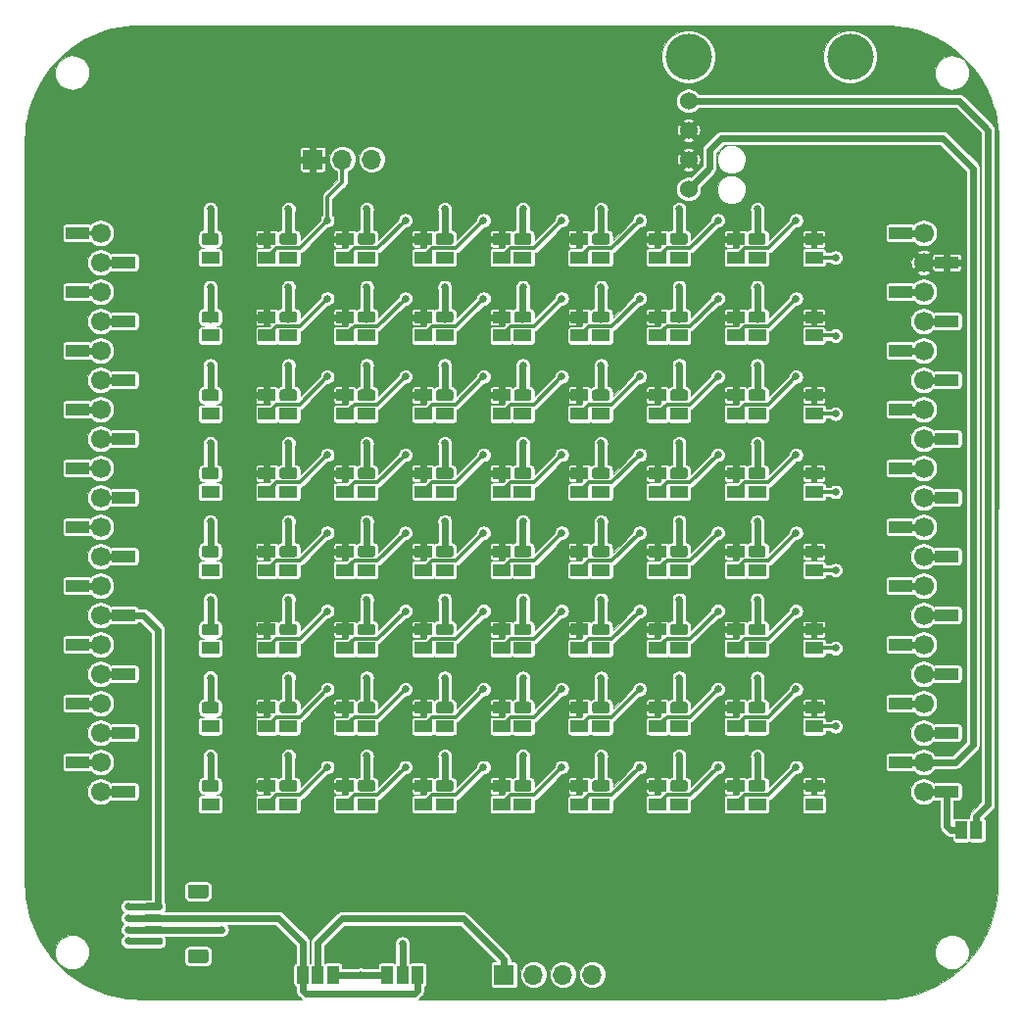
<source format=gbl>
G04 #@! TF.GenerationSoftware,KiCad,Pcbnew,(5.1.2-1)-1*
G04 #@! TF.CreationDate,2021-02-18T11:20:44-06:00*
G04 #@! TF.ProjectId,Core64 LM v0.1,436f7265-3634-4204-9c4d-2076302e312e,0.3*
G04 #@! TF.SameCoordinates,Original*
G04 #@! TF.FileFunction,Copper,L2,Bot*
G04 #@! TF.FilePolarity,Positive*
%FSLAX46Y46*%
G04 Gerber Fmt 4.6, Leading zero omitted, Abs format (unit mm)*
G04 Created by KiCad (PCBNEW (5.1.2-1)-1) date 2021-02-18 11:20:44*
%MOMM*%
%LPD*%
G04 APERTURE LIST*
%ADD10C,0.100000*%
%ADD11C,1.000000*%
%ADD12R,1.500000X1.000000*%
%ADD13R,1.000000X1.500000*%
%ADD14C,4.000000*%
%ADD15C,1.524000*%
%ADD16O,1.700000X1.700000*%
%ADD17R,1.700000X1.700000*%
%ADD18C,1.200000*%
%ADD19C,0.600000*%
%ADD20C,1.700000*%
%ADD21R,2.000000X1.000000*%
%ADD22C,0.650000*%
%ADD23C,0.600000*%
%ADD24C,0.300000*%
%ADD25C,0.635000*%
G04 APERTURE END LIST*
D10*
G36*
X-12050496Y24123796D02*
G01*
X-12026227Y24120196D01*
X-12002429Y24114235D01*
X-11979329Y24105970D01*
X-11957151Y24095480D01*
X-11936107Y24082867D01*
X-11916402Y24068253D01*
X-11898223Y24051777D01*
X-11881747Y24033598D01*
X-11867133Y24013893D01*
X-11854520Y23992849D01*
X-11844030Y23970671D01*
X-11835765Y23947571D01*
X-11829804Y23923773D01*
X-11826204Y23899504D01*
X-11825000Y23875000D01*
X-11825000Y23375000D01*
X-11826204Y23350496D01*
X-11829804Y23326227D01*
X-11835765Y23302429D01*
X-11844030Y23279329D01*
X-11854520Y23257151D01*
X-11867133Y23236107D01*
X-11881747Y23216402D01*
X-11898223Y23198223D01*
X-11916402Y23181747D01*
X-11936107Y23167133D01*
X-11957151Y23154520D01*
X-11979329Y23144030D01*
X-12002429Y23135765D01*
X-12026227Y23129804D01*
X-12050496Y23126204D01*
X-12075000Y23125000D01*
X-13075000Y23125000D01*
X-13099504Y23126204D01*
X-13123773Y23129804D01*
X-13147571Y23135765D01*
X-13170671Y23144030D01*
X-13192849Y23154520D01*
X-13213893Y23167133D01*
X-13233598Y23181747D01*
X-13251777Y23198223D01*
X-13268253Y23216402D01*
X-13282867Y23236107D01*
X-13295480Y23257151D01*
X-13305970Y23279329D01*
X-13314235Y23302429D01*
X-13320196Y23326227D01*
X-13323796Y23350496D01*
X-13325000Y23375000D01*
X-13325000Y23875000D01*
X-13323796Y23899504D01*
X-13320196Y23923773D01*
X-13314235Y23947571D01*
X-13305970Y23970671D01*
X-13295480Y23992849D01*
X-13282867Y24013893D01*
X-13268253Y24033598D01*
X-13251777Y24051777D01*
X-13233598Y24068253D01*
X-13213893Y24082867D01*
X-13192849Y24095480D01*
X-13170671Y24105970D01*
X-13147571Y24114235D01*
X-13123773Y24120196D01*
X-13099504Y24123796D01*
X-13075000Y24125000D01*
X-12075000Y24125000D01*
X-12050496Y24123796D01*
X-12050496Y24123796D01*
G37*
D11*
X-12575000Y23625000D03*
D12*
X-12575000Y22025000D03*
X-7675000Y23625000D03*
X-7675000Y22025000D03*
D10*
G36*
X-5300496Y24123796D02*
G01*
X-5276227Y24120196D01*
X-5252429Y24114235D01*
X-5229329Y24105970D01*
X-5207151Y24095480D01*
X-5186107Y24082867D01*
X-5166402Y24068253D01*
X-5148223Y24051777D01*
X-5131747Y24033598D01*
X-5117133Y24013893D01*
X-5104520Y23992849D01*
X-5094030Y23970671D01*
X-5085765Y23947571D01*
X-5079804Y23923773D01*
X-5076204Y23899504D01*
X-5075000Y23875000D01*
X-5075000Y23375000D01*
X-5076204Y23350496D01*
X-5079804Y23326227D01*
X-5085765Y23302429D01*
X-5094030Y23279329D01*
X-5104520Y23257151D01*
X-5117133Y23236107D01*
X-5131747Y23216402D01*
X-5148223Y23198223D01*
X-5166402Y23181747D01*
X-5186107Y23167133D01*
X-5207151Y23154520D01*
X-5229329Y23144030D01*
X-5252429Y23135765D01*
X-5276227Y23129804D01*
X-5300496Y23126204D01*
X-5325000Y23125000D01*
X-6325000Y23125000D01*
X-6349504Y23126204D01*
X-6373773Y23129804D01*
X-6397571Y23135765D01*
X-6420671Y23144030D01*
X-6442849Y23154520D01*
X-6463893Y23167133D01*
X-6483598Y23181747D01*
X-6501777Y23198223D01*
X-6518253Y23216402D01*
X-6532867Y23236107D01*
X-6545480Y23257151D01*
X-6555970Y23279329D01*
X-6564235Y23302429D01*
X-6570196Y23326227D01*
X-6573796Y23350496D01*
X-6575000Y23375000D01*
X-6575000Y23875000D01*
X-6573796Y23899504D01*
X-6570196Y23923773D01*
X-6564235Y23947571D01*
X-6555970Y23970671D01*
X-6545480Y23992849D01*
X-6532867Y24013893D01*
X-6518253Y24033598D01*
X-6501777Y24051777D01*
X-6483598Y24068253D01*
X-6463893Y24082867D01*
X-6442849Y24095480D01*
X-6420671Y24105970D01*
X-6397571Y24114235D01*
X-6373773Y24120196D01*
X-6349504Y24123796D01*
X-6325000Y24125000D01*
X-5325000Y24125000D01*
X-5300496Y24123796D01*
X-5300496Y24123796D01*
G37*
D11*
X-5825000Y23625000D03*
D12*
X-5825000Y22025000D03*
X-925000Y23625000D03*
X-925000Y22025000D03*
D10*
G36*
X-18800496Y24123796D02*
G01*
X-18776227Y24120196D01*
X-18752429Y24114235D01*
X-18729329Y24105970D01*
X-18707151Y24095480D01*
X-18686107Y24082867D01*
X-18666402Y24068253D01*
X-18648223Y24051777D01*
X-18631747Y24033598D01*
X-18617133Y24013893D01*
X-18604520Y23992849D01*
X-18594030Y23970671D01*
X-18585765Y23947571D01*
X-18579804Y23923773D01*
X-18576204Y23899504D01*
X-18575000Y23875000D01*
X-18575000Y23375000D01*
X-18576204Y23350496D01*
X-18579804Y23326227D01*
X-18585765Y23302429D01*
X-18594030Y23279329D01*
X-18604520Y23257151D01*
X-18617133Y23236107D01*
X-18631747Y23216402D01*
X-18648223Y23198223D01*
X-18666402Y23181747D01*
X-18686107Y23167133D01*
X-18707151Y23154520D01*
X-18729329Y23144030D01*
X-18752429Y23135765D01*
X-18776227Y23129804D01*
X-18800496Y23126204D01*
X-18825000Y23125000D01*
X-19825000Y23125000D01*
X-19849504Y23126204D01*
X-19873773Y23129804D01*
X-19897571Y23135765D01*
X-19920671Y23144030D01*
X-19942849Y23154520D01*
X-19963893Y23167133D01*
X-19983598Y23181747D01*
X-20001777Y23198223D01*
X-20018253Y23216402D01*
X-20032867Y23236107D01*
X-20045480Y23257151D01*
X-20055970Y23279329D01*
X-20064235Y23302429D01*
X-20070196Y23326227D01*
X-20073796Y23350496D01*
X-20075000Y23375000D01*
X-20075000Y23875000D01*
X-20073796Y23899504D01*
X-20070196Y23923773D01*
X-20064235Y23947571D01*
X-20055970Y23970671D01*
X-20045480Y23992849D01*
X-20032867Y24013893D01*
X-20018253Y24033598D01*
X-20001777Y24051777D01*
X-19983598Y24068253D01*
X-19963893Y24082867D01*
X-19942849Y24095480D01*
X-19920671Y24105970D01*
X-19897571Y24114235D01*
X-19873773Y24120196D01*
X-19849504Y24123796D01*
X-19825000Y24125000D01*
X-18825000Y24125000D01*
X-18800496Y24123796D01*
X-18800496Y24123796D01*
G37*
D11*
X-19325000Y23625000D03*
D12*
X-19325000Y22025000D03*
X-14425000Y23625000D03*
X-14425000Y22025000D03*
D10*
G36*
X-25550496Y24123796D02*
G01*
X-25526227Y24120196D01*
X-25502429Y24114235D01*
X-25479329Y24105970D01*
X-25457151Y24095480D01*
X-25436107Y24082867D01*
X-25416402Y24068253D01*
X-25398223Y24051777D01*
X-25381747Y24033598D01*
X-25367133Y24013893D01*
X-25354520Y23992849D01*
X-25344030Y23970671D01*
X-25335765Y23947571D01*
X-25329804Y23923773D01*
X-25326204Y23899504D01*
X-25325000Y23875000D01*
X-25325000Y23375000D01*
X-25326204Y23350496D01*
X-25329804Y23326227D01*
X-25335765Y23302429D01*
X-25344030Y23279329D01*
X-25354520Y23257151D01*
X-25367133Y23236107D01*
X-25381747Y23216402D01*
X-25398223Y23198223D01*
X-25416402Y23181747D01*
X-25436107Y23167133D01*
X-25457151Y23154520D01*
X-25479329Y23144030D01*
X-25502429Y23135765D01*
X-25526227Y23129804D01*
X-25550496Y23126204D01*
X-25575000Y23125000D01*
X-26575000Y23125000D01*
X-26599504Y23126204D01*
X-26623773Y23129804D01*
X-26647571Y23135765D01*
X-26670671Y23144030D01*
X-26692849Y23154520D01*
X-26713893Y23167133D01*
X-26733598Y23181747D01*
X-26751777Y23198223D01*
X-26768253Y23216402D01*
X-26782867Y23236107D01*
X-26795480Y23257151D01*
X-26805970Y23279329D01*
X-26814235Y23302429D01*
X-26820196Y23326227D01*
X-26823796Y23350496D01*
X-26825000Y23375000D01*
X-26825000Y23875000D01*
X-26823796Y23899504D01*
X-26820196Y23923773D01*
X-26814235Y23947571D01*
X-26805970Y23970671D01*
X-26795480Y23992849D01*
X-26782867Y24013893D01*
X-26768253Y24033598D01*
X-26751777Y24051777D01*
X-26733598Y24068253D01*
X-26713893Y24082867D01*
X-26692849Y24095480D01*
X-26670671Y24105970D01*
X-26647571Y24114235D01*
X-26623773Y24120196D01*
X-26599504Y24123796D01*
X-26575000Y24125000D01*
X-25575000Y24125000D01*
X-25550496Y24123796D01*
X-25550496Y24123796D01*
G37*
D11*
X-26075000Y23625000D03*
D12*
X-26075000Y22025000D03*
X-21175000Y23625000D03*
X-21175000Y22025000D03*
D10*
G36*
X-18800496Y17373796D02*
G01*
X-18776227Y17370196D01*
X-18752429Y17364235D01*
X-18729329Y17355970D01*
X-18707151Y17345480D01*
X-18686107Y17332867D01*
X-18666402Y17318253D01*
X-18648223Y17301777D01*
X-18631747Y17283598D01*
X-18617133Y17263893D01*
X-18604520Y17242849D01*
X-18594030Y17220671D01*
X-18585765Y17197571D01*
X-18579804Y17173773D01*
X-18576204Y17149504D01*
X-18575000Y17125000D01*
X-18575000Y16625000D01*
X-18576204Y16600496D01*
X-18579804Y16576227D01*
X-18585765Y16552429D01*
X-18594030Y16529329D01*
X-18604520Y16507151D01*
X-18617133Y16486107D01*
X-18631747Y16466402D01*
X-18648223Y16448223D01*
X-18666402Y16431747D01*
X-18686107Y16417133D01*
X-18707151Y16404520D01*
X-18729329Y16394030D01*
X-18752429Y16385765D01*
X-18776227Y16379804D01*
X-18800496Y16376204D01*
X-18825000Y16375000D01*
X-19825000Y16375000D01*
X-19849504Y16376204D01*
X-19873773Y16379804D01*
X-19897571Y16385765D01*
X-19920671Y16394030D01*
X-19942849Y16404520D01*
X-19963893Y16417133D01*
X-19983598Y16431747D01*
X-20001777Y16448223D01*
X-20018253Y16466402D01*
X-20032867Y16486107D01*
X-20045480Y16507151D01*
X-20055970Y16529329D01*
X-20064235Y16552429D01*
X-20070196Y16576227D01*
X-20073796Y16600496D01*
X-20075000Y16625000D01*
X-20075000Y17125000D01*
X-20073796Y17149504D01*
X-20070196Y17173773D01*
X-20064235Y17197571D01*
X-20055970Y17220671D01*
X-20045480Y17242849D01*
X-20032867Y17263893D01*
X-20018253Y17283598D01*
X-20001777Y17301777D01*
X-19983598Y17318253D01*
X-19963893Y17332867D01*
X-19942849Y17345480D01*
X-19920671Y17355970D01*
X-19897571Y17364235D01*
X-19873773Y17370196D01*
X-19849504Y17373796D01*
X-19825000Y17375000D01*
X-18825000Y17375000D01*
X-18800496Y17373796D01*
X-18800496Y17373796D01*
G37*
D11*
X-19325000Y16875000D03*
D12*
X-19325000Y15275000D03*
X-14425000Y16875000D03*
X-14425000Y15275000D03*
D10*
G36*
X-12050496Y17373796D02*
G01*
X-12026227Y17370196D01*
X-12002429Y17364235D01*
X-11979329Y17355970D01*
X-11957151Y17345480D01*
X-11936107Y17332867D01*
X-11916402Y17318253D01*
X-11898223Y17301777D01*
X-11881747Y17283598D01*
X-11867133Y17263893D01*
X-11854520Y17242849D01*
X-11844030Y17220671D01*
X-11835765Y17197571D01*
X-11829804Y17173773D01*
X-11826204Y17149504D01*
X-11825000Y17125000D01*
X-11825000Y16625000D01*
X-11826204Y16600496D01*
X-11829804Y16576227D01*
X-11835765Y16552429D01*
X-11844030Y16529329D01*
X-11854520Y16507151D01*
X-11867133Y16486107D01*
X-11881747Y16466402D01*
X-11898223Y16448223D01*
X-11916402Y16431747D01*
X-11936107Y16417133D01*
X-11957151Y16404520D01*
X-11979329Y16394030D01*
X-12002429Y16385765D01*
X-12026227Y16379804D01*
X-12050496Y16376204D01*
X-12075000Y16375000D01*
X-13075000Y16375000D01*
X-13099504Y16376204D01*
X-13123773Y16379804D01*
X-13147571Y16385765D01*
X-13170671Y16394030D01*
X-13192849Y16404520D01*
X-13213893Y16417133D01*
X-13233598Y16431747D01*
X-13251777Y16448223D01*
X-13268253Y16466402D01*
X-13282867Y16486107D01*
X-13295480Y16507151D01*
X-13305970Y16529329D01*
X-13314235Y16552429D01*
X-13320196Y16576227D01*
X-13323796Y16600496D01*
X-13325000Y16625000D01*
X-13325000Y17125000D01*
X-13323796Y17149504D01*
X-13320196Y17173773D01*
X-13314235Y17197571D01*
X-13305970Y17220671D01*
X-13295480Y17242849D01*
X-13282867Y17263893D01*
X-13268253Y17283598D01*
X-13251777Y17301777D01*
X-13233598Y17318253D01*
X-13213893Y17332867D01*
X-13192849Y17345480D01*
X-13170671Y17355970D01*
X-13147571Y17364235D01*
X-13123773Y17370196D01*
X-13099504Y17373796D01*
X-13075000Y17375000D01*
X-12075000Y17375000D01*
X-12050496Y17373796D01*
X-12050496Y17373796D01*
G37*
D11*
X-12575000Y16875000D03*
D12*
X-12575000Y15275000D03*
X-7675000Y16875000D03*
X-7675000Y15275000D03*
D10*
G36*
X-5300496Y17373796D02*
G01*
X-5276227Y17370196D01*
X-5252429Y17364235D01*
X-5229329Y17355970D01*
X-5207151Y17345480D01*
X-5186107Y17332867D01*
X-5166402Y17318253D01*
X-5148223Y17301777D01*
X-5131747Y17283598D01*
X-5117133Y17263893D01*
X-5104520Y17242849D01*
X-5094030Y17220671D01*
X-5085765Y17197571D01*
X-5079804Y17173773D01*
X-5076204Y17149504D01*
X-5075000Y17125000D01*
X-5075000Y16625000D01*
X-5076204Y16600496D01*
X-5079804Y16576227D01*
X-5085765Y16552429D01*
X-5094030Y16529329D01*
X-5104520Y16507151D01*
X-5117133Y16486107D01*
X-5131747Y16466402D01*
X-5148223Y16448223D01*
X-5166402Y16431747D01*
X-5186107Y16417133D01*
X-5207151Y16404520D01*
X-5229329Y16394030D01*
X-5252429Y16385765D01*
X-5276227Y16379804D01*
X-5300496Y16376204D01*
X-5325000Y16375000D01*
X-6325000Y16375000D01*
X-6349504Y16376204D01*
X-6373773Y16379804D01*
X-6397571Y16385765D01*
X-6420671Y16394030D01*
X-6442849Y16404520D01*
X-6463893Y16417133D01*
X-6483598Y16431747D01*
X-6501777Y16448223D01*
X-6518253Y16466402D01*
X-6532867Y16486107D01*
X-6545480Y16507151D01*
X-6555970Y16529329D01*
X-6564235Y16552429D01*
X-6570196Y16576227D01*
X-6573796Y16600496D01*
X-6575000Y16625000D01*
X-6575000Y17125000D01*
X-6573796Y17149504D01*
X-6570196Y17173773D01*
X-6564235Y17197571D01*
X-6555970Y17220671D01*
X-6545480Y17242849D01*
X-6532867Y17263893D01*
X-6518253Y17283598D01*
X-6501777Y17301777D01*
X-6483598Y17318253D01*
X-6463893Y17332867D01*
X-6442849Y17345480D01*
X-6420671Y17355970D01*
X-6397571Y17364235D01*
X-6373773Y17370196D01*
X-6349504Y17373796D01*
X-6325000Y17375000D01*
X-5325000Y17375000D01*
X-5300496Y17373796D01*
X-5300496Y17373796D01*
G37*
D11*
X-5825000Y16875000D03*
D12*
X-5825000Y15275000D03*
X-925000Y16875000D03*
X-925000Y15275000D03*
D10*
G36*
X-25550496Y17373796D02*
G01*
X-25526227Y17370196D01*
X-25502429Y17364235D01*
X-25479329Y17355970D01*
X-25457151Y17345480D01*
X-25436107Y17332867D01*
X-25416402Y17318253D01*
X-25398223Y17301777D01*
X-25381747Y17283598D01*
X-25367133Y17263893D01*
X-25354520Y17242849D01*
X-25344030Y17220671D01*
X-25335765Y17197571D01*
X-25329804Y17173773D01*
X-25326204Y17149504D01*
X-25325000Y17125000D01*
X-25325000Y16625000D01*
X-25326204Y16600496D01*
X-25329804Y16576227D01*
X-25335765Y16552429D01*
X-25344030Y16529329D01*
X-25354520Y16507151D01*
X-25367133Y16486107D01*
X-25381747Y16466402D01*
X-25398223Y16448223D01*
X-25416402Y16431747D01*
X-25436107Y16417133D01*
X-25457151Y16404520D01*
X-25479329Y16394030D01*
X-25502429Y16385765D01*
X-25526227Y16379804D01*
X-25550496Y16376204D01*
X-25575000Y16375000D01*
X-26575000Y16375000D01*
X-26599504Y16376204D01*
X-26623773Y16379804D01*
X-26647571Y16385765D01*
X-26670671Y16394030D01*
X-26692849Y16404520D01*
X-26713893Y16417133D01*
X-26733598Y16431747D01*
X-26751777Y16448223D01*
X-26768253Y16466402D01*
X-26782867Y16486107D01*
X-26795480Y16507151D01*
X-26805970Y16529329D01*
X-26814235Y16552429D01*
X-26820196Y16576227D01*
X-26823796Y16600496D01*
X-26825000Y16625000D01*
X-26825000Y17125000D01*
X-26823796Y17149504D01*
X-26820196Y17173773D01*
X-26814235Y17197571D01*
X-26805970Y17220671D01*
X-26795480Y17242849D01*
X-26782867Y17263893D01*
X-26768253Y17283598D01*
X-26751777Y17301777D01*
X-26733598Y17318253D01*
X-26713893Y17332867D01*
X-26692849Y17345480D01*
X-26670671Y17355970D01*
X-26647571Y17364235D01*
X-26623773Y17370196D01*
X-26599504Y17373796D01*
X-26575000Y17375000D01*
X-25575000Y17375000D01*
X-25550496Y17373796D01*
X-25550496Y17373796D01*
G37*
D11*
X-26075000Y16875000D03*
D12*
X-26075000Y15275000D03*
X-21175000Y16875000D03*
X-21175000Y15275000D03*
D10*
G36*
X14949504Y17373796D02*
G01*
X14973773Y17370196D01*
X14997571Y17364235D01*
X15020671Y17355970D01*
X15042849Y17345480D01*
X15063893Y17332867D01*
X15083598Y17318253D01*
X15101777Y17301777D01*
X15118253Y17283598D01*
X15132867Y17263893D01*
X15145480Y17242849D01*
X15155970Y17220671D01*
X15164235Y17197571D01*
X15170196Y17173773D01*
X15173796Y17149504D01*
X15175000Y17125000D01*
X15175000Y16625000D01*
X15173796Y16600496D01*
X15170196Y16576227D01*
X15164235Y16552429D01*
X15155970Y16529329D01*
X15145480Y16507151D01*
X15132867Y16486107D01*
X15118253Y16466402D01*
X15101777Y16448223D01*
X15083598Y16431747D01*
X15063893Y16417133D01*
X15042849Y16404520D01*
X15020671Y16394030D01*
X14997571Y16385765D01*
X14973773Y16379804D01*
X14949504Y16376204D01*
X14925000Y16375000D01*
X13925000Y16375000D01*
X13900496Y16376204D01*
X13876227Y16379804D01*
X13852429Y16385765D01*
X13829329Y16394030D01*
X13807151Y16404520D01*
X13786107Y16417133D01*
X13766402Y16431747D01*
X13748223Y16448223D01*
X13731747Y16466402D01*
X13717133Y16486107D01*
X13704520Y16507151D01*
X13694030Y16529329D01*
X13685765Y16552429D01*
X13679804Y16576227D01*
X13676204Y16600496D01*
X13675000Y16625000D01*
X13675000Y17125000D01*
X13676204Y17149504D01*
X13679804Y17173773D01*
X13685765Y17197571D01*
X13694030Y17220671D01*
X13704520Y17242849D01*
X13717133Y17263893D01*
X13731747Y17283598D01*
X13748223Y17301777D01*
X13766402Y17318253D01*
X13786107Y17332867D01*
X13807151Y17345480D01*
X13829329Y17355970D01*
X13852429Y17364235D01*
X13876227Y17370196D01*
X13900496Y17373796D01*
X13925000Y17375000D01*
X14925000Y17375000D01*
X14949504Y17373796D01*
X14949504Y17373796D01*
G37*
D11*
X14425000Y16875000D03*
D12*
X14425000Y15275000D03*
X19325000Y16875000D03*
X19325000Y15275000D03*
D10*
G36*
X21699504Y10623796D02*
G01*
X21723773Y10620196D01*
X21747571Y10614235D01*
X21770671Y10605970D01*
X21792849Y10595480D01*
X21813893Y10582867D01*
X21833598Y10568253D01*
X21851777Y10551777D01*
X21868253Y10533598D01*
X21882867Y10513893D01*
X21895480Y10492849D01*
X21905970Y10470671D01*
X21914235Y10447571D01*
X21920196Y10423773D01*
X21923796Y10399504D01*
X21925000Y10375000D01*
X21925000Y9875000D01*
X21923796Y9850496D01*
X21920196Y9826227D01*
X21914235Y9802429D01*
X21905970Y9779329D01*
X21895480Y9757151D01*
X21882867Y9736107D01*
X21868253Y9716402D01*
X21851777Y9698223D01*
X21833598Y9681747D01*
X21813893Y9667133D01*
X21792849Y9654520D01*
X21770671Y9644030D01*
X21747571Y9635765D01*
X21723773Y9629804D01*
X21699504Y9626204D01*
X21675000Y9625000D01*
X20675000Y9625000D01*
X20650496Y9626204D01*
X20626227Y9629804D01*
X20602429Y9635765D01*
X20579329Y9644030D01*
X20557151Y9654520D01*
X20536107Y9667133D01*
X20516402Y9681747D01*
X20498223Y9698223D01*
X20481747Y9716402D01*
X20467133Y9736107D01*
X20454520Y9757151D01*
X20444030Y9779329D01*
X20435765Y9802429D01*
X20429804Y9826227D01*
X20426204Y9850496D01*
X20425000Y9875000D01*
X20425000Y10375000D01*
X20426204Y10399504D01*
X20429804Y10423773D01*
X20435765Y10447571D01*
X20444030Y10470671D01*
X20454520Y10492849D01*
X20467133Y10513893D01*
X20481747Y10533598D01*
X20498223Y10551777D01*
X20516402Y10568253D01*
X20536107Y10582867D01*
X20557151Y10595480D01*
X20579329Y10605970D01*
X20602429Y10614235D01*
X20626227Y10620196D01*
X20650496Y10623796D01*
X20675000Y10625000D01*
X21675000Y10625000D01*
X21699504Y10623796D01*
X21699504Y10623796D01*
G37*
D11*
X21175000Y10125000D03*
D12*
X21175000Y8525000D03*
X26075000Y10125000D03*
X26075000Y8525000D03*
D10*
G36*
X1449504Y24123796D02*
G01*
X1473773Y24120196D01*
X1497571Y24114235D01*
X1520671Y24105970D01*
X1542849Y24095480D01*
X1563893Y24082867D01*
X1583598Y24068253D01*
X1601777Y24051777D01*
X1618253Y24033598D01*
X1632867Y24013893D01*
X1645480Y23992849D01*
X1655970Y23970671D01*
X1664235Y23947571D01*
X1670196Y23923773D01*
X1673796Y23899504D01*
X1675000Y23875000D01*
X1675000Y23375000D01*
X1673796Y23350496D01*
X1670196Y23326227D01*
X1664235Y23302429D01*
X1655970Y23279329D01*
X1645480Y23257151D01*
X1632867Y23236107D01*
X1618253Y23216402D01*
X1601777Y23198223D01*
X1583598Y23181747D01*
X1563893Y23167133D01*
X1542849Y23154520D01*
X1520671Y23144030D01*
X1497571Y23135765D01*
X1473773Y23129804D01*
X1449504Y23126204D01*
X1425000Y23125000D01*
X425000Y23125000D01*
X400496Y23126204D01*
X376227Y23129804D01*
X352429Y23135765D01*
X329329Y23144030D01*
X307151Y23154520D01*
X286107Y23167133D01*
X266402Y23181747D01*
X248223Y23198223D01*
X231747Y23216402D01*
X217133Y23236107D01*
X204520Y23257151D01*
X194030Y23279329D01*
X185765Y23302429D01*
X179804Y23326227D01*
X176204Y23350496D01*
X175000Y23375000D01*
X175000Y23875000D01*
X176204Y23899504D01*
X179804Y23923773D01*
X185765Y23947571D01*
X194030Y23970671D01*
X204520Y23992849D01*
X217133Y24013893D01*
X231747Y24033598D01*
X248223Y24051777D01*
X266402Y24068253D01*
X286107Y24082867D01*
X307151Y24095480D01*
X329329Y24105970D01*
X352429Y24114235D01*
X376227Y24120196D01*
X400496Y24123796D01*
X425000Y24125000D01*
X1425000Y24125000D01*
X1449504Y24123796D01*
X1449504Y24123796D01*
G37*
D11*
X925000Y23625000D03*
D12*
X925000Y22025000D03*
X5825000Y23625000D03*
X5825000Y22025000D03*
D10*
G36*
X8199504Y24123796D02*
G01*
X8223773Y24120196D01*
X8247571Y24114235D01*
X8270671Y24105970D01*
X8292849Y24095480D01*
X8313893Y24082867D01*
X8333598Y24068253D01*
X8351777Y24051777D01*
X8368253Y24033598D01*
X8382867Y24013893D01*
X8395480Y23992849D01*
X8405970Y23970671D01*
X8414235Y23947571D01*
X8420196Y23923773D01*
X8423796Y23899504D01*
X8425000Y23875000D01*
X8425000Y23375000D01*
X8423796Y23350496D01*
X8420196Y23326227D01*
X8414235Y23302429D01*
X8405970Y23279329D01*
X8395480Y23257151D01*
X8382867Y23236107D01*
X8368253Y23216402D01*
X8351777Y23198223D01*
X8333598Y23181747D01*
X8313893Y23167133D01*
X8292849Y23154520D01*
X8270671Y23144030D01*
X8247571Y23135765D01*
X8223773Y23129804D01*
X8199504Y23126204D01*
X8175000Y23125000D01*
X7175000Y23125000D01*
X7150496Y23126204D01*
X7126227Y23129804D01*
X7102429Y23135765D01*
X7079329Y23144030D01*
X7057151Y23154520D01*
X7036107Y23167133D01*
X7016402Y23181747D01*
X6998223Y23198223D01*
X6981747Y23216402D01*
X6967133Y23236107D01*
X6954520Y23257151D01*
X6944030Y23279329D01*
X6935765Y23302429D01*
X6929804Y23326227D01*
X6926204Y23350496D01*
X6925000Y23375000D01*
X6925000Y23875000D01*
X6926204Y23899504D01*
X6929804Y23923773D01*
X6935765Y23947571D01*
X6944030Y23970671D01*
X6954520Y23992849D01*
X6967133Y24013893D01*
X6981747Y24033598D01*
X6998223Y24051777D01*
X7016402Y24068253D01*
X7036107Y24082867D01*
X7057151Y24095480D01*
X7079329Y24105970D01*
X7102429Y24114235D01*
X7126227Y24120196D01*
X7150496Y24123796D01*
X7175000Y24125000D01*
X8175000Y24125000D01*
X8199504Y24123796D01*
X8199504Y24123796D01*
G37*
D11*
X7675000Y23625000D03*
D12*
X7675000Y22025000D03*
X12575000Y23625000D03*
X12575000Y22025000D03*
D10*
G36*
X14949504Y24123796D02*
G01*
X14973773Y24120196D01*
X14997571Y24114235D01*
X15020671Y24105970D01*
X15042849Y24095480D01*
X15063893Y24082867D01*
X15083598Y24068253D01*
X15101777Y24051777D01*
X15118253Y24033598D01*
X15132867Y24013893D01*
X15145480Y23992849D01*
X15155970Y23970671D01*
X15164235Y23947571D01*
X15170196Y23923773D01*
X15173796Y23899504D01*
X15175000Y23875000D01*
X15175000Y23375000D01*
X15173796Y23350496D01*
X15170196Y23326227D01*
X15164235Y23302429D01*
X15155970Y23279329D01*
X15145480Y23257151D01*
X15132867Y23236107D01*
X15118253Y23216402D01*
X15101777Y23198223D01*
X15083598Y23181747D01*
X15063893Y23167133D01*
X15042849Y23154520D01*
X15020671Y23144030D01*
X14997571Y23135765D01*
X14973773Y23129804D01*
X14949504Y23126204D01*
X14925000Y23125000D01*
X13925000Y23125000D01*
X13900496Y23126204D01*
X13876227Y23129804D01*
X13852429Y23135765D01*
X13829329Y23144030D01*
X13807151Y23154520D01*
X13786107Y23167133D01*
X13766402Y23181747D01*
X13748223Y23198223D01*
X13731747Y23216402D01*
X13717133Y23236107D01*
X13704520Y23257151D01*
X13694030Y23279329D01*
X13685765Y23302429D01*
X13679804Y23326227D01*
X13676204Y23350496D01*
X13675000Y23375000D01*
X13675000Y23875000D01*
X13676204Y23899504D01*
X13679804Y23923773D01*
X13685765Y23947571D01*
X13694030Y23970671D01*
X13704520Y23992849D01*
X13717133Y24013893D01*
X13731747Y24033598D01*
X13748223Y24051777D01*
X13766402Y24068253D01*
X13786107Y24082867D01*
X13807151Y24095480D01*
X13829329Y24105970D01*
X13852429Y24114235D01*
X13876227Y24120196D01*
X13900496Y24123796D01*
X13925000Y24125000D01*
X14925000Y24125000D01*
X14949504Y24123796D01*
X14949504Y24123796D01*
G37*
D11*
X14425000Y23625000D03*
D12*
X14425000Y22025000D03*
X19325000Y23625000D03*
X19325000Y22025000D03*
D10*
G36*
X21699504Y24123796D02*
G01*
X21723773Y24120196D01*
X21747571Y24114235D01*
X21770671Y24105970D01*
X21792849Y24095480D01*
X21813893Y24082867D01*
X21833598Y24068253D01*
X21851777Y24051777D01*
X21868253Y24033598D01*
X21882867Y24013893D01*
X21895480Y23992849D01*
X21905970Y23970671D01*
X21914235Y23947571D01*
X21920196Y23923773D01*
X21923796Y23899504D01*
X21925000Y23875000D01*
X21925000Y23375000D01*
X21923796Y23350496D01*
X21920196Y23326227D01*
X21914235Y23302429D01*
X21905970Y23279329D01*
X21895480Y23257151D01*
X21882867Y23236107D01*
X21868253Y23216402D01*
X21851777Y23198223D01*
X21833598Y23181747D01*
X21813893Y23167133D01*
X21792849Y23154520D01*
X21770671Y23144030D01*
X21747571Y23135765D01*
X21723773Y23129804D01*
X21699504Y23126204D01*
X21675000Y23125000D01*
X20675000Y23125000D01*
X20650496Y23126204D01*
X20626227Y23129804D01*
X20602429Y23135765D01*
X20579329Y23144030D01*
X20557151Y23154520D01*
X20536107Y23167133D01*
X20516402Y23181747D01*
X20498223Y23198223D01*
X20481747Y23216402D01*
X20467133Y23236107D01*
X20454520Y23257151D01*
X20444030Y23279329D01*
X20435765Y23302429D01*
X20429804Y23326227D01*
X20426204Y23350496D01*
X20425000Y23375000D01*
X20425000Y23875000D01*
X20426204Y23899504D01*
X20429804Y23923773D01*
X20435765Y23947571D01*
X20444030Y23970671D01*
X20454520Y23992849D01*
X20467133Y24013893D01*
X20481747Y24033598D01*
X20498223Y24051777D01*
X20516402Y24068253D01*
X20536107Y24082867D01*
X20557151Y24095480D01*
X20579329Y24105970D01*
X20602429Y24114235D01*
X20626227Y24120196D01*
X20650496Y24123796D01*
X20675000Y24125000D01*
X21675000Y24125000D01*
X21699504Y24123796D01*
X21699504Y24123796D01*
G37*
D11*
X21175000Y23625000D03*
D12*
X21175000Y22025000D03*
X26075000Y23625000D03*
X26075000Y22025000D03*
D10*
G36*
X1449504Y17373796D02*
G01*
X1473773Y17370196D01*
X1497571Y17364235D01*
X1520671Y17355970D01*
X1542849Y17345480D01*
X1563893Y17332867D01*
X1583598Y17318253D01*
X1601777Y17301777D01*
X1618253Y17283598D01*
X1632867Y17263893D01*
X1645480Y17242849D01*
X1655970Y17220671D01*
X1664235Y17197571D01*
X1670196Y17173773D01*
X1673796Y17149504D01*
X1675000Y17125000D01*
X1675000Y16625000D01*
X1673796Y16600496D01*
X1670196Y16576227D01*
X1664235Y16552429D01*
X1655970Y16529329D01*
X1645480Y16507151D01*
X1632867Y16486107D01*
X1618253Y16466402D01*
X1601777Y16448223D01*
X1583598Y16431747D01*
X1563893Y16417133D01*
X1542849Y16404520D01*
X1520671Y16394030D01*
X1497571Y16385765D01*
X1473773Y16379804D01*
X1449504Y16376204D01*
X1425000Y16375000D01*
X425000Y16375000D01*
X400496Y16376204D01*
X376227Y16379804D01*
X352429Y16385765D01*
X329329Y16394030D01*
X307151Y16404520D01*
X286107Y16417133D01*
X266402Y16431747D01*
X248223Y16448223D01*
X231747Y16466402D01*
X217133Y16486107D01*
X204520Y16507151D01*
X194030Y16529329D01*
X185765Y16552429D01*
X179804Y16576227D01*
X176204Y16600496D01*
X175000Y16625000D01*
X175000Y17125000D01*
X176204Y17149504D01*
X179804Y17173773D01*
X185765Y17197571D01*
X194030Y17220671D01*
X204520Y17242849D01*
X217133Y17263893D01*
X231747Y17283598D01*
X248223Y17301777D01*
X266402Y17318253D01*
X286107Y17332867D01*
X307151Y17345480D01*
X329329Y17355970D01*
X352429Y17364235D01*
X376227Y17370196D01*
X400496Y17373796D01*
X425000Y17375000D01*
X1425000Y17375000D01*
X1449504Y17373796D01*
X1449504Y17373796D01*
G37*
D11*
X925000Y16875000D03*
D12*
X925000Y15275000D03*
X5825000Y16875000D03*
X5825000Y15275000D03*
D10*
G36*
X8199504Y17373796D02*
G01*
X8223773Y17370196D01*
X8247571Y17364235D01*
X8270671Y17355970D01*
X8292849Y17345480D01*
X8313893Y17332867D01*
X8333598Y17318253D01*
X8351777Y17301777D01*
X8368253Y17283598D01*
X8382867Y17263893D01*
X8395480Y17242849D01*
X8405970Y17220671D01*
X8414235Y17197571D01*
X8420196Y17173773D01*
X8423796Y17149504D01*
X8425000Y17125000D01*
X8425000Y16625000D01*
X8423796Y16600496D01*
X8420196Y16576227D01*
X8414235Y16552429D01*
X8405970Y16529329D01*
X8395480Y16507151D01*
X8382867Y16486107D01*
X8368253Y16466402D01*
X8351777Y16448223D01*
X8333598Y16431747D01*
X8313893Y16417133D01*
X8292849Y16404520D01*
X8270671Y16394030D01*
X8247571Y16385765D01*
X8223773Y16379804D01*
X8199504Y16376204D01*
X8175000Y16375000D01*
X7175000Y16375000D01*
X7150496Y16376204D01*
X7126227Y16379804D01*
X7102429Y16385765D01*
X7079329Y16394030D01*
X7057151Y16404520D01*
X7036107Y16417133D01*
X7016402Y16431747D01*
X6998223Y16448223D01*
X6981747Y16466402D01*
X6967133Y16486107D01*
X6954520Y16507151D01*
X6944030Y16529329D01*
X6935765Y16552429D01*
X6929804Y16576227D01*
X6926204Y16600496D01*
X6925000Y16625000D01*
X6925000Y17125000D01*
X6926204Y17149504D01*
X6929804Y17173773D01*
X6935765Y17197571D01*
X6944030Y17220671D01*
X6954520Y17242849D01*
X6967133Y17263893D01*
X6981747Y17283598D01*
X6998223Y17301777D01*
X7016402Y17318253D01*
X7036107Y17332867D01*
X7057151Y17345480D01*
X7079329Y17355970D01*
X7102429Y17364235D01*
X7126227Y17370196D01*
X7150496Y17373796D01*
X7175000Y17375000D01*
X8175000Y17375000D01*
X8199504Y17373796D01*
X8199504Y17373796D01*
G37*
D11*
X7675000Y16875000D03*
D12*
X7675000Y15275000D03*
X12575000Y16875000D03*
X12575000Y15275000D03*
D10*
G36*
X21699504Y17373796D02*
G01*
X21723773Y17370196D01*
X21747571Y17364235D01*
X21770671Y17355970D01*
X21792849Y17345480D01*
X21813893Y17332867D01*
X21833598Y17318253D01*
X21851777Y17301777D01*
X21868253Y17283598D01*
X21882867Y17263893D01*
X21895480Y17242849D01*
X21905970Y17220671D01*
X21914235Y17197571D01*
X21920196Y17173773D01*
X21923796Y17149504D01*
X21925000Y17125000D01*
X21925000Y16625000D01*
X21923796Y16600496D01*
X21920196Y16576227D01*
X21914235Y16552429D01*
X21905970Y16529329D01*
X21895480Y16507151D01*
X21882867Y16486107D01*
X21868253Y16466402D01*
X21851777Y16448223D01*
X21833598Y16431747D01*
X21813893Y16417133D01*
X21792849Y16404520D01*
X21770671Y16394030D01*
X21747571Y16385765D01*
X21723773Y16379804D01*
X21699504Y16376204D01*
X21675000Y16375000D01*
X20675000Y16375000D01*
X20650496Y16376204D01*
X20626227Y16379804D01*
X20602429Y16385765D01*
X20579329Y16394030D01*
X20557151Y16404520D01*
X20536107Y16417133D01*
X20516402Y16431747D01*
X20498223Y16448223D01*
X20481747Y16466402D01*
X20467133Y16486107D01*
X20454520Y16507151D01*
X20444030Y16529329D01*
X20435765Y16552429D01*
X20429804Y16576227D01*
X20426204Y16600496D01*
X20425000Y16625000D01*
X20425000Y17125000D01*
X20426204Y17149504D01*
X20429804Y17173773D01*
X20435765Y17197571D01*
X20444030Y17220671D01*
X20454520Y17242849D01*
X20467133Y17263893D01*
X20481747Y17283598D01*
X20498223Y17301777D01*
X20516402Y17318253D01*
X20536107Y17332867D01*
X20557151Y17345480D01*
X20579329Y17355970D01*
X20602429Y17364235D01*
X20626227Y17370196D01*
X20650496Y17373796D01*
X20675000Y17375000D01*
X21675000Y17375000D01*
X21699504Y17373796D01*
X21699504Y17373796D01*
G37*
D11*
X21175000Y16875000D03*
D12*
X21175000Y15275000D03*
X26075000Y16875000D03*
X26075000Y15275000D03*
D10*
G36*
X-25550496Y10623796D02*
G01*
X-25526227Y10620196D01*
X-25502429Y10614235D01*
X-25479329Y10605970D01*
X-25457151Y10595480D01*
X-25436107Y10582867D01*
X-25416402Y10568253D01*
X-25398223Y10551777D01*
X-25381747Y10533598D01*
X-25367133Y10513893D01*
X-25354520Y10492849D01*
X-25344030Y10470671D01*
X-25335765Y10447571D01*
X-25329804Y10423773D01*
X-25326204Y10399504D01*
X-25325000Y10375000D01*
X-25325000Y9875000D01*
X-25326204Y9850496D01*
X-25329804Y9826227D01*
X-25335765Y9802429D01*
X-25344030Y9779329D01*
X-25354520Y9757151D01*
X-25367133Y9736107D01*
X-25381747Y9716402D01*
X-25398223Y9698223D01*
X-25416402Y9681747D01*
X-25436107Y9667133D01*
X-25457151Y9654520D01*
X-25479329Y9644030D01*
X-25502429Y9635765D01*
X-25526227Y9629804D01*
X-25550496Y9626204D01*
X-25575000Y9625000D01*
X-26575000Y9625000D01*
X-26599504Y9626204D01*
X-26623773Y9629804D01*
X-26647571Y9635765D01*
X-26670671Y9644030D01*
X-26692849Y9654520D01*
X-26713893Y9667133D01*
X-26733598Y9681747D01*
X-26751777Y9698223D01*
X-26768253Y9716402D01*
X-26782867Y9736107D01*
X-26795480Y9757151D01*
X-26805970Y9779329D01*
X-26814235Y9802429D01*
X-26820196Y9826227D01*
X-26823796Y9850496D01*
X-26825000Y9875000D01*
X-26825000Y10375000D01*
X-26823796Y10399504D01*
X-26820196Y10423773D01*
X-26814235Y10447571D01*
X-26805970Y10470671D01*
X-26795480Y10492849D01*
X-26782867Y10513893D01*
X-26768253Y10533598D01*
X-26751777Y10551777D01*
X-26733598Y10568253D01*
X-26713893Y10582867D01*
X-26692849Y10595480D01*
X-26670671Y10605970D01*
X-26647571Y10614235D01*
X-26623773Y10620196D01*
X-26599504Y10623796D01*
X-26575000Y10625000D01*
X-25575000Y10625000D01*
X-25550496Y10623796D01*
X-25550496Y10623796D01*
G37*
D11*
X-26075000Y10125000D03*
D12*
X-26075000Y8525000D03*
X-21175000Y10125000D03*
X-21175000Y8525000D03*
D10*
G36*
X-18800496Y10623796D02*
G01*
X-18776227Y10620196D01*
X-18752429Y10614235D01*
X-18729329Y10605970D01*
X-18707151Y10595480D01*
X-18686107Y10582867D01*
X-18666402Y10568253D01*
X-18648223Y10551777D01*
X-18631747Y10533598D01*
X-18617133Y10513893D01*
X-18604520Y10492849D01*
X-18594030Y10470671D01*
X-18585765Y10447571D01*
X-18579804Y10423773D01*
X-18576204Y10399504D01*
X-18575000Y10375000D01*
X-18575000Y9875000D01*
X-18576204Y9850496D01*
X-18579804Y9826227D01*
X-18585765Y9802429D01*
X-18594030Y9779329D01*
X-18604520Y9757151D01*
X-18617133Y9736107D01*
X-18631747Y9716402D01*
X-18648223Y9698223D01*
X-18666402Y9681747D01*
X-18686107Y9667133D01*
X-18707151Y9654520D01*
X-18729329Y9644030D01*
X-18752429Y9635765D01*
X-18776227Y9629804D01*
X-18800496Y9626204D01*
X-18825000Y9625000D01*
X-19825000Y9625000D01*
X-19849504Y9626204D01*
X-19873773Y9629804D01*
X-19897571Y9635765D01*
X-19920671Y9644030D01*
X-19942849Y9654520D01*
X-19963893Y9667133D01*
X-19983598Y9681747D01*
X-20001777Y9698223D01*
X-20018253Y9716402D01*
X-20032867Y9736107D01*
X-20045480Y9757151D01*
X-20055970Y9779329D01*
X-20064235Y9802429D01*
X-20070196Y9826227D01*
X-20073796Y9850496D01*
X-20075000Y9875000D01*
X-20075000Y10375000D01*
X-20073796Y10399504D01*
X-20070196Y10423773D01*
X-20064235Y10447571D01*
X-20055970Y10470671D01*
X-20045480Y10492849D01*
X-20032867Y10513893D01*
X-20018253Y10533598D01*
X-20001777Y10551777D01*
X-19983598Y10568253D01*
X-19963893Y10582867D01*
X-19942849Y10595480D01*
X-19920671Y10605970D01*
X-19897571Y10614235D01*
X-19873773Y10620196D01*
X-19849504Y10623796D01*
X-19825000Y10625000D01*
X-18825000Y10625000D01*
X-18800496Y10623796D01*
X-18800496Y10623796D01*
G37*
D11*
X-19325000Y10125000D03*
D12*
X-19325000Y8525000D03*
X-14425000Y10125000D03*
X-14425000Y8525000D03*
D10*
G36*
X-12050496Y10623796D02*
G01*
X-12026227Y10620196D01*
X-12002429Y10614235D01*
X-11979329Y10605970D01*
X-11957151Y10595480D01*
X-11936107Y10582867D01*
X-11916402Y10568253D01*
X-11898223Y10551777D01*
X-11881747Y10533598D01*
X-11867133Y10513893D01*
X-11854520Y10492849D01*
X-11844030Y10470671D01*
X-11835765Y10447571D01*
X-11829804Y10423773D01*
X-11826204Y10399504D01*
X-11825000Y10375000D01*
X-11825000Y9875000D01*
X-11826204Y9850496D01*
X-11829804Y9826227D01*
X-11835765Y9802429D01*
X-11844030Y9779329D01*
X-11854520Y9757151D01*
X-11867133Y9736107D01*
X-11881747Y9716402D01*
X-11898223Y9698223D01*
X-11916402Y9681747D01*
X-11936107Y9667133D01*
X-11957151Y9654520D01*
X-11979329Y9644030D01*
X-12002429Y9635765D01*
X-12026227Y9629804D01*
X-12050496Y9626204D01*
X-12075000Y9625000D01*
X-13075000Y9625000D01*
X-13099504Y9626204D01*
X-13123773Y9629804D01*
X-13147571Y9635765D01*
X-13170671Y9644030D01*
X-13192849Y9654520D01*
X-13213893Y9667133D01*
X-13233598Y9681747D01*
X-13251777Y9698223D01*
X-13268253Y9716402D01*
X-13282867Y9736107D01*
X-13295480Y9757151D01*
X-13305970Y9779329D01*
X-13314235Y9802429D01*
X-13320196Y9826227D01*
X-13323796Y9850496D01*
X-13325000Y9875000D01*
X-13325000Y10375000D01*
X-13323796Y10399504D01*
X-13320196Y10423773D01*
X-13314235Y10447571D01*
X-13305970Y10470671D01*
X-13295480Y10492849D01*
X-13282867Y10513893D01*
X-13268253Y10533598D01*
X-13251777Y10551777D01*
X-13233598Y10568253D01*
X-13213893Y10582867D01*
X-13192849Y10595480D01*
X-13170671Y10605970D01*
X-13147571Y10614235D01*
X-13123773Y10620196D01*
X-13099504Y10623796D01*
X-13075000Y10625000D01*
X-12075000Y10625000D01*
X-12050496Y10623796D01*
X-12050496Y10623796D01*
G37*
D11*
X-12575000Y10125000D03*
D12*
X-12575000Y8525000D03*
X-7675000Y10125000D03*
X-7675000Y8525000D03*
D10*
G36*
X-5300496Y10623796D02*
G01*
X-5276227Y10620196D01*
X-5252429Y10614235D01*
X-5229329Y10605970D01*
X-5207151Y10595480D01*
X-5186107Y10582867D01*
X-5166402Y10568253D01*
X-5148223Y10551777D01*
X-5131747Y10533598D01*
X-5117133Y10513893D01*
X-5104520Y10492849D01*
X-5094030Y10470671D01*
X-5085765Y10447571D01*
X-5079804Y10423773D01*
X-5076204Y10399504D01*
X-5075000Y10375000D01*
X-5075000Y9875000D01*
X-5076204Y9850496D01*
X-5079804Y9826227D01*
X-5085765Y9802429D01*
X-5094030Y9779329D01*
X-5104520Y9757151D01*
X-5117133Y9736107D01*
X-5131747Y9716402D01*
X-5148223Y9698223D01*
X-5166402Y9681747D01*
X-5186107Y9667133D01*
X-5207151Y9654520D01*
X-5229329Y9644030D01*
X-5252429Y9635765D01*
X-5276227Y9629804D01*
X-5300496Y9626204D01*
X-5325000Y9625000D01*
X-6325000Y9625000D01*
X-6349504Y9626204D01*
X-6373773Y9629804D01*
X-6397571Y9635765D01*
X-6420671Y9644030D01*
X-6442849Y9654520D01*
X-6463893Y9667133D01*
X-6483598Y9681747D01*
X-6501777Y9698223D01*
X-6518253Y9716402D01*
X-6532867Y9736107D01*
X-6545480Y9757151D01*
X-6555970Y9779329D01*
X-6564235Y9802429D01*
X-6570196Y9826227D01*
X-6573796Y9850496D01*
X-6575000Y9875000D01*
X-6575000Y10375000D01*
X-6573796Y10399504D01*
X-6570196Y10423773D01*
X-6564235Y10447571D01*
X-6555970Y10470671D01*
X-6545480Y10492849D01*
X-6532867Y10513893D01*
X-6518253Y10533598D01*
X-6501777Y10551777D01*
X-6483598Y10568253D01*
X-6463893Y10582867D01*
X-6442849Y10595480D01*
X-6420671Y10605970D01*
X-6397571Y10614235D01*
X-6373773Y10620196D01*
X-6349504Y10623796D01*
X-6325000Y10625000D01*
X-5325000Y10625000D01*
X-5300496Y10623796D01*
X-5300496Y10623796D01*
G37*
D11*
X-5825000Y10125000D03*
D12*
X-5825000Y8525000D03*
X-925000Y10125000D03*
X-925000Y8525000D03*
D10*
G36*
X1449504Y10623796D02*
G01*
X1473773Y10620196D01*
X1497571Y10614235D01*
X1520671Y10605970D01*
X1542849Y10595480D01*
X1563893Y10582867D01*
X1583598Y10568253D01*
X1601777Y10551777D01*
X1618253Y10533598D01*
X1632867Y10513893D01*
X1645480Y10492849D01*
X1655970Y10470671D01*
X1664235Y10447571D01*
X1670196Y10423773D01*
X1673796Y10399504D01*
X1675000Y10375000D01*
X1675000Y9875000D01*
X1673796Y9850496D01*
X1670196Y9826227D01*
X1664235Y9802429D01*
X1655970Y9779329D01*
X1645480Y9757151D01*
X1632867Y9736107D01*
X1618253Y9716402D01*
X1601777Y9698223D01*
X1583598Y9681747D01*
X1563893Y9667133D01*
X1542849Y9654520D01*
X1520671Y9644030D01*
X1497571Y9635765D01*
X1473773Y9629804D01*
X1449504Y9626204D01*
X1425000Y9625000D01*
X425000Y9625000D01*
X400496Y9626204D01*
X376227Y9629804D01*
X352429Y9635765D01*
X329329Y9644030D01*
X307151Y9654520D01*
X286107Y9667133D01*
X266402Y9681747D01*
X248223Y9698223D01*
X231747Y9716402D01*
X217133Y9736107D01*
X204520Y9757151D01*
X194030Y9779329D01*
X185765Y9802429D01*
X179804Y9826227D01*
X176204Y9850496D01*
X175000Y9875000D01*
X175000Y10375000D01*
X176204Y10399504D01*
X179804Y10423773D01*
X185765Y10447571D01*
X194030Y10470671D01*
X204520Y10492849D01*
X217133Y10513893D01*
X231747Y10533598D01*
X248223Y10551777D01*
X266402Y10568253D01*
X286107Y10582867D01*
X307151Y10595480D01*
X329329Y10605970D01*
X352429Y10614235D01*
X376227Y10620196D01*
X400496Y10623796D01*
X425000Y10625000D01*
X1425000Y10625000D01*
X1449504Y10623796D01*
X1449504Y10623796D01*
G37*
D11*
X925000Y10125000D03*
D12*
X925000Y8525000D03*
X5825000Y10125000D03*
X5825000Y8525000D03*
D10*
G36*
X8199504Y10623796D02*
G01*
X8223773Y10620196D01*
X8247571Y10614235D01*
X8270671Y10605970D01*
X8292849Y10595480D01*
X8313893Y10582867D01*
X8333598Y10568253D01*
X8351777Y10551777D01*
X8368253Y10533598D01*
X8382867Y10513893D01*
X8395480Y10492849D01*
X8405970Y10470671D01*
X8414235Y10447571D01*
X8420196Y10423773D01*
X8423796Y10399504D01*
X8425000Y10375000D01*
X8425000Y9875000D01*
X8423796Y9850496D01*
X8420196Y9826227D01*
X8414235Y9802429D01*
X8405970Y9779329D01*
X8395480Y9757151D01*
X8382867Y9736107D01*
X8368253Y9716402D01*
X8351777Y9698223D01*
X8333598Y9681747D01*
X8313893Y9667133D01*
X8292849Y9654520D01*
X8270671Y9644030D01*
X8247571Y9635765D01*
X8223773Y9629804D01*
X8199504Y9626204D01*
X8175000Y9625000D01*
X7175000Y9625000D01*
X7150496Y9626204D01*
X7126227Y9629804D01*
X7102429Y9635765D01*
X7079329Y9644030D01*
X7057151Y9654520D01*
X7036107Y9667133D01*
X7016402Y9681747D01*
X6998223Y9698223D01*
X6981747Y9716402D01*
X6967133Y9736107D01*
X6954520Y9757151D01*
X6944030Y9779329D01*
X6935765Y9802429D01*
X6929804Y9826227D01*
X6926204Y9850496D01*
X6925000Y9875000D01*
X6925000Y10375000D01*
X6926204Y10399504D01*
X6929804Y10423773D01*
X6935765Y10447571D01*
X6944030Y10470671D01*
X6954520Y10492849D01*
X6967133Y10513893D01*
X6981747Y10533598D01*
X6998223Y10551777D01*
X7016402Y10568253D01*
X7036107Y10582867D01*
X7057151Y10595480D01*
X7079329Y10605970D01*
X7102429Y10614235D01*
X7126227Y10620196D01*
X7150496Y10623796D01*
X7175000Y10625000D01*
X8175000Y10625000D01*
X8199504Y10623796D01*
X8199504Y10623796D01*
G37*
D11*
X7675000Y10125000D03*
D12*
X7675000Y8525000D03*
X12575000Y10125000D03*
X12575000Y8525000D03*
D10*
G36*
X14949504Y10623796D02*
G01*
X14973773Y10620196D01*
X14997571Y10614235D01*
X15020671Y10605970D01*
X15042849Y10595480D01*
X15063893Y10582867D01*
X15083598Y10568253D01*
X15101777Y10551777D01*
X15118253Y10533598D01*
X15132867Y10513893D01*
X15145480Y10492849D01*
X15155970Y10470671D01*
X15164235Y10447571D01*
X15170196Y10423773D01*
X15173796Y10399504D01*
X15175000Y10375000D01*
X15175000Y9875000D01*
X15173796Y9850496D01*
X15170196Y9826227D01*
X15164235Y9802429D01*
X15155970Y9779329D01*
X15145480Y9757151D01*
X15132867Y9736107D01*
X15118253Y9716402D01*
X15101777Y9698223D01*
X15083598Y9681747D01*
X15063893Y9667133D01*
X15042849Y9654520D01*
X15020671Y9644030D01*
X14997571Y9635765D01*
X14973773Y9629804D01*
X14949504Y9626204D01*
X14925000Y9625000D01*
X13925000Y9625000D01*
X13900496Y9626204D01*
X13876227Y9629804D01*
X13852429Y9635765D01*
X13829329Y9644030D01*
X13807151Y9654520D01*
X13786107Y9667133D01*
X13766402Y9681747D01*
X13748223Y9698223D01*
X13731747Y9716402D01*
X13717133Y9736107D01*
X13704520Y9757151D01*
X13694030Y9779329D01*
X13685765Y9802429D01*
X13679804Y9826227D01*
X13676204Y9850496D01*
X13675000Y9875000D01*
X13675000Y10375000D01*
X13676204Y10399504D01*
X13679804Y10423773D01*
X13685765Y10447571D01*
X13694030Y10470671D01*
X13704520Y10492849D01*
X13717133Y10513893D01*
X13731747Y10533598D01*
X13748223Y10551777D01*
X13766402Y10568253D01*
X13786107Y10582867D01*
X13807151Y10595480D01*
X13829329Y10605970D01*
X13852429Y10614235D01*
X13876227Y10620196D01*
X13900496Y10623796D01*
X13925000Y10625000D01*
X14925000Y10625000D01*
X14949504Y10623796D01*
X14949504Y10623796D01*
G37*
D11*
X14425000Y10125000D03*
D12*
X14425000Y8525000D03*
X19325000Y10125000D03*
X19325000Y8525000D03*
D10*
G36*
X-25550496Y3873796D02*
G01*
X-25526227Y3870196D01*
X-25502429Y3864235D01*
X-25479329Y3855970D01*
X-25457151Y3845480D01*
X-25436107Y3832867D01*
X-25416402Y3818253D01*
X-25398223Y3801777D01*
X-25381747Y3783598D01*
X-25367133Y3763893D01*
X-25354520Y3742849D01*
X-25344030Y3720671D01*
X-25335765Y3697571D01*
X-25329804Y3673773D01*
X-25326204Y3649504D01*
X-25325000Y3625000D01*
X-25325000Y3125000D01*
X-25326204Y3100496D01*
X-25329804Y3076227D01*
X-25335765Y3052429D01*
X-25344030Y3029329D01*
X-25354520Y3007151D01*
X-25367133Y2986107D01*
X-25381747Y2966402D01*
X-25398223Y2948223D01*
X-25416402Y2931747D01*
X-25436107Y2917133D01*
X-25457151Y2904520D01*
X-25479329Y2894030D01*
X-25502429Y2885765D01*
X-25526227Y2879804D01*
X-25550496Y2876204D01*
X-25575000Y2875000D01*
X-26575000Y2875000D01*
X-26599504Y2876204D01*
X-26623773Y2879804D01*
X-26647571Y2885765D01*
X-26670671Y2894030D01*
X-26692849Y2904520D01*
X-26713893Y2917133D01*
X-26733598Y2931747D01*
X-26751777Y2948223D01*
X-26768253Y2966402D01*
X-26782867Y2986107D01*
X-26795480Y3007151D01*
X-26805970Y3029329D01*
X-26814235Y3052429D01*
X-26820196Y3076227D01*
X-26823796Y3100496D01*
X-26825000Y3125000D01*
X-26825000Y3625000D01*
X-26823796Y3649504D01*
X-26820196Y3673773D01*
X-26814235Y3697571D01*
X-26805970Y3720671D01*
X-26795480Y3742849D01*
X-26782867Y3763893D01*
X-26768253Y3783598D01*
X-26751777Y3801777D01*
X-26733598Y3818253D01*
X-26713893Y3832867D01*
X-26692849Y3845480D01*
X-26670671Y3855970D01*
X-26647571Y3864235D01*
X-26623773Y3870196D01*
X-26599504Y3873796D01*
X-26575000Y3875000D01*
X-25575000Y3875000D01*
X-25550496Y3873796D01*
X-25550496Y3873796D01*
G37*
D11*
X-26075000Y3375000D03*
D12*
X-26075000Y1775000D03*
X-21175000Y3375000D03*
X-21175000Y1775000D03*
D10*
G36*
X-18800496Y3873796D02*
G01*
X-18776227Y3870196D01*
X-18752429Y3864235D01*
X-18729329Y3855970D01*
X-18707151Y3845480D01*
X-18686107Y3832867D01*
X-18666402Y3818253D01*
X-18648223Y3801777D01*
X-18631747Y3783598D01*
X-18617133Y3763893D01*
X-18604520Y3742849D01*
X-18594030Y3720671D01*
X-18585765Y3697571D01*
X-18579804Y3673773D01*
X-18576204Y3649504D01*
X-18575000Y3625000D01*
X-18575000Y3125000D01*
X-18576204Y3100496D01*
X-18579804Y3076227D01*
X-18585765Y3052429D01*
X-18594030Y3029329D01*
X-18604520Y3007151D01*
X-18617133Y2986107D01*
X-18631747Y2966402D01*
X-18648223Y2948223D01*
X-18666402Y2931747D01*
X-18686107Y2917133D01*
X-18707151Y2904520D01*
X-18729329Y2894030D01*
X-18752429Y2885765D01*
X-18776227Y2879804D01*
X-18800496Y2876204D01*
X-18825000Y2875000D01*
X-19825000Y2875000D01*
X-19849504Y2876204D01*
X-19873773Y2879804D01*
X-19897571Y2885765D01*
X-19920671Y2894030D01*
X-19942849Y2904520D01*
X-19963893Y2917133D01*
X-19983598Y2931747D01*
X-20001777Y2948223D01*
X-20018253Y2966402D01*
X-20032867Y2986107D01*
X-20045480Y3007151D01*
X-20055970Y3029329D01*
X-20064235Y3052429D01*
X-20070196Y3076227D01*
X-20073796Y3100496D01*
X-20075000Y3125000D01*
X-20075000Y3625000D01*
X-20073796Y3649504D01*
X-20070196Y3673773D01*
X-20064235Y3697571D01*
X-20055970Y3720671D01*
X-20045480Y3742849D01*
X-20032867Y3763893D01*
X-20018253Y3783598D01*
X-20001777Y3801777D01*
X-19983598Y3818253D01*
X-19963893Y3832867D01*
X-19942849Y3845480D01*
X-19920671Y3855970D01*
X-19897571Y3864235D01*
X-19873773Y3870196D01*
X-19849504Y3873796D01*
X-19825000Y3875000D01*
X-18825000Y3875000D01*
X-18800496Y3873796D01*
X-18800496Y3873796D01*
G37*
D11*
X-19325000Y3375000D03*
D12*
X-19325000Y1775000D03*
X-14425000Y3375000D03*
X-14425000Y1775000D03*
D10*
G36*
X-12050496Y3873796D02*
G01*
X-12026227Y3870196D01*
X-12002429Y3864235D01*
X-11979329Y3855970D01*
X-11957151Y3845480D01*
X-11936107Y3832867D01*
X-11916402Y3818253D01*
X-11898223Y3801777D01*
X-11881747Y3783598D01*
X-11867133Y3763893D01*
X-11854520Y3742849D01*
X-11844030Y3720671D01*
X-11835765Y3697571D01*
X-11829804Y3673773D01*
X-11826204Y3649504D01*
X-11825000Y3625000D01*
X-11825000Y3125000D01*
X-11826204Y3100496D01*
X-11829804Y3076227D01*
X-11835765Y3052429D01*
X-11844030Y3029329D01*
X-11854520Y3007151D01*
X-11867133Y2986107D01*
X-11881747Y2966402D01*
X-11898223Y2948223D01*
X-11916402Y2931747D01*
X-11936107Y2917133D01*
X-11957151Y2904520D01*
X-11979329Y2894030D01*
X-12002429Y2885765D01*
X-12026227Y2879804D01*
X-12050496Y2876204D01*
X-12075000Y2875000D01*
X-13075000Y2875000D01*
X-13099504Y2876204D01*
X-13123773Y2879804D01*
X-13147571Y2885765D01*
X-13170671Y2894030D01*
X-13192849Y2904520D01*
X-13213893Y2917133D01*
X-13233598Y2931747D01*
X-13251777Y2948223D01*
X-13268253Y2966402D01*
X-13282867Y2986107D01*
X-13295480Y3007151D01*
X-13305970Y3029329D01*
X-13314235Y3052429D01*
X-13320196Y3076227D01*
X-13323796Y3100496D01*
X-13325000Y3125000D01*
X-13325000Y3625000D01*
X-13323796Y3649504D01*
X-13320196Y3673773D01*
X-13314235Y3697571D01*
X-13305970Y3720671D01*
X-13295480Y3742849D01*
X-13282867Y3763893D01*
X-13268253Y3783598D01*
X-13251777Y3801777D01*
X-13233598Y3818253D01*
X-13213893Y3832867D01*
X-13192849Y3845480D01*
X-13170671Y3855970D01*
X-13147571Y3864235D01*
X-13123773Y3870196D01*
X-13099504Y3873796D01*
X-13075000Y3875000D01*
X-12075000Y3875000D01*
X-12050496Y3873796D01*
X-12050496Y3873796D01*
G37*
D11*
X-12575000Y3375000D03*
D12*
X-12575000Y1775000D03*
X-7675000Y3375000D03*
X-7675000Y1775000D03*
D10*
G36*
X-5300496Y3873796D02*
G01*
X-5276227Y3870196D01*
X-5252429Y3864235D01*
X-5229329Y3855970D01*
X-5207151Y3845480D01*
X-5186107Y3832867D01*
X-5166402Y3818253D01*
X-5148223Y3801777D01*
X-5131747Y3783598D01*
X-5117133Y3763893D01*
X-5104520Y3742849D01*
X-5094030Y3720671D01*
X-5085765Y3697571D01*
X-5079804Y3673773D01*
X-5076204Y3649504D01*
X-5075000Y3625000D01*
X-5075000Y3125000D01*
X-5076204Y3100496D01*
X-5079804Y3076227D01*
X-5085765Y3052429D01*
X-5094030Y3029329D01*
X-5104520Y3007151D01*
X-5117133Y2986107D01*
X-5131747Y2966402D01*
X-5148223Y2948223D01*
X-5166402Y2931747D01*
X-5186107Y2917133D01*
X-5207151Y2904520D01*
X-5229329Y2894030D01*
X-5252429Y2885765D01*
X-5276227Y2879804D01*
X-5300496Y2876204D01*
X-5325000Y2875000D01*
X-6325000Y2875000D01*
X-6349504Y2876204D01*
X-6373773Y2879804D01*
X-6397571Y2885765D01*
X-6420671Y2894030D01*
X-6442849Y2904520D01*
X-6463893Y2917133D01*
X-6483598Y2931747D01*
X-6501777Y2948223D01*
X-6518253Y2966402D01*
X-6532867Y2986107D01*
X-6545480Y3007151D01*
X-6555970Y3029329D01*
X-6564235Y3052429D01*
X-6570196Y3076227D01*
X-6573796Y3100496D01*
X-6575000Y3125000D01*
X-6575000Y3625000D01*
X-6573796Y3649504D01*
X-6570196Y3673773D01*
X-6564235Y3697571D01*
X-6555970Y3720671D01*
X-6545480Y3742849D01*
X-6532867Y3763893D01*
X-6518253Y3783598D01*
X-6501777Y3801777D01*
X-6483598Y3818253D01*
X-6463893Y3832867D01*
X-6442849Y3845480D01*
X-6420671Y3855970D01*
X-6397571Y3864235D01*
X-6373773Y3870196D01*
X-6349504Y3873796D01*
X-6325000Y3875000D01*
X-5325000Y3875000D01*
X-5300496Y3873796D01*
X-5300496Y3873796D01*
G37*
D11*
X-5825000Y3375000D03*
D12*
X-5825000Y1775000D03*
X-925000Y3375000D03*
X-925000Y1775000D03*
D10*
G36*
X1449504Y3873796D02*
G01*
X1473773Y3870196D01*
X1497571Y3864235D01*
X1520671Y3855970D01*
X1542849Y3845480D01*
X1563893Y3832867D01*
X1583598Y3818253D01*
X1601777Y3801777D01*
X1618253Y3783598D01*
X1632867Y3763893D01*
X1645480Y3742849D01*
X1655970Y3720671D01*
X1664235Y3697571D01*
X1670196Y3673773D01*
X1673796Y3649504D01*
X1675000Y3625000D01*
X1675000Y3125000D01*
X1673796Y3100496D01*
X1670196Y3076227D01*
X1664235Y3052429D01*
X1655970Y3029329D01*
X1645480Y3007151D01*
X1632867Y2986107D01*
X1618253Y2966402D01*
X1601777Y2948223D01*
X1583598Y2931747D01*
X1563893Y2917133D01*
X1542849Y2904520D01*
X1520671Y2894030D01*
X1497571Y2885765D01*
X1473773Y2879804D01*
X1449504Y2876204D01*
X1425000Y2875000D01*
X425000Y2875000D01*
X400496Y2876204D01*
X376227Y2879804D01*
X352429Y2885765D01*
X329329Y2894030D01*
X307151Y2904520D01*
X286107Y2917133D01*
X266402Y2931747D01*
X248223Y2948223D01*
X231747Y2966402D01*
X217133Y2986107D01*
X204520Y3007151D01*
X194030Y3029329D01*
X185765Y3052429D01*
X179804Y3076227D01*
X176204Y3100496D01*
X175000Y3125000D01*
X175000Y3625000D01*
X176204Y3649504D01*
X179804Y3673773D01*
X185765Y3697571D01*
X194030Y3720671D01*
X204520Y3742849D01*
X217133Y3763893D01*
X231747Y3783598D01*
X248223Y3801777D01*
X266402Y3818253D01*
X286107Y3832867D01*
X307151Y3845480D01*
X329329Y3855970D01*
X352429Y3864235D01*
X376227Y3870196D01*
X400496Y3873796D01*
X425000Y3875000D01*
X1425000Y3875000D01*
X1449504Y3873796D01*
X1449504Y3873796D01*
G37*
D11*
X925000Y3375000D03*
D12*
X925000Y1775000D03*
X5825000Y3375000D03*
X5825000Y1775000D03*
D10*
G36*
X8199504Y3873796D02*
G01*
X8223773Y3870196D01*
X8247571Y3864235D01*
X8270671Y3855970D01*
X8292849Y3845480D01*
X8313893Y3832867D01*
X8333598Y3818253D01*
X8351777Y3801777D01*
X8368253Y3783598D01*
X8382867Y3763893D01*
X8395480Y3742849D01*
X8405970Y3720671D01*
X8414235Y3697571D01*
X8420196Y3673773D01*
X8423796Y3649504D01*
X8425000Y3625000D01*
X8425000Y3125000D01*
X8423796Y3100496D01*
X8420196Y3076227D01*
X8414235Y3052429D01*
X8405970Y3029329D01*
X8395480Y3007151D01*
X8382867Y2986107D01*
X8368253Y2966402D01*
X8351777Y2948223D01*
X8333598Y2931747D01*
X8313893Y2917133D01*
X8292849Y2904520D01*
X8270671Y2894030D01*
X8247571Y2885765D01*
X8223773Y2879804D01*
X8199504Y2876204D01*
X8175000Y2875000D01*
X7175000Y2875000D01*
X7150496Y2876204D01*
X7126227Y2879804D01*
X7102429Y2885765D01*
X7079329Y2894030D01*
X7057151Y2904520D01*
X7036107Y2917133D01*
X7016402Y2931747D01*
X6998223Y2948223D01*
X6981747Y2966402D01*
X6967133Y2986107D01*
X6954520Y3007151D01*
X6944030Y3029329D01*
X6935765Y3052429D01*
X6929804Y3076227D01*
X6926204Y3100496D01*
X6925000Y3125000D01*
X6925000Y3625000D01*
X6926204Y3649504D01*
X6929804Y3673773D01*
X6935765Y3697571D01*
X6944030Y3720671D01*
X6954520Y3742849D01*
X6967133Y3763893D01*
X6981747Y3783598D01*
X6998223Y3801777D01*
X7016402Y3818253D01*
X7036107Y3832867D01*
X7057151Y3845480D01*
X7079329Y3855970D01*
X7102429Y3864235D01*
X7126227Y3870196D01*
X7150496Y3873796D01*
X7175000Y3875000D01*
X8175000Y3875000D01*
X8199504Y3873796D01*
X8199504Y3873796D01*
G37*
D11*
X7675000Y3375000D03*
D12*
X7675000Y1775000D03*
X12575000Y3375000D03*
X12575000Y1775000D03*
D10*
G36*
X14949504Y3873796D02*
G01*
X14973773Y3870196D01*
X14997571Y3864235D01*
X15020671Y3855970D01*
X15042849Y3845480D01*
X15063893Y3832867D01*
X15083598Y3818253D01*
X15101777Y3801777D01*
X15118253Y3783598D01*
X15132867Y3763893D01*
X15145480Y3742849D01*
X15155970Y3720671D01*
X15164235Y3697571D01*
X15170196Y3673773D01*
X15173796Y3649504D01*
X15175000Y3625000D01*
X15175000Y3125000D01*
X15173796Y3100496D01*
X15170196Y3076227D01*
X15164235Y3052429D01*
X15155970Y3029329D01*
X15145480Y3007151D01*
X15132867Y2986107D01*
X15118253Y2966402D01*
X15101777Y2948223D01*
X15083598Y2931747D01*
X15063893Y2917133D01*
X15042849Y2904520D01*
X15020671Y2894030D01*
X14997571Y2885765D01*
X14973773Y2879804D01*
X14949504Y2876204D01*
X14925000Y2875000D01*
X13925000Y2875000D01*
X13900496Y2876204D01*
X13876227Y2879804D01*
X13852429Y2885765D01*
X13829329Y2894030D01*
X13807151Y2904520D01*
X13786107Y2917133D01*
X13766402Y2931747D01*
X13748223Y2948223D01*
X13731747Y2966402D01*
X13717133Y2986107D01*
X13704520Y3007151D01*
X13694030Y3029329D01*
X13685765Y3052429D01*
X13679804Y3076227D01*
X13676204Y3100496D01*
X13675000Y3125000D01*
X13675000Y3625000D01*
X13676204Y3649504D01*
X13679804Y3673773D01*
X13685765Y3697571D01*
X13694030Y3720671D01*
X13704520Y3742849D01*
X13717133Y3763893D01*
X13731747Y3783598D01*
X13748223Y3801777D01*
X13766402Y3818253D01*
X13786107Y3832867D01*
X13807151Y3845480D01*
X13829329Y3855970D01*
X13852429Y3864235D01*
X13876227Y3870196D01*
X13900496Y3873796D01*
X13925000Y3875000D01*
X14925000Y3875000D01*
X14949504Y3873796D01*
X14949504Y3873796D01*
G37*
D11*
X14425000Y3375000D03*
D12*
X14425000Y1775000D03*
X19325000Y3375000D03*
X19325000Y1775000D03*
D10*
G36*
X21699504Y3873796D02*
G01*
X21723773Y3870196D01*
X21747571Y3864235D01*
X21770671Y3855970D01*
X21792849Y3845480D01*
X21813893Y3832867D01*
X21833598Y3818253D01*
X21851777Y3801777D01*
X21868253Y3783598D01*
X21882867Y3763893D01*
X21895480Y3742849D01*
X21905970Y3720671D01*
X21914235Y3697571D01*
X21920196Y3673773D01*
X21923796Y3649504D01*
X21925000Y3625000D01*
X21925000Y3125000D01*
X21923796Y3100496D01*
X21920196Y3076227D01*
X21914235Y3052429D01*
X21905970Y3029329D01*
X21895480Y3007151D01*
X21882867Y2986107D01*
X21868253Y2966402D01*
X21851777Y2948223D01*
X21833598Y2931747D01*
X21813893Y2917133D01*
X21792849Y2904520D01*
X21770671Y2894030D01*
X21747571Y2885765D01*
X21723773Y2879804D01*
X21699504Y2876204D01*
X21675000Y2875000D01*
X20675000Y2875000D01*
X20650496Y2876204D01*
X20626227Y2879804D01*
X20602429Y2885765D01*
X20579329Y2894030D01*
X20557151Y2904520D01*
X20536107Y2917133D01*
X20516402Y2931747D01*
X20498223Y2948223D01*
X20481747Y2966402D01*
X20467133Y2986107D01*
X20454520Y3007151D01*
X20444030Y3029329D01*
X20435765Y3052429D01*
X20429804Y3076227D01*
X20426204Y3100496D01*
X20425000Y3125000D01*
X20425000Y3625000D01*
X20426204Y3649504D01*
X20429804Y3673773D01*
X20435765Y3697571D01*
X20444030Y3720671D01*
X20454520Y3742849D01*
X20467133Y3763893D01*
X20481747Y3783598D01*
X20498223Y3801777D01*
X20516402Y3818253D01*
X20536107Y3832867D01*
X20557151Y3845480D01*
X20579329Y3855970D01*
X20602429Y3864235D01*
X20626227Y3870196D01*
X20650496Y3873796D01*
X20675000Y3875000D01*
X21675000Y3875000D01*
X21699504Y3873796D01*
X21699504Y3873796D01*
G37*
D11*
X21175000Y3375000D03*
D12*
X21175000Y1775000D03*
X26075000Y3375000D03*
X26075000Y1775000D03*
D10*
G36*
X-25550496Y-2876204D02*
G01*
X-25526227Y-2879804D01*
X-25502429Y-2885765D01*
X-25479329Y-2894030D01*
X-25457151Y-2904520D01*
X-25436107Y-2917133D01*
X-25416402Y-2931747D01*
X-25398223Y-2948223D01*
X-25381747Y-2966402D01*
X-25367133Y-2986107D01*
X-25354520Y-3007151D01*
X-25344030Y-3029329D01*
X-25335765Y-3052429D01*
X-25329804Y-3076227D01*
X-25326204Y-3100496D01*
X-25325000Y-3125000D01*
X-25325000Y-3625000D01*
X-25326204Y-3649504D01*
X-25329804Y-3673773D01*
X-25335765Y-3697571D01*
X-25344030Y-3720671D01*
X-25354520Y-3742849D01*
X-25367133Y-3763893D01*
X-25381747Y-3783598D01*
X-25398223Y-3801777D01*
X-25416402Y-3818253D01*
X-25436107Y-3832867D01*
X-25457151Y-3845480D01*
X-25479329Y-3855970D01*
X-25502429Y-3864235D01*
X-25526227Y-3870196D01*
X-25550496Y-3873796D01*
X-25575000Y-3875000D01*
X-26575000Y-3875000D01*
X-26599504Y-3873796D01*
X-26623773Y-3870196D01*
X-26647571Y-3864235D01*
X-26670671Y-3855970D01*
X-26692849Y-3845480D01*
X-26713893Y-3832867D01*
X-26733598Y-3818253D01*
X-26751777Y-3801777D01*
X-26768253Y-3783598D01*
X-26782867Y-3763893D01*
X-26795480Y-3742849D01*
X-26805970Y-3720671D01*
X-26814235Y-3697571D01*
X-26820196Y-3673773D01*
X-26823796Y-3649504D01*
X-26825000Y-3625000D01*
X-26825000Y-3125000D01*
X-26823796Y-3100496D01*
X-26820196Y-3076227D01*
X-26814235Y-3052429D01*
X-26805970Y-3029329D01*
X-26795480Y-3007151D01*
X-26782867Y-2986107D01*
X-26768253Y-2966402D01*
X-26751777Y-2948223D01*
X-26733598Y-2931747D01*
X-26713893Y-2917133D01*
X-26692849Y-2904520D01*
X-26670671Y-2894030D01*
X-26647571Y-2885765D01*
X-26623773Y-2879804D01*
X-26599504Y-2876204D01*
X-26575000Y-2875000D01*
X-25575000Y-2875000D01*
X-25550496Y-2876204D01*
X-25550496Y-2876204D01*
G37*
D11*
X-26075000Y-3375000D03*
D12*
X-26075000Y-4975000D03*
X-21175000Y-3375000D03*
X-21175000Y-4975000D03*
D10*
G36*
X-18800496Y-2876204D02*
G01*
X-18776227Y-2879804D01*
X-18752429Y-2885765D01*
X-18729329Y-2894030D01*
X-18707151Y-2904520D01*
X-18686107Y-2917133D01*
X-18666402Y-2931747D01*
X-18648223Y-2948223D01*
X-18631747Y-2966402D01*
X-18617133Y-2986107D01*
X-18604520Y-3007151D01*
X-18594030Y-3029329D01*
X-18585765Y-3052429D01*
X-18579804Y-3076227D01*
X-18576204Y-3100496D01*
X-18575000Y-3125000D01*
X-18575000Y-3625000D01*
X-18576204Y-3649504D01*
X-18579804Y-3673773D01*
X-18585765Y-3697571D01*
X-18594030Y-3720671D01*
X-18604520Y-3742849D01*
X-18617133Y-3763893D01*
X-18631747Y-3783598D01*
X-18648223Y-3801777D01*
X-18666402Y-3818253D01*
X-18686107Y-3832867D01*
X-18707151Y-3845480D01*
X-18729329Y-3855970D01*
X-18752429Y-3864235D01*
X-18776227Y-3870196D01*
X-18800496Y-3873796D01*
X-18825000Y-3875000D01*
X-19825000Y-3875000D01*
X-19849504Y-3873796D01*
X-19873773Y-3870196D01*
X-19897571Y-3864235D01*
X-19920671Y-3855970D01*
X-19942849Y-3845480D01*
X-19963893Y-3832867D01*
X-19983598Y-3818253D01*
X-20001777Y-3801777D01*
X-20018253Y-3783598D01*
X-20032867Y-3763893D01*
X-20045480Y-3742849D01*
X-20055970Y-3720671D01*
X-20064235Y-3697571D01*
X-20070196Y-3673773D01*
X-20073796Y-3649504D01*
X-20075000Y-3625000D01*
X-20075000Y-3125000D01*
X-20073796Y-3100496D01*
X-20070196Y-3076227D01*
X-20064235Y-3052429D01*
X-20055970Y-3029329D01*
X-20045480Y-3007151D01*
X-20032867Y-2986107D01*
X-20018253Y-2966402D01*
X-20001777Y-2948223D01*
X-19983598Y-2931747D01*
X-19963893Y-2917133D01*
X-19942849Y-2904520D01*
X-19920671Y-2894030D01*
X-19897571Y-2885765D01*
X-19873773Y-2879804D01*
X-19849504Y-2876204D01*
X-19825000Y-2875000D01*
X-18825000Y-2875000D01*
X-18800496Y-2876204D01*
X-18800496Y-2876204D01*
G37*
D11*
X-19325000Y-3375000D03*
D12*
X-19325000Y-4975000D03*
X-14425000Y-3375000D03*
X-14425000Y-4975000D03*
D10*
G36*
X-12050496Y-2876204D02*
G01*
X-12026227Y-2879804D01*
X-12002429Y-2885765D01*
X-11979329Y-2894030D01*
X-11957151Y-2904520D01*
X-11936107Y-2917133D01*
X-11916402Y-2931747D01*
X-11898223Y-2948223D01*
X-11881747Y-2966402D01*
X-11867133Y-2986107D01*
X-11854520Y-3007151D01*
X-11844030Y-3029329D01*
X-11835765Y-3052429D01*
X-11829804Y-3076227D01*
X-11826204Y-3100496D01*
X-11825000Y-3125000D01*
X-11825000Y-3625000D01*
X-11826204Y-3649504D01*
X-11829804Y-3673773D01*
X-11835765Y-3697571D01*
X-11844030Y-3720671D01*
X-11854520Y-3742849D01*
X-11867133Y-3763893D01*
X-11881747Y-3783598D01*
X-11898223Y-3801777D01*
X-11916402Y-3818253D01*
X-11936107Y-3832867D01*
X-11957151Y-3845480D01*
X-11979329Y-3855970D01*
X-12002429Y-3864235D01*
X-12026227Y-3870196D01*
X-12050496Y-3873796D01*
X-12075000Y-3875000D01*
X-13075000Y-3875000D01*
X-13099504Y-3873796D01*
X-13123773Y-3870196D01*
X-13147571Y-3864235D01*
X-13170671Y-3855970D01*
X-13192849Y-3845480D01*
X-13213893Y-3832867D01*
X-13233598Y-3818253D01*
X-13251777Y-3801777D01*
X-13268253Y-3783598D01*
X-13282867Y-3763893D01*
X-13295480Y-3742849D01*
X-13305970Y-3720671D01*
X-13314235Y-3697571D01*
X-13320196Y-3673773D01*
X-13323796Y-3649504D01*
X-13325000Y-3625000D01*
X-13325000Y-3125000D01*
X-13323796Y-3100496D01*
X-13320196Y-3076227D01*
X-13314235Y-3052429D01*
X-13305970Y-3029329D01*
X-13295480Y-3007151D01*
X-13282867Y-2986107D01*
X-13268253Y-2966402D01*
X-13251777Y-2948223D01*
X-13233598Y-2931747D01*
X-13213893Y-2917133D01*
X-13192849Y-2904520D01*
X-13170671Y-2894030D01*
X-13147571Y-2885765D01*
X-13123773Y-2879804D01*
X-13099504Y-2876204D01*
X-13075000Y-2875000D01*
X-12075000Y-2875000D01*
X-12050496Y-2876204D01*
X-12050496Y-2876204D01*
G37*
D11*
X-12575000Y-3375000D03*
D12*
X-12575000Y-4975000D03*
X-7675000Y-3375000D03*
X-7675000Y-4975000D03*
D10*
G36*
X-5300496Y-2876204D02*
G01*
X-5276227Y-2879804D01*
X-5252429Y-2885765D01*
X-5229329Y-2894030D01*
X-5207151Y-2904520D01*
X-5186107Y-2917133D01*
X-5166402Y-2931747D01*
X-5148223Y-2948223D01*
X-5131747Y-2966402D01*
X-5117133Y-2986107D01*
X-5104520Y-3007151D01*
X-5094030Y-3029329D01*
X-5085765Y-3052429D01*
X-5079804Y-3076227D01*
X-5076204Y-3100496D01*
X-5075000Y-3125000D01*
X-5075000Y-3625000D01*
X-5076204Y-3649504D01*
X-5079804Y-3673773D01*
X-5085765Y-3697571D01*
X-5094030Y-3720671D01*
X-5104520Y-3742849D01*
X-5117133Y-3763893D01*
X-5131747Y-3783598D01*
X-5148223Y-3801777D01*
X-5166402Y-3818253D01*
X-5186107Y-3832867D01*
X-5207151Y-3845480D01*
X-5229329Y-3855970D01*
X-5252429Y-3864235D01*
X-5276227Y-3870196D01*
X-5300496Y-3873796D01*
X-5325000Y-3875000D01*
X-6325000Y-3875000D01*
X-6349504Y-3873796D01*
X-6373773Y-3870196D01*
X-6397571Y-3864235D01*
X-6420671Y-3855970D01*
X-6442849Y-3845480D01*
X-6463893Y-3832867D01*
X-6483598Y-3818253D01*
X-6501777Y-3801777D01*
X-6518253Y-3783598D01*
X-6532867Y-3763893D01*
X-6545480Y-3742849D01*
X-6555970Y-3720671D01*
X-6564235Y-3697571D01*
X-6570196Y-3673773D01*
X-6573796Y-3649504D01*
X-6575000Y-3625000D01*
X-6575000Y-3125000D01*
X-6573796Y-3100496D01*
X-6570196Y-3076227D01*
X-6564235Y-3052429D01*
X-6555970Y-3029329D01*
X-6545480Y-3007151D01*
X-6532867Y-2986107D01*
X-6518253Y-2966402D01*
X-6501777Y-2948223D01*
X-6483598Y-2931747D01*
X-6463893Y-2917133D01*
X-6442849Y-2904520D01*
X-6420671Y-2894030D01*
X-6397571Y-2885765D01*
X-6373773Y-2879804D01*
X-6349504Y-2876204D01*
X-6325000Y-2875000D01*
X-5325000Y-2875000D01*
X-5300496Y-2876204D01*
X-5300496Y-2876204D01*
G37*
D11*
X-5825000Y-3375000D03*
D12*
X-5825000Y-4975000D03*
X-925000Y-3375000D03*
X-925000Y-4975000D03*
D10*
G36*
X1449504Y-2876204D02*
G01*
X1473773Y-2879804D01*
X1497571Y-2885765D01*
X1520671Y-2894030D01*
X1542849Y-2904520D01*
X1563893Y-2917133D01*
X1583598Y-2931747D01*
X1601777Y-2948223D01*
X1618253Y-2966402D01*
X1632867Y-2986107D01*
X1645480Y-3007151D01*
X1655970Y-3029329D01*
X1664235Y-3052429D01*
X1670196Y-3076227D01*
X1673796Y-3100496D01*
X1675000Y-3125000D01*
X1675000Y-3625000D01*
X1673796Y-3649504D01*
X1670196Y-3673773D01*
X1664235Y-3697571D01*
X1655970Y-3720671D01*
X1645480Y-3742849D01*
X1632867Y-3763893D01*
X1618253Y-3783598D01*
X1601777Y-3801777D01*
X1583598Y-3818253D01*
X1563893Y-3832867D01*
X1542849Y-3845480D01*
X1520671Y-3855970D01*
X1497571Y-3864235D01*
X1473773Y-3870196D01*
X1449504Y-3873796D01*
X1425000Y-3875000D01*
X425000Y-3875000D01*
X400496Y-3873796D01*
X376227Y-3870196D01*
X352429Y-3864235D01*
X329329Y-3855970D01*
X307151Y-3845480D01*
X286107Y-3832867D01*
X266402Y-3818253D01*
X248223Y-3801777D01*
X231747Y-3783598D01*
X217133Y-3763893D01*
X204520Y-3742849D01*
X194030Y-3720671D01*
X185765Y-3697571D01*
X179804Y-3673773D01*
X176204Y-3649504D01*
X175000Y-3625000D01*
X175000Y-3125000D01*
X176204Y-3100496D01*
X179804Y-3076227D01*
X185765Y-3052429D01*
X194030Y-3029329D01*
X204520Y-3007151D01*
X217133Y-2986107D01*
X231747Y-2966402D01*
X248223Y-2948223D01*
X266402Y-2931747D01*
X286107Y-2917133D01*
X307151Y-2904520D01*
X329329Y-2894030D01*
X352429Y-2885765D01*
X376227Y-2879804D01*
X400496Y-2876204D01*
X425000Y-2875000D01*
X1425000Y-2875000D01*
X1449504Y-2876204D01*
X1449504Y-2876204D01*
G37*
D11*
X925000Y-3375000D03*
D12*
X925000Y-4975000D03*
X5825000Y-3375000D03*
X5825000Y-4975000D03*
D10*
G36*
X8199504Y-2876204D02*
G01*
X8223773Y-2879804D01*
X8247571Y-2885765D01*
X8270671Y-2894030D01*
X8292849Y-2904520D01*
X8313893Y-2917133D01*
X8333598Y-2931747D01*
X8351777Y-2948223D01*
X8368253Y-2966402D01*
X8382867Y-2986107D01*
X8395480Y-3007151D01*
X8405970Y-3029329D01*
X8414235Y-3052429D01*
X8420196Y-3076227D01*
X8423796Y-3100496D01*
X8425000Y-3125000D01*
X8425000Y-3625000D01*
X8423796Y-3649504D01*
X8420196Y-3673773D01*
X8414235Y-3697571D01*
X8405970Y-3720671D01*
X8395480Y-3742849D01*
X8382867Y-3763893D01*
X8368253Y-3783598D01*
X8351777Y-3801777D01*
X8333598Y-3818253D01*
X8313893Y-3832867D01*
X8292849Y-3845480D01*
X8270671Y-3855970D01*
X8247571Y-3864235D01*
X8223773Y-3870196D01*
X8199504Y-3873796D01*
X8175000Y-3875000D01*
X7175000Y-3875000D01*
X7150496Y-3873796D01*
X7126227Y-3870196D01*
X7102429Y-3864235D01*
X7079329Y-3855970D01*
X7057151Y-3845480D01*
X7036107Y-3832867D01*
X7016402Y-3818253D01*
X6998223Y-3801777D01*
X6981747Y-3783598D01*
X6967133Y-3763893D01*
X6954520Y-3742849D01*
X6944030Y-3720671D01*
X6935765Y-3697571D01*
X6929804Y-3673773D01*
X6926204Y-3649504D01*
X6925000Y-3625000D01*
X6925000Y-3125000D01*
X6926204Y-3100496D01*
X6929804Y-3076227D01*
X6935765Y-3052429D01*
X6944030Y-3029329D01*
X6954520Y-3007151D01*
X6967133Y-2986107D01*
X6981747Y-2966402D01*
X6998223Y-2948223D01*
X7016402Y-2931747D01*
X7036107Y-2917133D01*
X7057151Y-2904520D01*
X7079329Y-2894030D01*
X7102429Y-2885765D01*
X7126227Y-2879804D01*
X7150496Y-2876204D01*
X7175000Y-2875000D01*
X8175000Y-2875000D01*
X8199504Y-2876204D01*
X8199504Y-2876204D01*
G37*
D11*
X7675000Y-3375000D03*
D12*
X7675000Y-4975000D03*
X12575000Y-3375000D03*
X12575000Y-4975000D03*
D10*
G36*
X14949504Y-2876204D02*
G01*
X14973773Y-2879804D01*
X14997571Y-2885765D01*
X15020671Y-2894030D01*
X15042849Y-2904520D01*
X15063893Y-2917133D01*
X15083598Y-2931747D01*
X15101777Y-2948223D01*
X15118253Y-2966402D01*
X15132867Y-2986107D01*
X15145480Y-3007151D01*
X15155970Y-3029329D01*
X15164235Y-3052429D01*
X15170196Y-3076227D01*
X15173796Y-3100496D01*
X15175000Y-3125000D01*
X15175000Y-3625000D01*
X15173796Y-3649504D01*
X15170196Y-3673773D01*
X15164235Y-3697571D01*
X15155970Y-3720671D01*
X15145480Y-3742849D01*
X15132867Y-3763893D01*
X15118253Y-3783598D01*
X15101777Y-3801777D01*
X15083598Y-3818253D01*
X15063893Y-3832867D01*
X15042849Y-3845480D01*
X15020671Y-3855970D01*
X14997571Y-3864235D01*
X14973773Y-3870196D01*
X14949504Y-3873796D01*
X14925000Y-3875000D01*
X13925000Y-3875000D01*
X13900496Y-3873796D01*
X13876227Y-3870196D01*
X13852429Y-3864235D01*
X13829329Y-3855970D01*
X13807151Y-3845480D01*
X13786107Y-3832867D01*
X13766402Y-3818253D01*
X13748223Y-3801777D01*
X13731747Y-3783598D01*
X13717133Y-3763893D01*
X13704520Y-3742849D01*
X13694030Y-3720671D01*
X13685765Y-3697571D01*
X13679804Y-3673773D01*
X13676204Y-3649504D01*
X13675000Y-3625000D01*
X13675000Y-3125000D01*
X13676204Y-3100496D01*
X13679804Y-3076227D01*
X13685765Y-3052429D01*
X13694030Y-3029329D01*
X13704520Y-3007151D01*
X13717133Y-2986107D01*
X13731747Y-2966402D01*
X13748223Y-2948223D01*
X13766402Y-2931747D01*
X13786107Y-2917133D01*
X13807151Y-2904520D01*
X13829329Y-2894030D01*
X13852429Y-2885765D01*
X13876227Y-2879804D01*
X13900496Y-2876204D01*
X13925000Y-2875000D01*
X14925000Y-2875000D01*
X14949504Y-2876204D01*
X14949504Y-2876204D01*
G37*
D11*
X14425000Y-3375000D03*
D12*
X14425000Y-4975000D03*
X19325000Y-3375000D03*
X19325000Y-4975000D03*
D10*
G36*
X21699504Y-2876204D02*
G01*
X21723773Y-2879804D01*
X21747571Y-2885765D01*
X21770671Y-2894030D01*
X21792849Y-2904520D01*
X21813893Y-2917133D01*
X21833598Y-2931747D01*
X21851777Y-2948223D01*
X21868253Y-2966402D01*
X21882867Y-2986107D01*
X21895480Y-3007151D01*
X21905970Y-3029329D01*
X21914235Y-3052429D01*
X21920196Y-3076227D01*
X21923796Y-3100496D01*
X21925000Y-3125000D01*
X21925000Y-3625000D01*
X21923796Y-3649504D01*
X21920196Y-3673773D01*
X21914235Y-3697571D01*
X21905970Y-3720671D01*
X21895480Y-3742849D01*
X21882867Y-3763893D01*
X21868253Y-3783598D01*
X21851777Y-3801777D01*
X21833598Y-3818253D01*
X21813893Y-3832867D01*
X21792849Y-3845480D01*
X21770671Y-3855970D01*
X21747571Y-3864235D01*
X21723773Y-3870196D01*
X21699504Y-3873796D01*
X21675000Y-3875000D01*
X20675000Y-3875000D01*
X20650496Y-3873796D01*
X20626227Y-3870196D01*
X20602429Y-3864235D01*
X20579329Y-3855970D01*
X20557151Y-3845480D01*
X20536107Y-3832867D01*
X20516402Y-3818253D01*
X20498223Y-3801777D01*
X20481747Y-3783598D01*
X20467133Y-3763893D01*
X20454520Y-3742849D01*
X20444030Y-3720671D01*
X20435765Y-3697571D01*
X20429804Y-3673773D01*
X20426204Y-3649504D01*
X20425000Y-3625000D01*
X20425000Y-3125000D01*
X20426204Y-3100496D01*
X20429804Y-3076227D01*
X20435765Y-3052429D01*
X20444030Y-3029329D01*
X20454520Y-3007151D01*
X20467133Y-2986107D01*
X20481747Y-2966402D01*
X20498223Y-2948223D01*
X20516402Y-2931747D01*
X20536107Y-2917133D01*
X20557151Y-2904520D01*
X20579329Y-2894030D01*
X20602429Y-2885765D01*
X20626227Y-2879804D01*
X20650496Y-2876204D01*
X20675000Y-2875000D01*
X21675000Y-2875000D01*
X21699504Y-2876204D01*
X21699504Y-2876204D01*
G37*
D11*
X21175000Y-3375000D03*
D12*
X21175000Y-4975000D03*
X26075000Y-3375000D03*
X26075000Y-4975000D03*
D10*
G36*
X-25550496Y-9626204D02*
G01*
X-25526227Y-9629804D01*
X-25502429Y-9635765D01*
X-25479329Y-9644030D01*
X-25457151Y-9654520D01*
X-25436107Y-9667133D01*
X-25416402Y-9681747D01*
X-25398223Y-9698223D01*
X-25381747Y-9716402D01*
X-25367133Y-9736107D01*
X-25354520Y-9757151D01*
X-25344030Y-9779329D01*
X-25335765Y-9802429D01*
X-25329804Y-9826227D01*
X-25326204Y-9850496D01*
X-25325000Y-9875000D01*
X-25325000Y-10375000D01*
X-25326204Y-10399504D01*
X-25329804Y-10423773D01*
X-25335765Y-10447571D01*
X-25344030Y-10470671D01*
X-25354520Y-10492849D01*
X-25367133Y-10513893D01*
X-25381747Y-10533598D01*
X-25398223Y-10551777D01*
X-25416402Y-10568253D01*
X-25436107Y-10582867D01*
X-25457151Y-10595480D01*
X-25479329Y-10605970D01*
X-25502429Y-10614235D01*
X-25526227Y-10620196D01*
X-25550496Y-10623796D01*
X-25575000Y-10625000D01*
X-26575000Y-10625000D01*
X-26599504Y-10623796D01*
X-26623773Y-10620196D01*
X-26647571Y-10614235D01*
X-26670671Y-10605970D01*
X-26692849Y-10595480D01*
X-26713893Y-10582867D01*
X-26733598Y-10568253D01*
X-26751777Y-10551777D01*
X-26768253Y-10533598D01*
X-26782867Y-10513893D01*
X-26795480Y-10492849D01*
X-26805970Y-10470671D01*
X-26814235Y-10447571D01*
X-26820196Y-10423773D01*
X-26823796Y-10399504D01*
X-26825000Y-10375000D01*
X-26825000Y-9875000D01*
X-26823796Y-9850496D01*
X-26820196Y-9826227D01*
X-26814235Y-9802429D01*
X-26805970Y-9779329D01*
X-26795480Y-9757151D01*
X-26782867Y-9736107D01*
X-26768253Y-9716402D01*
X-26751777Y-9698223D01*
X-26733598Y-9681747D01*
X-26713893Y-9667133D01*
X-26692849Y-9654520D01*
X-26670671Y-9644030D01*
X-26647571Y-9635765D01*
X-26623773Y-9629804D01*
X-26599504Y-9626204D01*
X-26575000Y-9625000D01*
X-25575000Y-9625000D01*
X-25550496Y-9626204D01*
X-25550496Y-9626204D01*
G37*
D11*
X-26075000Y-10125000D03*
D12*
X-26075000Y-11725000D03*
X-21175000Y-10125000D03*
X-21175000Y-11725000D03*
D10*
G36*
X-18800496Y-9626204D02*
G01*
X-18776227Y-9629804D01*
X-18752429Y-9635765D01*
X-18729329Y-9644030D01*
X-18707151Y-9654520D01*
X-18686107Y-9667133D01*
X-18666402Y-9681747D01*
X-18648223Y-9698223D01*
X-18631747Y-9716402D01*
X-18617133Y-9736107D01*
X-18604520Y-9757151D01*
X-18594030Y-9779329D01*
X-18585765Y-9802429D01*
X-18579804Y-9826227D01*
X-18576204Y-9850496D01*
X-18575000Y-9875000D01*
X-18575000Y-10375000D01*
X-18576204Y-10399504D01*
X-18579804Y-10423773D01*
X-18585765Y-10447571D01*
X-18594030Y-10470671D01*
X-18604520Y-10492849D01*
X-18617133Y-10513893D01*
X-18631747Y-10533598D01*
X-18648223Y-10551777D01*
X-18666402Y-10568253D01*
X-18686107Y-10582867D01*
X-18707151Y-10595480D01*
X-18729329Y-10605970D01*
X-18752429Y-10614235D01*
X-18776227Y-10620196D01*
X-18800496Y-10623796D01*
X-18825000Y-10625000D01*
X-19825000Y-10625000D01*
X-19849504Y-10623796D01*
X-19873773Y-10620196D01*
X-19897571Y-10614235D01*
X-19920671Y-10605970D01*
X-19942849Y-10595480D01*
X-19963893Y-10582867D01*
X-19983598Y-10568253D01*
X-20001777Y-10551777D01*
X-20018253Y-10533598D01*
X-20032867Y-10513893D01*
X-20045480Y-10492849D01*
X-20055970Y-10470671D01*
X-20064235Y-10447571D01*
X-20070196Y-10423773D01*
X-20073796Y-10399504D01*
X-20075000Y-10375000D01*
X-20075000Y-9875000D01*
X-20073796Y-9850496D01*
X-20070196Y-9826227D01*
X-20064235Y-9802429D01*
X-20055970Y-9779329D01*
X-20045480Y-9757151D01*
X-20032867Y-9736107D01*
X-20018253Y-9716402D01*
X-20001777Y-9698223D01*
X-19983598Y-9681747D01*
X-19963893Y-9667133D01*
X-19942849Y-9654520D01*
X-19920671Y-9644030D01*
X-19897571Y-9635765D01*
X-19873773Y-9629804D01*
X-19849504Y-9626204D01*
X-19825000Y-9625000D01*
X-18825000Y-9625000D01*
X-18800496Y-9626204D01*
X-18800496Y-9626204D01*
G37*
D11*
X-19325000Y-10125000D03*
D12*
X-19325000Y-11725000D03*
X-14425000Y-10125000D03*
X-14425000Y-11725000D03*
D10*
G36*
X-12050496Y-9626204D02*
G01*
X-12026227Y-9629804D01*
X-12002429Y-9635765D01*
X-11979329Y-9644030D01*
X-11957151Y-9654520D01*
X-11936107Y-9667133D01*
X-11916402Y-9681747D01*
X-11898223Y-9698223D01*
X-11881747Y-9716402D01*
X-11867133Y-9736107D01*
X-11854520Y-9757151D01*
X-11844030Y-9779329D01*
X-11835765Y-9802429D01*
X-11829804Y-9826227D01*
X-11826204Y-9850496D01*
X-11825000Y-9875000D01*
X-11825000Y-10375000D01*
X-11826204Y-10399504D01*
X-11829804Y-10423773D01*
X-11835765Y-10447571D01*
X-11844030Y-10470671D01*
X-11854520Y-10492849D01*
X-11867133Y-10513893D01*
X-11881747Y-10533598D01*
X-11898223Y-10551777D01*
X-11916402Y-10568253D01*
X-11936107Y-10582867D01*
X-11957151Y-10595480D01*
X-11979329Y-10605970D01*
X-12002429Y-10614235D01*
X-12026227Y-10620196D01*
X-12050496Y-10623796D01*
X-12075000Y-10625000D01*
X-13075000Y-10625000D01*
X-13099504Y-10623796D01*
X-13123773Y-10620196D01*
X-13147571Y-10614235D01*
X-13170671Y-10605970D01*
X-13192849Y-10595480D01*
X-13213893Y-10582867D01*
X-13233598Y-10568253D01*
X-13251777Y-10551777D01*
X-13268253Y-10533598D01*
X-13282867Y-10513893D01*
X-13295480Y-10492849D01*
X-13305970Y-10470671D01*
X-13314235Y-10447571D01*
X-13320196Y-10423773D01*
X-13323796Y-10399504D01*
X-13325000Y-10375000D01*
X-13325000Y-9875000D01*
X-13323796Y-9850496D01*
X-13320196Y-9826227D01*
X-13314235Y-9802429D01*
X-13305970Y-9779329D01*
X-13295480Y-9757151D01*
X-13282867Y-9736107D01*
X-13268253Y-9716402D01*
X-13251777Y-9698223D01*
X-13233598Y-9681747D01*
X-13213893Y-9667133D01*
X-13192849Y-9654520D01*
X-13170671Y-9644030D01*
X-13147571Y-9635765D01*
X-13123773Y-9629804D01*
X-13099504Y-9626204D01*
X-13075000Y-9625000D01*
X-12075000Y-9625000D01*
X-12050496Y-9626204D01*
X-12050496Y-9626204D01*
G37*
D11*
X-12575000Y-10125000D03*
D12*
X-12575000Y-11725000D03*
X-7675000Y-10125000D03*
X-7675000Y-11725000D03*
D10*
G36*
X-5300496Y-9626204D02*
G01*
X-5276227Y-9629804D01*
X-5252429Y-9635765D01*
X-5229329Y-9644030D01*
X-5207151Y-9654520D01*
X-5186107Y-9667133D01*
X-5166402Y-9681747D01*
X-5148223Y-9698223D01*
X-5131747Y-9716402D01*
X-5117133Y-9736107D01*
X-5104520Y-9757151D01*
X-5094030Y-9779329D01*
X-5085765Y-9802429D01*
X-5079804Y-9826227D01*
X-5076204Y-9850496D01*
X-5075000Y-9875000D01*
X-5075000Y-10375000D01*
X-5076204Y-10399504D01*
X-5079804Y-10423773D01*
X-5085765Y-10447571D01*
X-5094030Y-10470671D01*
X-5104520Y-10492849D01*
X-5117133Y-10513893D01*
X-5131747Y-10533598D01*
X-5148223Y-10551777D01*
X-5166402Y-10568253D01*
X-5186107Y-10582867D01*
X-5207151Y-10595480D01*
X-5229329Y-10605970D01*
X-5252429Y-10614235D01*
X-5276227Y-10620196D01*
X-5300496Y-10623796D01*
X-5325000Y-10625000D01*
X-6325000Y-10625000D01*
X-6349504Y-10623796D01*
X-6373773Y-10620196D01*
X-6397571Y-10614235D01*
X-6420671Y-10605970D01*
X-6442849Y-10595480D01*
X-6463893Y-10582867D01*
X-6483598Y-10568253D01*
X-6501777Y-10551777D01*
X-6518253Y-10533598D01*
X-6532867Y-10513893D01*
X-6545480Y-10492849D01*
X-6555970Y-10470671D01*
X-6564235Y-10447571D01*
X-6570196Y-10423773D01*
X-6573796Y-10399504D01*
X-6575000Y-10375000D01*
X-6575000Y-9875000D01*
X-6573796Y-9850496D01*
X-6570196Y-9826227D01*
X-6564235Y-9802429D01*
X-6555970Y-9779329D01*
X-6545480Y-9757151D01*
X-6532867Y-9736107D01*
X-6518253Y-9716402D01*
X-6501777Y-9698223D01*
X-6483598Y-9681747D01*
X-6463893Y-9667133D01*
X-6442849Y-9654520D01*
X-6420671Y-9644030D01*
X-6397571Y-9635765D01*
X-6373773Y-9629804D01*
X-6349504Y-9626204D01*
X-6325000Y-9625000D01*
X-5325000Y-9625000D01*
X-5300496Y-9626204D01*
X-5300496Y-9626204D01*
G37*
D11*
X-5825000Y-10125000D03*
D12*
X-5825000Y-11725000D03*
X-925000Y-10125000D03*
X-925000Y-11725000D03*
D10*
G36*
X1449504Y-9626204D02*
G01*
X1473773Y-9629804D01*
X1497571Y-9635765D01*
X1520671Y-9644030D01*
X1542849Y-9654520D01*
X1563893Y-9667133D01*
X1583598Y-9681747D01*
X1601777Y-9698223D01*
X1618253Y-9716402D01*
X1632867Y-9736107D01*
X1645480Y-9757151D01*
X1655970Y-9779329D01*
X1664235Y-9802429D01*
X1670196Y-9826227D01*
X1673796Y-9850496D01*
X1675000Y-9875000D01*
X1675000Y-10375000D01*
X1673796Y-10399504D01*
X1670196Y-10423773D01*
X1664235Y-10447571D01*
X1655970Y-10470671D01*
X1645480Y-10492849D01*
X1632867Y-10513893D01*
X1618253Y-10533598D01*
X1601777Y-10551777D01*
X1583598Y-10568253D01*
X1563893Y-10582867D01*
X1542849Y-10595480D01*
X1520671Y-10605970D01*
X1497571Y-10614235D01*
X1473773Y-10620196D01*
X1449504Y-10623796D01*
X1425000Y-10625000D01*
X425000Y-10625000D01*
X400496Y-10623796D01*
X376227Y-10620196D01*
X352429Y-10614235D01*
X329329Y-10605970D01*
X307151Y-10595480D01*
X286107Y-10582867D01*
X266402Y-10568253D01*
X248223Y-10551777D01*
X231747Y-10533598D01*
X217133Y-10513893D01*
X204520Y-10492849D01*
X194030Y-10470671D01*
X185765Y-10447571D01*
X179804Y-10423773D01*
X176204Y-10399504D01*
X175000Y-10375000D01*
X175000Y-9875000D01*
X176204Y-9850496D01*
X179804Y-9826227D01*
X185765Y-9802429D01*
X194030Y-9779329D01*
X204520Y-9757151D01*
X217133Y-9736107D01*
X231747Y-9716402D01*
X248223Y-9698223D01*
X266402Y-9681747D01*
X286107Y-9667133D01*
X307151Y-9654520D01*
X329329Y-9644030D01*
X352429Y-9635765D01*
X376227Y-9629804D01*
X400496Y-9626204D01*
X425000Y-9625000D01*
X1425000Y-9625000D01*
X1449504Y-9626204D01*
X1449504Y-9626204D01*
G37*
D11*
X925000Y-10125000D03*
D12*
X925000Y-11725000D03*
X5825000Y-10125000D03*
X5825000Y-11725000D03*
D10*
G36*
X8199504Y-9626204D02*
G01*
X8223773Y-9629804D01*
X8247571Y-9635765D01*
X8270671Y-9644030D01*
X8292849Y-9654520D01*
X8313893Y-9667133D01*
X8333598Y-9681747D01*
X8351777Y-9698223D01*
X8368253Y-9716402D01*
X8382867Y-9736107D01*
X8395480Y-9757151D01*
X8405970Y-9779329D01*
X8414235Y-9802429D01*
X8420196Y-9826227D01*
X8423796Y-9850496D01*
X8425000Y-9875000D01*
X8425000Y-10375000D01*
X8423796Y-10399504D01*
X8420196Y-10423773D01*
X8414235Y-10447571D01*
X8405970Y-10470671D01*
X8395480Y-10492849D01*
X8382867Y-10513893D01*
X8368253Y-10533598D01*
X8351777Y-10551777D01*
X8333598Y-10568253D01*
X8313893Y-10582867D01*
X8292849Y-10595480D01*
X8270671Y-10605970D01*
X8247571Y-10614235D01*
X8223773Y-10620196D01*
X8199504Y-10623796D01*
X8175000Y-10625000D01*
X7175000Y-10625000D01*
X7150496Y-10623796D01*
X7126227Y-10620196D01*
X7102429Y-10614235D01*
X7079329Y-10605970D01*
X7057151Y-10595480D01*
X7036107Y-10582867D01*
X7016402Y-10568253D01*
X6998223Y-10551777D01*
X6981747Y-10533598D01*
X6967133Y-10513893D01*
X6954520Y-10492849D01*
X6944030Y-10470671D01*
X6935765Y-10447571D01*
X6929804Y-10423773D01*
X6926204Y-10399504D01*
X6925000Y-10375000D01*
X6925000Y-9875000D01*
X6926204Y-9850496D01*
X6929804Y-9826227D01*
X6935765Y-9802429D01*
X6944030Y-9779329D01*
X6954520Y-9757151D01*
X6967133Y-9736107D01*
X6981747Y-9716402D01*
X6998223Y-9698223D01*
X7016402Y-9681747D01*
X7036107Y-9667133D01*
X7057151Y-9654520D01*
X7079329Y-9644030D01*
X7102429Y-9635765D01*
X7126227Y-9629804D01*
X7150496Y-9626204D01*
X7175000Y-9625000D01*
X8175000Y-9625000D01*
X8199504Y-9626204D01*
X8199504Y-9626204D01*
G37*
D11*
X7675000Y-10125000D03*
D12*
X7675000Y-11725000D03*
X12575000Y-10125000D03*
X12575000Y-11725000D03*
D10*
G36*
X14949504Y-9626204D02*
G01*
X14973773Y-9629804D01*
X14997571Y-9635765D01*
X15020671Y-9644030D01*
X15042849Y-9654520D01*
X15063893Y-9667133D01*
X15083598Y-9681747D01*
X15101777Y-9698223D01*
X15118253Y-9716402D01*
X15132867Y-9736107D01*
X15145480Y-9757151D01*
X15155970Y-9779329D01*
X15164235Y-9802429D01*
X15170196Y-9826227D01*
X15173796Y-9850496D01*
X15175000Y-9875000D01*
X15175000Y-10375000D01*
X15173796Y-10399504D01*
X15170196Y-10423773D01*
X15164235Y-10447571D01*
X15155970Y-10470671D01*
X15145480Y-10492849D01*
X15132867Y-10513893D01*
X15118253Y-10533598D01*
X15101777Y-10551777D01*
X15083598Y-10568253D01*
X15063893Y-10582867D01*
X15042849Y-10595480D01*
X15020671Y-10605970D01*
X14997571Y-10614235D01*
X14973773Y-10620196D01*
X14949504Y-10623796D01*
X14925000Y-10625000D01*
X13925000Y-10625000D01*
X13900496Y-10623796D01*
X13876227Y-10620196D01*
X13852429Y-10614235D01*
X13829329Y-10605970D01*
X13807151Y-10595480D01*
X13786107Y-10582867D01*
X13766402Y-10568253D01*
X13748223Y-10551777D01*
X13731747Y-10533598D01*
X13717133Y-10513893D01*
X13704520Y-10492849D01*
X13694030Y-10470671D01*
X13685765Y-10447571D01*
X13679804Y-10423773D01*
X13676204Y-10399504D01*
X13675000Y-10375000D01*
X13675000Y-9875000D01*
X13676204Y-9850496D01*
X13679804Y-9826227D01*
X13685765Y-9802429D01*
X13694030Y-9779329D01*
X13704520Y-9757151D01*
X13717133Y-9736107D01*
X13731747Y-9716402D01*
X13748223Y-9698223D01*
X13766402Y-9681747D01*
X13786107Y-9667133D01*
X13807151Y-9654520D01*
X13829329Y-9644030D01*
X13852429Y-9635765D01*
X13876227Y-9629804D01*
X13900496Y-9626204D01*
X13925000Y-9625000D01*
X14925000Y-9625000D01*
X14949504Y-9626204D01*
X14949504Y-9626204D01*
G37*
D11*
X14425000Y-10125000D03*
D12*
X14425000Y-11725000D03*
X19325000Y-10125000D03*
X19325000Y-11725000D03*
D10*
G36*
X21699504Y-9626204D02*
G01*
X21723773Y-9629804D01*
X21747571Y-9635765D01*
X21770671Y-9644030D01*
X21792849Y-9654520D01*
X21813893Y-9667133D01*
X21833598Y-9681747D01*
X21851777Y-9698223D01*
X21868253Y-9716402D01*
X21882867Y-9736107D01*
X21895480Y-9757151D01*
X21905970Y-9779329D01*
X21914235Y-9802429D01*
X21920196Y-9826227D01*
X21923796Y-9850496D01*
X21925000Y-9875000D01*
X21925000Y-10375000D01*
X21923796Y-10399504D01*
X21920196Y-10423773D01*
X21914235Y-10447571D01*
X21905970Y-10470671D01*
X21895480Y-10492849D01*
X21882867Y-10513893D01*
X21868253Y-10533598D01*
X21851777Y-10551777D01*
X21833598Y-10568253D01*
X21813893Y-10582867D01*
X21792849Y-10595480D01*
X21770671Y-10605970D01*
X21747571Y-10614235D01*
X21723773Y-10620196D01*
X21699504Y-10623796D01*
X21675000Y-10625000D01*
X20675000Y-10625000D01*
X20650496Y-10623796D01*
X20626227Y-10620196D01*
X20602429Y-10614235D01*
X20579329Y-10605970D01*
X20557151Y-10595480D01*
X20536107Y-10582867D01*
X20516402Y-10568253D01*
X20498223Y-10551777D01*
X20481747Y-10533598D01*
X20467133Y-10513893D01*
X20454520Y-10492849D01*
X20444030Y-10470671D01*
X20435765Y-10447571D01*
X20429804Y-10423773D01*
X20426204Y-10399504D01*
X20425000Y-10375000D01*
X20425000Y-9875000D01*
X20426204Y-9850496D01*
X20429804Y-9826227D01*
X20435765Y-9802429D01*
X20444030Y-9779329D01*
X20454520Y-9757151D01*
X20467133Y-9736107D01*
X20481747Y-9716402D01*
X20498223Y-9698223D01*
X20516402Y-9681747D01*
X20536107Y-9667133D01*
X20557151Y-9654520D01*
X20579329Y-9644030D01*
X20602429Y-9635765D01*
X20626227Y-9629804D01*
X20650496Y-9626204D01*
X20675000Y-9625000D01*
X21675000Y-9625000D01*
X21699504Y-9626204D01*
X21699504Y-9626204D01*
G37*
D11*
X21175000Y-10125000D03*
D12*
X21175000Y-11725000D03*
X26075000Y-10125000D03*
X26075000Y-11725000D03*
D10*
G36*
X-25550496Y-16376204D02*
G01*
X-25526227Y-16379804D01*
X-25502429Y-16385765D01*
X-25479329Y-16394030D01*
X-25457151Y-16404520D01*
X-25436107Y-16417133D01*
X-25416402Y-16431747D01*
X-25398223Y-16448223D01*
X-25381747Y-16466402D01*
X-25367133Y-16486107D01*
X-25354520Y-16507151D01*
X-25344030Y-16529329D01*
X-25335765Y-16552429D01*
X-25329804Y-16576227D01*
X-25326204Y-16600496D01*
X-25325000Y-16625000D01*
X-25325000Y-17125000D01*
X-25326204Y-17149504D01*
X-25329804Y-17173773D01*
X-25335765Y-17197571D01*
X-25344030Y-17220671D01*
X-25354520Y-17242849D01*
X-25367133Y-17263893D01*
X-25381747Y-17283598D01*
X-25398223Y-17301777D01*
X-25416402Y-17318253D01*
X-25436107Y-17332867D01*
X-25457151Y-17345480D01*
X-25479329Y-17355970D01*
X-25502429Y-17364235D01*
X-25526227Y-17370196D01*
X-25550496Y-17373796D01*
X-25575000Y-17375000D01*
X-26575000Y-17375000D01*
X-26599504Y-17373796D01*
X-26623773Y-17370196D01*
X-26647571Y-17364235D01*
X-26670671Y-17355970D01*
X-26692849Y-17345480D01*
X-26713893Y-17332867D01*
X-26733598Y-17318253D01*
X-26751777Y-17301777D01*
X-26768253Y-17283598D01*
X-26782867Y-17263893D01*
X-26795480Y-17242849D01*
X-26805970Y-17220671D01*
X-26814235Y-17197571D01*
X-26820196Y-17173773D01*
X-26823796Y-17149504D01*
X-26825000Y-17125000D01*
X-26825000Y-16625000D01*
X-26823796Y-16600496D01*
X-26820196Y-16576227D01*
X-26814235Y-16552429D01*
X-26805970Y-16529329D01*
X-26795480Y-16507151D01*
X-26782867Y-16486107D01*
X-26768253Y-16466402D01*
X-26751777Y-16448223D01*
X-26733598Y-16431747D01*
X-26713893Y-16417133D01*
X-26692849Y-16404520D01*
X-26670671Y-16394030D01*
X-26647571Y-16385765D01*
X-26623773Y-16379804D01*
X-26599504Y-16376204D01*
X-26575000Y-16375000D01*
X-25575000Y-16375000D01*
X-25550496Y-16376204D01*
X-25550496Y-16376204D01*
G37*
D11*
X-26075000Y-16875000D03*
D12*
X-26075000Y-18475000D03*
X-21175000Y-16875000D03*
X-21175000Y-18475000D03*
D10*
G36*
X-18800496Y-16376204D02*
G01*
X-18776227Y-16379804D01*
X-18752429Y-16385765D01*
X-18729329Y-16394030D01*
X-18707151Y-16404520D01*
X-18686107Y-16417133D01*
X-18666402Y-16431747D01*
X-18648223Y-16448223D01*
X-18631747Y-16466402D01*
X-18617133Y-16486107D01*
X-18604520Y-16507151D01*
X-18594030Y-16529329D01*
X-18585765Y-16552429D01*
X-18579804Y-16576227D01*
X-18576204Y-16600496D01*
X-18575000Y-16625000D01*
X-18575000Y-17125000D01*
X-18576204Y-17149504D01*
X-18579804Y-17173773D01*
X-18585765Y-17197571D01*
X-18594030Y-17220671D01*
X-18604520Y-17242849D01*
X-18617133Y-17263893D01*
X-18631747Y-17283598D01*
X-18648223Y-17301777D01*
X-18666402Y-17318253D01*
X-18686107Y-17332867D01*
X-18707151Y-17345480D01*
X-18729329Y-17355970D01*
X-18752429Y-17364235D01*
X-18776227Y-17370196D01*
X-18800496Y-17373796D01*
X-18825000Y-17375000D01*
X-19825000Y-17375000D01*
X-19849504Y-17373796D01*
X-19873773Y-17370196D01*
X-19897571Y-17364235D01*
X-19920671Y-17355970D01*
X-19942849Y-17345480D01*
X-19963893Y-17332867D01*
X-19983598Y-17318253D01*
X-20001777Y-17301777D01*
X-20018253Y-17283598D01*
X-20032867Y-17263893D01*
X-20045480Y-17242849D01*
X-20055970Y-17220671D01*
X-20064235Y-17197571D01*
X-20070196Y-17173773D01*
X-20073796Y-17149504D01*
X-20075000Y-17125000D01*
X-20075000Y-16625000D01*
X-20073796Y-16600496D01*
X-20070196Y-16576227D01*
X-20064235Y-16552429D01*
X-20055970Y-16529329D01*
X-20045480Y-16507151D01*
X-20032867Y-16486107D01*
X-20018253Y-16466402D01*
X-20001777Y-16448223D01*
X-19983598Y-16431747D01*
X-19963893Y-16417133D01*
X-19942849Y-16404520D01*
X-19920671Y-16394030D01*
X-19897571Y-16385765D01*
X-19873773Y-16379804D01*
X-19849504Y-16376204D01*
X-19825000Y-16375000D01*
X-18825000Y-16375000D01*
X-18800496Y-16376204D01*
X-18800496Y-16376204D01*
G37*
D11*
X-19325000Y-16875000D03*
D12*
X-19325000Y-18475000D03*
X-14425000Y-16875000D03*
X-14425000Y-18475000D03*
D10*
G36*
X-12050496Y-16376204D02*
G01*
X-12026227Y-16379804D01*
X-12002429Y-16385765D01*
X-11979329Y-16394030D01*
X-11957151Y-16404520D01*
X-11936107Y-16417133D01*
X-11916402Y-16431747D01*
X-11898223Y-16448223D01*
X-11881747Y-16466402D01*
X-11867133Y-16486107D01*
X-11854520Y-16507151D01*
X-11844030Y-16529329D01*
X-11835765Y-16552429D01*
X-11829804Y-16576227D01*
X-11826204Y-16600496D01*
X-11825000Y-16625000D01*
X-11825000Y-17125000D01*
X-11826204Y-17149504D01*
X-11829804Y-17173773D01*
X-11835765Y-17197571D01*
X-11844030Y-17220671D01*
X-11854520Y-17242849D01*
X-11867133Y-17263893D01*
X-11881747Y-17283598D01*
X-11898223Y-17301777D01*
X-11916402Y-17318253D01*
X-11936107Y-17332867D01*
X-11957151Y-17345480D01*
X-11979329Y-17355970D01*
X-12002429Y-17364235D01*
X-12026227Y-17370196D01*
X-12050496Y-17373796D01*
X-12075000Y-17375000D01*
X-13075000Y-17375000D01*
X-13099504Y-17373796D01*
X-13123773Y-17370196D01*
X-13147571Y-17364235D01*
X-13170671Y-17355970D01*
X-13192849Y-17345480D01*
X-13213893Y-17332867D01*
X-13233598Y-17318253D01*
X-13251777Y-17301777D01*
X-13268253Y-17283598D01*
X-13282867Y-17263893D01*
X-13295480Y-17242849D01*
X-13305970Y-17220671D01*
X-13314235Y-17197571D01*
X-13320196Y-17173773D01*
X-13323796Y-17149504D01*
X-13325000Y-17125000D01*
X-13325000Y-16625000D01*
X-13323796Y-16600496D01*
X-13320196Y-16576227D01*
X-13314235Y-16552429D01*
X-13305970Y-16529329D01*
X-13295480Y-16507151D01*
X-13282867Y-16486107D01*
X-13268253Y-16466402D01*
X-13251777Y-16448223D01*
X-13233598Y-16431747D01*
X-13213893Y-16417133D01*
X-13192849Y-16404520D01*
X-13170671Y-16394030D01*
X-13147571Y-16385765D01*
X-13123773Y-16379804D01*
X-13099504Y-16376204D01*
X-13075000Y-16375000D01*
X-12075000Y-16375000D01*
X-12050496Y-16376204D01*
X-12050496Y-16376204D01*
G37*
D11*
X-12575000Y-16875000D03*
D12*
X-12575000Y-18475000D03*
X-7675000Y-16875000D03*
X-7675000Y-18475000D03*
D10*
G36*
X-5300496Y-16376204D02*
G01*
X-5276227Y-16379804D01*
X-5252429Y-16385765D01*
X-5229329Y-16394030D01*
X-5207151Y-16404520D01*
X-5186107Y-16417133D01*
X-5166402Y-16431747D01*
X-5148223Y-16448223D01*
X-5131747Y-16466402D01*
X-5117133Y-16486107D01*
X-5104520Y-16507151D01*
X-5094030Y-16529329D01*
X-5085765Y-16552429D01*
X-5079804Y-16576227D01*
X-5076204Y-16600496D01*
X-5075000Y-16625000D01*
X-5075000Y-17125000D01*
X-5076204Y-17149504D01*
X-5079804Y-17173773D01*
X-5085765Y-17197571D01*
X-5094030Y-17220671D01*
X-5104520Y-17242849D01*
X-5117133Y-17263893D01*
X-5131747Y-17283598D01*
X-5148223Y-17301777D01*
X-5166402Y-17318253D01*
X-5186107Y-17332867D01*
X-5207151Y-17345480D01*
X-5229329Y-17355970D01*
X-5252429Y-17364235D01*
X-5276227Y-17370196D01*
X-5300496Y-17373796D01*
X-5325000Y-17375000D01*
X-6325000Y-17375000D01*
X-6349504Y-17373796D01*
X-6373773Y-17370196D01*
X-6397571Y-17364235D01*
X-6420671Y-17355970D01*
X-6442849Y-17345480D01*
X-6463893Y-17332867D01*
X-6483598Y-17318253D01*
X-6501777Y-17301777D01*
X-6518253Y-17283598D01*
X-6532867Y-17263893D01*
X-6545480Y-17242849D01*
X-6555970Y-17220671D01*
X-6564235Y-17197571D01*
X-6570196Y-17173773D01*
X-6573796Y-17149504D01*
X-6575000Y-17125000D01*
X-6575000Y-16625000D01*
X-6573796Y-16600496D01*
X-6570196Y-16576227D01*
X-6564235Y-16552429D01*
X-6555970Y-16529329D01*
X-6545480Y-16507151D01*
X-6532867Y-16486107D01*
X-6518253Y-16466402D01*
X-6501777Y-16448223D01*
X-6483598Y-16431747D01*
X-6463893Y-16417133D01*
X-6442849Y-16404520D01*
X-6420671Y-16394030D01*
X-6397571Y-16385765D01*
X-6373773Y-16379804D01*
X-6349504Y-16376204D01*
X-6325000Y-16375000D01*
X-5325000Y-16375000D01*
X-5300496Y-16376204D01*
X-5300496Y-16376204D01*
G37*
D11*
X-5825000Y-16875000D03*
D12*
X-5825000Y-18475000D03*
X-925000Y-16875000D03*
X-925000Y-18475000D03*
D10*
G36*
X1449504Y-16376204D02*
G01*
X1473773Y-16379804D01*
X1497571Y-16385765D01*
X1520671Y-16394030D01*
X1542849Y-16404520D01*
X1563893Y-16417133D01*
X1583598Y-16431747D01*
X1601777Y-16448223D01*
X1618253Y-16466402D01*
X1632867Y-16486107D01*
X1645480Y-16507151D01*
X1655970Y-16529329D01*
X1664235Y-16552429D01*
X1670196Y-16576227D01*
X1673796Y-16600496D01*
X1675000Y-16625000D01*
X1675000Y-17125000D01*
X1673796Y-17149504D01*
X1670196Y-17173773D01*
X1664235Y-17197571D01*
X1655970Y-17220671D01*
X1645480Y-17242849D01*
X1632867Y-17263893D01*
X1618253Y-17283598D01*
X1601777Y-17301777D01*
X1583598Y-17318253D01*
X1563893Y-17332867D01*
X1542849Y-17345480D01*
X1520671Y-17355970D01*
X1497571Y-17364235D01*
X1473773Y-17370196D01*
X1449504Y-17373796D01*
X1425000Y-17375000D01*
X425000Y-17375000D01*
X400496Y-17373796D01*
X376227Y-17370196D01*
X352429Y-17364235D01*
X329329Y-17355970D01*
X307151Y-17345480D01*
X286107Y-17332867D01*
X266402Y-17318253D01*
X248223Y-17301777D01*
X231747Y-17283598D01*
X217133Y-17263893D01*
X204520Y-17242849D01*
X194030Y-17220671D01*
X185765Y-17197571D01*
X179804Y-17173773D01*
X176204Y-17149504D01*
X175000Y-17125000D01*
X175000Y-16625000D01*
X176204Y-16600496D01*
X179804Y-16576227D01*
X185765Y-16552429D01*
X194030Y-16529329D01*
X204520Y-16507151D01*
X217133Y-16486107D01*
X231747Y-16466402D01*
X248223Y-16448223D01*
X266402Y-16431747D01*
X286107Y-16417133D01*
X307151Y-16404520D01*
X329329Y-16394030D01*
X352429Y-16385765D01*
X376227Y-16379804D01*
X400496Y-16376204D01*
X425000Y-16375000D01*
X1425000Y-16375000D01*
X1449504Y-16376204D01*
X1449504Y-16376204D01*
G37*
D11*
X925000Y-16875000D03*
D12*
X925000Y-18475000D03*
X5825000Y-16875000D03*
X5825000Y-18475000D03*
D10*
G36*
X8199504Y-16376204D02*
G01*
X8223773Y-16379804D01*
X8247571Y-16385765D01*
X8270671Y-16394030D01*
X8292849Y-16404520D01*
X8313893Y-16417133D01*
X8333598Y-16431747D01*
X8351777Y-16448223D01*
X8368253Y-16466402D01*
X8382867Y-16486107D01*
X8395480Y-16507151D01*
X8405970Y-16529329D01*
X8414235Y-16552429D01*
X8420196Y-16576227D01*
X8423796Y-16600496D01*
X8425000Y-16625000D01*
X8425000Y-17125000D01*
X8423796Y-17149504D01*
X8420196Y-17173773D01*
X8414235Y-17197571D01*
X8405970Y-17220671D01*
X8395480Y-17242849D01*
X8382867Y-17263893D01*
X8368253Y-17283598D01*
X8351777Y-17301777D01*
X8333598Y-17318253D01*
X8313893Y-17332867D01*
X8292849Y-17345480D01*
X8270671Y-17355970D01*
X8247571Y-17364235D01*
X8223773Y-17370196D01*
X8199504Y-17373796D01*
X8175000Y-17375000D01*
X7175000Y-17375000D01*
X7150496Y-17373796D01*
X7126227Y-17370196D01*
X7102429Y-17364235D01*
X7079329Y-17355970D01*
X7057151Y-17345480D01*
X7036107Y-17332867D01*
X7016402Y-17318253D01*
X6998223Y-17301777D01*
X6981747Y-17283598D01*
X6967133Y-17263893D01*
X6954520Y-17242849D01*
X6944030Y-17220671D01*
X6935765Y-17197571D01*
X6929804Y-17173773D01*
X6926204Y-17149504D01*
X6925000Y-17125000D01*
X6925000Y-16625000D01*
X6926204Y-16600496D01*
X6929804Y-16576227D01*
X6935765Y-16552429D01*
X6944030Y-16529329D01*
X6954520Y-16507151D01*
X6967133Y-16486107D01*
X6981747Y-16466402D01*
X6998223Y-16448223D01*
X7016402Y-16431747D01*
X7036107Y-16417133D01*
X7057151Y-16404520D01*
X7079329Y-16394030D01*
X7102429Y-16385765D01*
X7126227Y-16379804D01*
X7150496Y-16376204D01*
X7175000Y-16375000D01*
X8175000Y-16375000D01*
X8199504Y-16376204D01*
X8199504Y-16376204D01*
G37*
D11*
X7675000Y-16875000D03*
D12*
X7675000Y-18475000D03*
X12575000Y-16875000D03*
X12575000Y-18475000D03*
D10*
G36*
X14949504Y-16376204D02*
G01*
X14973773Y-16379804D01*
X14997571Y-16385765D01*
X15020671Y-16394030D01*
X15042849Y-16404520D01*
X15063893Y-16417133D01*
X15083598Y-16431747D01*
X15101777Y-16448223D01*
X15118253Y-16466402D01*
X15132867Y-16486107D01*
X15145480Y-16507151D01*
X15155970Y-16529329D01*
X15164235Y-16552429D01*
X15170196Y-16576227D01*
X15173796Y-16600496D01*
X15175000Y-16625000D01*
X15175000Y-17125000D01*
X15173796Y-17149504D01*
X15170196Y-17173773D01*
X15164235Y-17197571D01*
X15155970Y-17220671D01*
X15145480Y-17242849D01*
X15132867Y-17263893D01*
X15118253Y-17283598D01*
X15101777Y-17301777D01*
X15083598Y-17318253D01*
X15063893Y-17332867D01*
X15042849Y-17345480D01*
X15020671Y-17355970D01*
X14997571Y-17364235D01*
X14973773Y-17370196D01*
X14949504Y-17373796D01*
X14925000Y-17375000D01*
X13925000Y-17375000D01*
X13900496Y-17373796D01*
X13876227Y-17370196D01*
X13852429Y-17364235D01*
X13829329Y-17355970D01*
X13807151Y-17345480D01*
X13786107Y-17332867D01*
X13766402Y-17318253D01*
X13748223Y-17301777D01*
X13731747Y-17283598D01*
X13717133Y-17263893D01*
X13704520Y-17242849D01*
X13694030Y-17220671D01*
X13685765Y-17197571D01*
X13679804Y-17173773D01*
X13676204Y-17149504D01*
X13675000Y-17125000D01*
X13675000Y-16625000D01*
X13676204Y-16600496D01*
X13679804Y-16576227D01*
X13685765Y-16552429D01*
X13694030Y-16529329D01*
X13704520Y-16507151D01*
X13717133Y-16486107D01*
X13731747Y-16466402D01*
X13748223Y-16448223D01*
X13766402Y-16431747D01*
X13786107Y-16417133D01*
X13807151Y-16404520D01*
X13829329Y-16394030D01*
X13852429Y-16385765D01*
X13876227Y-16379804D01*
X13900496Y-16376204D01*
X13925000Y-16375000D01*
X14925000Y-16375000D01*
X14949504Y-16376204D01*
X14949504Y-16376204D01*
G37*
D11*
X14425000Y-16875000D03*
D12*
X14425000Y-18475000D03*
X19325000Y-16875000D03*
X19325000Y-18475000D03*
D10*
G36*
X21699504Y-16376204D02*
G01*
X21723773Y-16379804D01*
X21747571Y-16385765D01*
X21770671Y-16394030D01*
X21792849Y-16404520D01*
X21813893Y-16417133D01*
X21833598Y-16431747D01*
X21851777Y-16448223D01*
X21868253Y-16466402D01*
X21882867Y-16486107D01*
X21895480Y-16507151D01*
X21905970Y-16529329D01*
X21914235Y-16552429D01*
X21920196Y-16576227D01*
X21923796Y-16600496D01*
X21925000Y-16625000D01*
X21925000Y-17125000D01*
X21923796Y-17149504D01*
X21920196Y-17173773D01*
X21914235Y-17197571D01*
X21905970Y-17220671D01*
X21895480Y-17242849D01*
X21882867Y-17263893D01*
X21868253Y-17283598D01*
X21851777Y-17301777D01*
X21833598Y-17318253D01*
X21813893Y-17332867D01*
X21792849Y-17345480D01*
X21770671Y-17355970D01*
X21747571Y-17364235D01*
X21723773Y-17370196D01*
X21699504Y-17373796D01*
X21675000Y-17375000D01*
X20675000Y-17375000D01*
X20650496Y-17373796D01*
X20626227Y-17370196D01*
X20602429Y-17364235D01*
X20579329Y-17355970D01*
X20557151Y-17345480D01*
X20536107Y-17332867D01*
X20516402Y-17318253D01*
X20498223Y-17301777D01*
X20481747Y-17283598D01*
X20467133Y-17263893D01*
X20454520Y-17242849D01*
X20444030Y-17220671D01*
X20435765Y-17197571D01*
X20429804Y-17173773D01*
X20426204Y-17149504D01*
X20425000Y-17125000D01*
X20425000Y-16625000D01*
X20426204Y-16600496D01*
X20429804Y-16576227D01*
X20435765Y-16552429D01*
X20444030Y-16529329D01*
X20454520Y-16507151D01*
X20467133Y-16486107D01*
X20481747Y-16466402D01*
X20498223Y-16448223D01*
X20516402Y-16431747D01*
X20536107Y-16417133D01*
X20557151Y-16404520D01*
X20579329Y-16394030D01*
X20602429Y-16385765D01*
X20626227Y-16379804D01*
X20650496Y-16376204D01*
X20675000Y-16375000D01*
X21675000Y-16375000D01*
X21699504Y-16376204D01*
X21699504Y-16376204D01*
G37*
D11*
X21175000Y-16875000D03*
D12*
X21175000Y-18475000D03*
X26075000Y-16875000D03*
X26075000Y-18475000D03*
D10*
G36*
X-25550496Y-23126204D02*
G01*
X-25526227Y-23129804D01*
X-25502429Y-23135765D01*
X-25479329Y-23144030D01*
X-25457151Y-23154520D01*
X-25436107Y-23167133D01*
X-25416402Y-23181747D01*
X-25398223Y-23198223D01*
X-25381747Y-23216402D01*
X-25367133Y-23236107D01*
X-25354520Y-23257151D01*
X-25344030Y-23279329D01*
X-25335765Y-23302429D01*
X-25329804Y-23326227D01*
X-25326204Y-23350496D01*
X-25325000Y-23375000D01*
X-25325000Y-23875000D01*
X-25326204Y-23899504D01*
X-25329804Y-23923773D01*
X-25335765Y-23947571D01*
X-25344030Y-23970671D01*
X-25354520Y-23992849D01*
X-25367133Y-24013893D01*
X-25381747Y-24033598D01*
X-25398223Y-24051777D01*
X-25416402Y-24068253D01*
X-25436107Y-24082867D01*
X-25457151Y-24095480D01*
X-25479329Y-24105970D01*
X-25502429Y-24114235D01*
X-25526227Y-24120196D01*
X-25550496Y-24123796D01*
X-25575000Y-24125000D01*
X-26575000Y-24125000D01*
X-26599504Y-24123796D01*
X-26623773Y-24120196D01*
X-26647571Y-24114235D01*
X-26670671Y-24105970D01*
X-26692849Y-24095480D01*
X-26713893Y-24082867D01*
X-26733598Y-24068253D01*
X-26751777Y-24051777D01*
X-26768253Y-24033598D01*
X-26782867Y-24013893D01*
X-26795480Y-23992849D01*
X-26805970Y-23970671D01*
X-26814235Y-23947571D01*
X-26820196Y-23923773D01*
X-26823796Y-23899504D01*
X-26825000Y-23875000D01*
X-26825000Y-23375000D01*
X-26823796Y-23350496D01*
X-26820196Y-23326227D01*
X-26814235Y-23302429D01*
X-26805970Y-23279329D01*
X-26795480Y-23257151D01*
X-26782867Y-23236107D01*
X-26768253Y-23216402D01*
X-26751777Y-23198223D01*
X-26733598Y-23181747D01*
X-26713893Y-23167133D01*
X-26692849Y-23154520D01*
X-26670671Y-23144030D01*
X-26647571Y-23135765D01*
X-26623773Y-23129804D01*
X-26599504Y-23126204D01*
X-26575000Y-23125000D01*
X-25575000Y-23125000D01*
X-25550496Y-23126204D01*
X-25550496Y-23126204D01*
G37*
D11*
X-26075000Y-23625000D03*
D12*
X-26075000Y-25225000D03*
X-21175000Y-23625000D03*
X-21175000Y-25225000D03*
D10*
G36*
X-18800496Y-23126204D02*
G01*
X-18776227Y-23129804D01*
X-18752429Y-23135765D01*
X-18729329Y-23144030D01*
X-18707151Y-23154520D01*
X-18686107Y-23167133D01*
X-18666402Y-23181747D01*
X-18648223Y-23198223D01*
X-18631747Y-23216402D01*
X-18617133Y-23236107D01*
X-18604520Y-23257151D01*
X-18594030Y-23279329D01*
X-18585765Y-23302429D01*
X-18579804Y-23326227D01*
X-18576204Y-23350496D01*
X-18575000Y-23375000D01*
X-18575000Y-23875000D01*
X-18576204Y-23899504D01*
X-18579804Y-23923773D01*
X-18585765Y-23947571D01*
X-18594030Y-23970671D01*
X-18604520Y-23992849D01*
X-18617133Y-24013893D01*
X-18631747Y-24033598D01*
X-18648223Y-24051777D01*
X-18666402Y-24068253D01*
X-18686107Y-24082867D01*
X-18707151Y-24095480D01*
X-18729329Y-24105970D01*
X-18752429Y-24114235D01*
X-18776227Y-24120196D01*
X-18800496Y-24123796D01*
X-18825000Y-24125000D01*
X-19825000Y-24125000D01*
X-19849504Y-24123796D01*
X-19873773Y-24120196D01*
X-19897571Y-24114235D01*
X-19920671Y-24105970D01*
X-19942849Y-24095480D01*
X-19963893Y-24082867D01*
X-19983598Y-24068253D01*
X-20001777Y-24051777D01*
X-20018253Y-24033598D01*
X-20032867Y-24013893D01*
X-20045480Y-23992849D01*
X-20055970Y-23970671D01*
X-20064235Y-23947571D01*
X-20070196Y-23923773D01*
X-20073796Y-23899504D01*
X-20075000Y-23875000D01*
X-20075000Y-23375000D01*
X-20073796Y-23350496D01*
X-20070196Y-23326227D01*
X-20064235Y-23302429D01*
X-20055970Y-23279329D01*
X-20045480Y-23257151D01*
X-20032867Y-23236107D01*
X-20018253Y-23216402D01*
X-20001777Y-23198223D01*
X-19983598Y-23181747D01*
X-19963893Y-23167133D01*
X-19942849Y-23154520D01*
X-19920671Y-23144030D01*
X-19897571Y-23135765D01*
X-19873773Y-23129804D01*
X-19849504Y-23126204D01*
X-19825000Y-23125000D01*
X-18825000Y-23125000D01*
X-18800496Y-23126204D01*
X-18800496Y-23126204D01*
G37*
D11*
X-19325000Y-23625000D03*
D12*
X-19325000Y-25225000D03*
X-14425000Y-23625000D03*
X-14425000Y-25225000D03*
D10*
G36*
X-12050496Y-23126204D02*
G01*
X-12026227Y-23129804D01*
X-12002429Y-23135765D01*
X-11979329Y-23144030D01*
X-11957151Y-23154520D01*
X-11936107Y-23167133D01*
X-11916402Y-23181747D01*
X-11898223Y-23198223D01*
X-11881747Y-23216402D01*
X-11867133Y-23236107D01*
X-11854520Y-23257151D01*
X-11844030Y-23279329D01*
X-11835765Y-23302429D01*
X-11829804Y-23326227D01*
X-11826204Y-23350496D01*
X-11825000Y-23375000D01*
X-11825000Y-23875000D01*
X-11826204Y-23899504D01*
X-11829804Y-23923773D01*
X-11835765Y-23947571D01*
X-11844030Y-23970671D01*
X-11854520Y-23992849D01*
X-11867133Y-24013893D01*
X-11881747Y-24033598D01*
X-11898223Y-24051777D01*
X-11916402Y-24068253D01*
X-11936107Y-24082867D01*
X-11957151Y-24095480D01*
X-11979329Y-24105970D01*
X-12002429Y-24114235D01*
X-12026227Y-24120196D01*
X-12050496Y-24123796D01*
X-12075000Y-24125000D01*
X-13075000Y-24125000D01*
X-13099504Y-24123796D01*
X-13123773Y-24120196D01*
X-13147571Y-24114235D01*
X-13170671Y-24105970D01*
X-13192849Y-24095480D01*
X-13213893Y-24082867D01*
X-13233598Y-24068253D01*
X-13251777Y-24051777D01*
X-13268253Y-24033598D01*
X-13282867Y-24013893D01*
X-13295480Y-23992849D01*
X-13305970Y-23970671D01*
X-13314235Y-23947571D01*
X-13320196Y-23923773D01*
X-13323796Y-23899504D01*
X-13325000Y-23875000D01*
X-13325000Y-23375000D01*
X-13323796Y-23350496D01*
X-13320196Y-23326227D01*
X-13314235Y-23302429D01*
X-13305970Y-23279329D01*
X-13295480Y-23257151D01*
X-13282867Y-23236107D01*
X-13268253Y-23216402D01*
X-13251777Y-23198223D01*
X-13233598Y-23181747D01*
X-13213893Y-23167133D01*
X-13192849Y-23154520D01*
X-13170671Y-23144030D01*
X-13147571Y-23135765D01*
X-13123773Y-23129804D01*
X-13099504Y-23126204D01*
X-13075000Y-23125000D01*
X-12075000Y-23125000D01*
X-12050496Y-23126204D01*
X-12050496Y-23126204D01*
G37*
D11*
X-12575000Y-23625000D03*
D12*
X-12575000Y-25225000D03*
X-7675000Y-23625000D03*
X-7675000Y-25225000D03*
D10*
G36*
X-5300496Y-23126204D02*
G01*
X-5276227Y-23129804D01*
X-5252429Y-23135765D01*
X-5229329Y-23144030D01*
X-5207151Y-23154520D01*
X-5186107Y-23167133D01*
X-5166402Y-23181747D01*
X-5148223Y-23198223D01*
X-5131747Y-23216402D01*
X-5117133Y-23236107D01*
X-5104520Y-23257151D01*
X-5094030Y-23279329D01*
X-5085765Y-23302429D01*
X-5079804Y-23326227D01*
X-5076204Y-23350496D01*
X-5075000Y-23375000D01*
X-5075000Y-23875000D01*
X-5076204Y-23899504D01*
X-5079804Y-23923773D01*
X-5085765Y-23947571D01*
X-5094030Y-23970671D01*
X-5104520Y-23992849D01*
X-5117133Y-24013893D01*
X-5131747Y-24033598D01*
X-5148223Y-24051777D01*
X-5166402Y-24068253D01*
X-5186107Y-24082867D01*
X-5207151Y-24095480D01*
X-5229329Y-24105970D01*
X-5252429Y-24114235D01*
X-5276227Y-24120196D01*
X-5300496Y-24123796D01*
X-5325000Y-24125000D01*
X-6325000Y-24125000D01*
X-6349504Y-24123796D01*
X-6373773Y-24120196D01*
X-6397571Y-24114235D01*
X-6420671Y-24105970D01*
X-6442849Y-24095480D01*
X-6463893Y-24082867D01*
X-6483598Y-24068253D01*
X-6501777Y-24051777D01*
X-6518253Y-24033598D01*
X-6532867Y-24013893D01*
X-6545480Y-23992849D01*
X-6555970Y-23970671D01*
X-6564235Y-23947571D01*
X-6570196Y-23923773D01*
X-6573796Y-23899504D01*
X-6575000Y-23875000D01*
X-6575000Y-23375000D01*
X-6573796Y-23350496D01*
X-6570196Y-23326227D01*
X-6564235Y-23302429D01*
X-6555970Y-23279329D01*
X-6545480Y-23257151D01*
X-6532867Y-23236107D01*
X-6518253Y-23216402D01*
X-6501777Y-23198223D01*
X-6483598Y-23181747D01*
X-6463893Y-23167133D01*
X-6442849Y-23154520D01*
X-6420671Y-23144030D01*
X-6397571Y-23135765D01*
X-6373773Y-23129804D01*
X-6349504Y-23126204D01*
X-6325000Y-23125000D01*
X-5325000Y-23125000D01*
X-5300496Y-23126204D01*
X-5300496Y-23126204D01*
G37*
D11*
X-5825000Y-23625000D03*
D12*
X-5825000Y-25225000D03*
X-925000Y-23625000D03*
X-925000Y-25225000D03*
D10*
G36*
X1449504Y-23126204D02*
G01*
X1473773Y-23129804D01*
X1497571Y-23135765D01*
X1520671Y-23144030D01*
X1542849Y-23154520D01*
X1563893Y-23167133D01*
X1583598Y-23181747D01*
X1601777Y-23198223D01*
X1618253Y-23216402D01*
X1632867Y-23236107D01*
X1645480Y-23257151D01*
X1655970Y-23279329D01*
X1664235Y-23302429D01*
X1670196Y-23326227D01*
X1673796Y-23350496D01*
X1675000Y-23375000D01*
X1675000Y-23875000D01*
X1673796Y-23899504D01*
X1670196Y-23923773D01*
X1664235Y-23947571D01*
X1655970Y-23970671D01*
X1645480Y-23992849D01*
X1632867Y-24013893D01*
X1618253Y-24033598D01*
X1601777Y-24051777D01*
X1583598Y-24068253D01*
X1563893Y-24082867D01*
X1542849Y-24095480D01*
X1520671Y-24105970D01*
X1497571Y-24114235D01*
X1473773Y-24120196D01*
X1449504Y-24123796D01*
X1425000Y-24125000D01*
X425000Y-24125000D01*
X400496Y-24123796D01*
X376227Y-24120196D01*
X352429Y-24114235D01*
X329329Y-24105970D01*
X307151Y-24095480D01*
X286107Y-24082867D01*
X266402Y-24068253D01*
X248223Y-24051777D01*
X231747Y-24033598D01*
X217133Y-24013893D01*
X204520Y-23992849D01*
X194030Y-23970671D01*
X185765Y-23947571D01*
X179804Y-23923773D01*
X176204Y-23899504D01*
X175000Y-23875000D01*
X175000Y-23375000D01*
X176204Y-23350496D01*
X179804Y-23326227D01*
X185765Y-23302429D01*
X194030Y-23279329D01*
X204520Y-23257151D01*
X217133Y-23236107D01*
X231747Y-23216402D01*
X248223Y-23198223D01*
X266402Y-23181747D01*
X286107Y-23167133D01*
X307151Y-23154520D01*
X329329Y-23144030D01*
X352429Y-23135765D01*
X376227Y-23129804D01*
X400496Y-23126204D01*
X425000Y-23125000D01*
X1425000Y-23125000D01*
X1449504Y-23126204D01*
X1449504Y-23126204D01*
G37*
D11*
X925000Y-23625000D03*
D12*
X925000Y-25225000D03*
X5825000Y-23625000D03*
X5825000Y-25225000D03*
D10*
G36*
X8199504Y-23126204D02*
G01*
X8223773Y-23129804D01*
X8247571Y-23135765D01*
X8270671Y-23144030D01*
X8292849Y-23154520D01*
X8313893Y-23167133D01*
X8333598Y-23181747D01*
X8351777Y-23198223D01*
X8368253Y-23216402D01*
X8382867Y-23236107D01*
X8395480Y-23257151D01*
X8405970Y-23279329D01*
X8414235Y-23302429D01*
X8420196Y-23326227D01*
X8423796Y-23350496D01*
X8425000Y-23375000D01*
X8425000Y-23875000D01*
X8423796Y-23899504D01*
X8420196Y-23923773D01*
X8414235Y-23947571D01*
X8405970Y-23970671D01*
X8395480Y-23992849D01*
X8382867Y-24013893D01*
X8368253Y-24033598D01*
X8351777Y-24051777D01*
X8333598Y-24068253D01*
X8313893Y-24082867D01*
X8292849Y-24095480D01*
X8270671Y-24105970D01*
X8247571Y-24114235D01*
X8223773Y-24120196D01*
X8199504Y-24123796D01*
X8175000Y-24125000D01*
X7175000Y-24125000D01*
X7150496Y-24123796D01*
X7126227Y-24120196D01*
X7102429Y-24114235D01*
X7079329Y-24105970D01*
X7057151Y-24095480D01*
X7036107Y-24082867D01*
X7016402Y-24068253D01*
X6998223Y-24051777D01*
X6981747Y-24033598D01*
X6967133Y-24013893D01*
X6954520Y-23992849D01*
X6944030Y-23970671D01*
X6935765Y-23947571D01*
X6929804Y-23923773D01*
X6926204Y-23899504D01*
X6925000Y-23875000D01*
X6925000Y-23375000D01*
X6926204Y-23350496D01*
X6929804Y-23326227D01*
X6935765Y-23302429D01*
X6944030Y-23279329D01*
X6954520Y-23257151D01*
X6967133Y-23236107D01*
X6981747Y-23216402D01*
X6998223Y-23198223D01*
X7016402Y-23181747D01*
X7036107Y-23167133D01*
X7057151Y-23154520D01*
X7079329Y-23144030D01*
X7102429Y-23135765D01*
X7126227Y-23129804D01*
X7150496Y-23126204D01*
X7175000Y-23125000D01*
X8175000Y-23125000D01*
X8199504Y-23126204D01*
X8199504Y-23126204D01*
G37*
D11*
X7675000Y-23625000D03*
D12*
X7675000Y-25225000D03*
X12575000Y-23625000D03*
X12575000Y-25225000D03*
D10*
G36*
X14949504Y-23126204D02*
G01*
X14973773Y-23129804D01*
X14997571Y-23135765D01*
X15020671Y-23144030D01*
X15042849Y-23154520D01*
X15063893Y-23167133D01*
X15083598Y-23181747D01*
X15101777Y-23198223D01*
X15118253Y-23216402D01*
X15132867Y-23236107D01*
X15145480Y-23257151D01*
X15155970Y-23279329D01*
X15164235Y-23302429D01*
X15170196Y-23326227D01*
X15173796Y-23350496D01*
X15175000Y-23375000D01*
X15175000Y-23875000D01*
X15173796Y-23899504D01*
X15170196Y-23923773D01*
X15164235Y-23947571D01*
X15155970Y-23970671D01*
X15145480Y-23992849D01*
X15132867Y-24013893D01*
X15118253Y-24033598D01*
X15101777Y-24051777D01*
X15083598Y-24068253D01*
X15063893Y-24082867D01*
X15042849Y-24095480D01*
X15020671Y-24105970D01*
X14997571Y-24114235D01*
X14973773Y-24120196D01*
X14949504Y-24123796D01*
X14925000Y-24125000D01*
X13925000Y-24125000D01*
X13900496Y-24123796D01*
X13876227Y-24120196D01*
X13852429Y-24114235D01*
X13829329Y-24105970D01*
X13807151Y-24095480D01*
X13786107Y-24082867D01*
X13766402Y-24068253D01*
X13748223Y-24051777D01*
X13731747Y-24033598D01*
X13717133Y-24013893D01*
X13704520Y-23992849D01*
X13694030Y-23970671D01*
X13685765Y-23947571D01*
X13679804Y-23923773D01*
X13676204Y-23899504D01*
X13675000Y-23875000D01*
X13675000Y-23375000D01*
X13676204Y-23350496D01*
X13679804Y-23326227D01*
X13685765Y-23302429D01*
X13694030Y-23279329D01*
X13704520Y-23257151D01*
X13717133Y-23236107D01*
X13731747Y-23216402D01*
X13748223Y-23198223D01*
X13766402Y-23181747D01*
X13786107Y-23167133D01*
X13807151Y-23154520D01*
X13829329Y-23144030D01*
X13852429Y-23135765D01*
X13876227Y-23129804D01*
X13900496Y-23126204D01*
X13925000Y-23125000D01*
X14925000Y-23125000D01*
X14949504Y-23126204D01*
X14949504Y-23126204D01*
G37*
D11*
X14425000Y-23625000D03*
D12*
X14425000Y-25225000D03*
X19325000Y-23625000D03*
X19325000Y-25225000D03*
D10*
G36*
X21699504Y-23126204D02*
G01*
X21723773Y-23129804D01*
X21747571Y-23135765D01*
X21770671Y-23144030D01*
X21792849Y-23154520D01*
X21813893Y-23167133D01*
X21833598Y-23181747D01*
X21851777Y-23198223D01*
X21868253Y-23216402D01*
X21882867Y-23236107D01*
X21895480Y-23257151D01*
X21905970Y-23279329D01*
X21914235Y-23302429D01*
X21920196Y-23326227D01*
X21923796Y-23350496D01*
X21925000Y-23375000D01*
X21925000Y-23875000D01*
X21923796Y-23899504D01*
X21920196Y-23923773D01*
X21914235Y-23947571D01*
X21905970Y-23970671D01*
X21895480Y-23992849D01*
X21882867Y-24013893D01*
X21868253Y-24033598D01*
X21851777Y-24051777D01*
X21833598Y-24068253D01*
X21813893Y-24082867D01*
X21792849Y-24095480D01*
X21770671Y-24105970D01*
X21747571Y-24114235D01*
X21723773Y-24120196D01*
X21699504Y-24123796D01*
X21675000Y-24125000D01*
X20675000Y-24125000D01*
X20650496Y-24123796D01*
X20626227Y-24120196D01*
X20602429Y-24114235D01*
X20579329Y-24105970D01*
X20557151Y-24095480D01*
X20536107Y-24082867D01*
X20516402Y-24068253D01*
X20498223Y-24051777D01*
X20481747Y-24033598D01*
X20467133Y-24013893D01*
X20454520Y-23992849D01*
X20444030Y-23970671D01*
X20435765Y-23947571D01*
X20429804Y-23923773D01*
X20426204Y-23899504D01*
X20425000Y-23875000D01*
X20425000Y-23375000D01*
X20426204Y-23350496D01*
X20429804Y-23326227D01*
X20435765Y-23302429D01*
X20444030Y-23279329D01*
X20454520Y-23257151D01*
X20467133Y-23236107D01*
X20481747Y-23216402D01*
X20498223Y-23198223D01*
X20516402Y-23181747D01*
X20536107Y-23167133D01*
X20557151Y-23154520D01*
X20579329Y-23144030D01*
X20602429Y-23135765D01*
X20626227Y-23129804D01*
X20650496Y-23126204D01*
X20675000Y-23125000D01*
X21675000Y-23125000D01*
X21699504Y-23126204D01*
X21699504Y-23126204D01*
G37*
D11*
X21175000Y-23625000D03*
D12*
X21175000Y-25225000D03*
X26075000Y-23625000D03*
X26075000Y-25225000D03*
D13*
X40115000Y-27450000D03*
X38815000Y-27450000D03*
D14*
X29210000Y39370000D03*
X15240000Y39370000D03*
D15*
X15240000Y35560000D03*
X15240000Y33020000D03*
X15240000Y27940000D03*
X15240000Y30480000D03*
D16*
X-12130000Y30500000D03*
X-14670000Y30500000D03*
D17*
X-17210000Y30500000D03*
D10*
G36*
X-26450495Y-37751204D02*
G01*
X-26426227Y-37754804D01*
X-26402428Y-37760765D01*
X-26379329Y-37769030D01*
X-26357150Y-37779520D01*
X-26336107Y-37792132D01*
X-26316401Y-37806747D01*
X-26298223Y-37823223D01*
X-26281747Y-37841401D01*
X-26267132Y-37861107D01*
X-26254520Y-37882150D01*
X-26244030Y-37904329D01*
X-26235765Y-37927428D01*
X-26229804Y-37951227D01*
X-26226204Y-37975495D01*
X-26225000Y-37999999D01*
X-26225000Y-38700001D01*
X-26226204Y-38724505D01*
X-26229804Y-38748773D01*
X-26235765Y-38772572D01*
X-26244030Y-38795671D01*
X-26254520Y-38817850D01*
X-26267132Y-38838893D01*
X-26281747Y-38858599D01*
X-26298223Y-38876777D01*
X-26316401Y-38893253D01*
X-26336107Y-38907868D01*
X-26357150Y-38920480D01*
X-26379329Y-38930970D01*
X-26402428Y-38939235D01*
X-26426227Y-38945196D01*
X-26450495Y-38948796D01*
X-26474999Y-38950000D01*
X-27775001Y-38950000D01*
X-27799505Y-38948796D01*
X-27823773Y-38945196D01*
X-27847572Y-38939235D01*
X-27870671Y-38930970D01*
X-27892850Y-38920480D01*
X-27913893Y-38907868D01*
X-27933599Y-38893253D01*
X-27951777Y-38876777D01*
X-27968253Y-38858599D01*
X-27982868Y-38838893D01*
X-27995480Y-38817850D01*
X-28005970Y-38795671D01*
X-28014235Y-38772572D01*
X-28020196Y-38748773D01*
X-28023796Y-38724505D01*
X-28025000Y-38700001D01*
X-28025000Y-37999999D01*
X-28023796Y-37975495D01*
X-28020196Y-37951227D01*
X-28014235Y-37927428D01*
X-28005970Y-37904329D01*
X-27995480Y-37882150D01*
X-27982868Y-37861107D01*
X-27968253Y-37841401D01*
X-27951777Y-37823223D01*
X-27933599Y-37806747D01*
X-27913893Y-37792132D01*
X-27892850Y-37779520D01*
X-27870671Y-37769030D01*
X-27847572Y-37760765D01*
X-27823773Y-37754804D01*
X-27799505Y-37751204D01*
X-27775001Y-37750000D01*
X-26474999Y-37750000D01*
X-26450495Y-37751204D01*
X-26450495Y-37751204D01*
G37*
D18*
X-27125000Y-38350000D03*
D10*
G36*
X-26450495Y-32151204D02*
G01*
X-26426227Y-32154804D01*
X-26402428Y-32160765D01*
X-26379329Y-32169030D01*
X-26357150Y-32179520D01*
X-26336107Y-32192132D01*
X-26316401Y-32206747D01*
X-26298223Y-32223223D01*
X-26281747Y-32241401D01*
X-26267132Y-32261107D01*
X-26254520Y-32282150D01*
X-26244030Y-32304329D01*
X-26235765Y-32327428D01*
X-26229804Y-32351227D01*
X-26226204Y-32375495D01*
X-26225000Y-32399999D01*
X-26225000Y-33100001D01*
X-26226204Y-33124505D01*
X-26229804Y-33148773D01*
X-26235765Y-33172572D01*
X-26244030Y-33195671D01*
X-26254520Y-33217850D01*
X-26267132Y-33238893D01*
X-26281747Y-33258599D01*
X-26298223Y-33276777D01*
X-26316401Y-33293253D01*
X-26336107Y-33307868D01*
X-26357150Y-33320480D01*
X-26379329Y-33330970D01*
X-26402428Y-33339235D01*
X-26426227Y-33345196D01*
X-26450495Y-33348796D01*
X-26474999Y-33350000D01*
X-27775001Y-33350000D01*
X-27799505Y-33348796D01*
X-27823773Y-33345196D01*
X-27847572Y-33339235D01*
X-27870671Y-33330970D01*
X-27892850Y-33320480D01*
X-27913893Y-33307868D01*
X-27933599Y-33293253D01*
X-27951777Y-33276777D01*
X-27968253Y-33258599D01*
X-27982868Y-33238893D01*
X-27995480Y-33217850D01*
X-28005970Y-33195671D01*
X-28014235Y-33172572D01*
X-28020196Y-33148773D01*
X-28023796Y-33124505D01*
X-28025000Y-33100001D01*
X-28025000Y-32399999D01*
X-28023796Y-32375495D01*
X-28020196Y-32351227D01*
X-28014235Y-32327428D01*
X-28005970Y-32304329D01*
X-27995480Y-32282150D01*
X-27982868Y-32261107D01*
X-27968253Y-32241401D01*
X-27951777Y-32223223D01*
X-27933599Y-32206747D01*
X-27913893Y-32192132D01*
X-27892850Y-32179520D01*
X-27870671Y-32169030D01*
X-27847572Y-32160765D01*
X-27823773Y-32154804D01*
X-27799505Y-32151204D01*
X-27775001Y-32150000D01*
X-26474999Y-32150000D01*
X-26450495Y-32151204D01*
X-26450495Y-32151204D01*
G37*
D18*
X-27125000Y-32750000D03*
D10*
G36*
X-30360297Y-36750722D02*
G01*
X-30345736Y-36752882D01*
X-30331457Y-36756459D01*
X-30317597Y-36761418D01*
X-30304290Y-36767712D01*
X-30291664Y-36775280D01*
X-30279841Y-36784048D01*
X-30268934Y-36793934D01*
X-30259048Y-36804841D01*
X-30250280Y-36816664D01*
X-30242712Y-36829290D01*
X-30236418Y-36842597D01*
X-30231459Y-36856457D01*
X-30227882Y-36870736D01*
X-30225722Y-36885297D01*
X-30225000Y-36900000D01*
X-30225000Y-37200000D01*
X-30225722Y-37214703D01*
X-30227882Y-37229264D01*
X-30231459Y-37243543D01*
X-30236418Y-37257403D01*
X-30242712Y-37270710D01*
X-30250280Y-37283336D01*
X-30259048Y-37295159D01*
X-30268934Y-37306066D01*
X-30279841Y-37315952D01*
X-30291664Y-37324720D01*
X-30304290Y-37332288D01*
X-30317597Y-37338582D01*
X-30331457Y-37343541D01*
X-30345736Y-37347118D01*
X-30360297Y-37349278D01*
X-30375000Y-37350000D01*
X-31625000Y-37350000D01*
X-31639703Y-37349278D01*
X-31654264Y-37347118D01*
X-31668543Y-37343541D01*
X-31682403Y-37338582D01*
X-31695710Y-37332288D01*
X-31708336Y-37324720D01*
X-31720159Y-37315952D01*
X-31731066Y-37306066D01*
X-31740952Y-37295159D01*
X-31749720Y-37283336D01*
X-31757288Y-37270710D01*
X-31763582Y-37257403D01*
X-31768541Y-37243543D01*
X-31772118Y-37229264D01*
X-31774278Y-37214703D01*
X-31775000Y-37200000D01*
X-31775000Y-36900000D01*
X-31774278Y-36885297D01*
X-31772118Y-36870736D01*
X-31768541Y-36856457D01*
X-31763582Y-36842597D01*
X-31757288Y-36829290D01*
X-31749720Y-36816664D01*
X-31740952Y-36804841D01*
X-31731066Y-36793934D01*
X-31720159Y-36784048D01*
X-31708336Y-36775280D01*
X-31695710Y-36767712D01*
X-31682403Y-36761418D01*
X-31668543Y-36756459D01*
X-31654264Y-36752882D01*
X-31639703Y-36750722D01*
X-31625000Y-36750000D01*
X-30375000Y-36750000D01*
X-30360297Y-36750722D01*
X-30360297Y-36750722D01*
G37*
D19*
X-31000000Y-37050000D03*
D10*
G36*
X-30360297Y-35750722D02*
G01*
X-30345736Y-35752882D01*
X-30331457Y-35756459D01*
X-30317597Y-35761418D01*
X-30304290Y-35767712D01*
X-30291664Y-35775280D01*
X-30279841Y-35784048D01*
X-30268934Y-35793934D01*
X-30259048Y-35804841D01*
X-30250280Y-35816664D01*
X-30242712Y-35829290D01*
X-30236418Y-35842597D01*
X-30231459Y-35856457D01*
X-30227882Y-35870736D01*
X-30225722Y-35885297D01*
X-30225000Y-35900000D01*
X-30225000Y-36200000D01*
X-30225722Y-36214703D01*
X-30227882Y-36229264D01*
X-30231459Y-36243543D01*
X-30236418Y-36257403D01*
X-30242712Y-36270710D01*
X-30250280Y-36283336D01*
X-30259048Y-36295159D01*
X-30268934Y-36306066D01*
X-30279841Y-36315952D01*
X-30291664Y-36324720D01*
X-30304290Y-36332288D01*
X-30317597Y-36338582D01*
X-30331457Y-36343541D01*
X-30345736Y-36347118D01*
X-30360297Y-36349278D01*
X-30375000Y-36350000D01*
X-31625000Y-36350000D01*
X-31639703Y-36349278D01*
X-31654264Y-36347118D01*
X-31668543Y-36343541D01*
X-31682403Y-36338582D01*
X-31695710Y-36332288D01*
X-31708336Y-36324720D01*
X-31720159Y-36315952D01*
X-31731066Y-36306066D01*
X-31740952Y-36295159D01*
X-31749720Y-36283336D01*
X-31757288Y-36270710D01*
X-31763582Y-36257403D01*
X-31768541Y-36243543D01*
X-31772118Y-36229264D01*
X-31774278Y-36214703D01*
X-31775000Y-36200000D01*
X-31775000Y-35900000D01*
X-31774278Y-35885297D01*
X-31772118Y-35870736D01*
X-31768541Y-35856457D01*
X-31763582Y-35842597D01*
X-31757288Y-35829290D01*
X-31749720Y-35816664D01*
X-31740952Y-35804841D01*
X-31731066Y-35793934D01*
X-31720159Y-35784048D01*
X-31708336Y-35775280D01*
X-31695710Y-35767712D01*
X-31682403Y-35761418D01*
X-31668543Y-35756459D01*
X-31654264Y-35752882D01*
X-31639703Y-35750722D01*
X-31625000Y-35750000D01*
X-30375000Y-35750000D01*
X-30360297Y-35750722D01*
X-30360297Y-35750722D01*
G37*
D19*
X-31000000Y-36050000D03*
D10*
G36*
X-30360297Y-34750722D02*
G01*
X-30345736Y-34752882D01*
X-30331457Y-34756459D01*
X-30317597Y-34761418D01*
X-30304290Y-34767712D01*
X-30291664Y-34775280D01*
X-30279841Y-34784048D01*
X-30268934Y-34793934D01*
X-30259048Y-34804841D01*
X-30250280Y-34816664D01*
X-30242712Y-34829290D01*
X-30236418Y-34842597D01*
X-30231459Y-34856457D01*
X-30227882Y-34870736D01*
X-30225722Y-34885297D01*
X-30225000Y-34900000D01*
X-30225000Y-35200000D01*
X-30225722Y-35214703D01*
X-30227882Y-35229264D01*
X-30231459Y-35243543D01*
X-30236418Y-35257403D01*
X-30242712Y-35270710D01*
X-30250280Y-35283336D01*
X-30259048Y-35295159D01*
X-30268934Y-35306066D01*
X-30279841Y-35315952D01*
X-30291664Y-35324720D01*
X-30304290Y-35332288D01*
X-30317597Y-35338582D01*
X-30331457Y-35343541D01*
X-30345736Y-35347118D01*
X-30360297Y-35349278D01*
X-30375000Y-35350000D01*
X-31625000Y-35350000D01*
X-31639703Y-35349278D01*
X-31654264Y-35347118D01*
X-31668543Y-35343541D01*
X-31682403Y-35338582D01*
X-31695710Y-35332288D01*
X-31708336Y-35324720D01*
X-31720159Y-35315952D01*
X-31731066Y-35306066D01*
X-31740952Y-35295159D01*
X-31749720Y-35283336D01*
X-31757288Y-35270710D01*
X-31763582Y-35257403D01*
X-31768541Y-35243543D01*
X-31772118Y-35229264D01*
X-31774278Y-35214703D01*
X-31775000Y-35200000D01*
X-31775000Y-34900000D01*
X-31774278Y-34885297D01*
X-31772118Y-34870736D01*
X-31768541Y-34856457D01*
X-31763582Y-34842597D01*
X-31757288Y-34829290D01*
X-31749720Y-34816664D01*
X-31740952Y-34804841D01*
X-31731066Y-34793934D01*
X-31720159Y-34784048D01*
X-31708336Y-34775280D01*
X-31695710Y-34767712D01*
X-31682403Y-34761418D01*
X-31668543Y-34756459D01*
X-31654264Y-34752882D01*
X-31639703Y-34750722D01*
X-31625000Y-34750000D01*
X-30375000Y-34750000D01*
X-30360297Y-34750722D01*
X-30360297Y-34750722D01*
G37*
D19*
X-31000000Y-35050000D03*
D10*
G36*
X-30360297Y-33750722D02*
G01*
X-30345736Y-33752882D01*
X-30331457Y-33756459D01*
X-30317597Y-33761418D01*
X-30304290Y-33767712D01*
X-30291664Y-33775280D01*
X-30279841Y-33784048D01*
X-30268934Y-33793934D01*
X-30259048Y-33804841D01*
X-30250280Y-33816664D01*
X-30242712Y-33829290D01*
X-30236418Y-33842597D01*
X-30231459Y-33856457D01*
X-30227882Y-33870736D01*
X-30225722Y-33885297D01*
X-30225000Y-33900000D01*
X-30225000Y-34200000D01*
X-30225722Y-34214703D01*
X-30227882Y-34229264D01*
X-30231459Y-34243543D01*
X-30236418Y-34257403D01*
X-30242712Y-34270710D01*
X-30250280Y-34283336D01*
X-30259048Y-34295159D01*
X-30268934Y-34306066D01*
X-30279841Y-34315952D01*
X-30291664Y-34324720D01*
X-30304290Y-34332288D01*
X-30317597Y-34338582D01*
X-30331457Y-34343541D01*
X-30345736Y-34347118D01*
X-30360297Y-34349278D01*
X-30375000Y-34350000D01*
X-31625000Y-34350000D01*
X-31639703Y-34349278D01*
X-31654264Y-34347118D01*
X-31668543Y-34343541D01*
X-31682403Y-34338582D01*
X-31695710Y-34332288D01*
X-31708336Y-34324720D01*
X-31720159Y-34315952D01*
X-31731066Y-34306066D01*
X-31740952Y-34295159D01*
X-31749720Y-34283336D01*
X-31757288Y-34270710D01*
X-31763582Y-34257403D01*
X-31768541Y-34243543D01*
X-31772118Y-34229264D01*
X-31774278Y-34214703D01*
X-31775000Y-34200000D01*
X-31775000Y-33900000D01*
X-31774278Y-33885297D01*
X-31772118Y-33870736D01*
X-31768541Y-33856457D01*
X-31763582Y-33842597D01*
X-31757288Y-33829290D01*
X-31749720Y-33816664D01*
X-31740952Y-33804841D01*
X-31731066Y-33793934D01*
X-31720159Y-33784048D01*
X-31708336Y-33775280D01*
X-31695710Y-33767712D01*
X-31682403Y-33761418D01*
X-31668543Y-33756459D01*
X-31654264Y-33752882D01*
X-31639703Y-33750722D01*
X-31625000Y-33750000D01*
X-30375000Y-33750000D01*
X-30360297Y-33750722D01*
X-30360297Y-33750722D01*
G37*
D19*
X-31000000Y-34050000D03*
D16*
X6935000Y-39950000D03*
X4395000Y-39950000D03*
X1855000Y-39950000D03*
D17*
X-685000Y-39950000D03*
D13*
X-15485000Y-39950000D03*
X-16785000Y-39950000D03*
X-18085000Y-39950000D03*
X-10785000Y-39950000D03*
X-9485000Y-39950000D03*
X-8185000Y-39950000D03*
D20*
X35560000Y-21590000D03*
D21*
X37560000Y-24130000D03*
D20*
X35560000Y-24130000D03*
D21*
X33560000Y-21590000D03*
X37560000Y-19050000D03*
X33560000Y-16510000D03*
D20*
X35560000Y-19050000D03*
X35560000Y-16510000D03*
X35560000Y-11430000D03*
X35560000Y3810000D03*
X35560000Y16510000D03*
X35560000Y24130000D03*
X35560000Y21590000D03*
X35560000Y13970000D03*
X35560000Y11430000D03*
X35560000Y6350000D03*
X35560000Y8890000D03*
X35560000Y19050000D03*
X35560000Y-1270000D03*
X35560000Y-6350000D03*
X35560000Y-3810000D03*
X35560000Y-13970000D03*
X35560000Y-8890000D03*
X35560000Y1270000D03*
D21*
X33560000Y-11430000D03*
X33560000Y-6350000D03*
X33560000Y-1270000D03*
X33560000Y3810000D03*
X33560000Y8890000D03*
X33560000Y13970000D03*
X33560000Y19050000D03*
X33560000Y24130000D03*
X37560000Y-13970000D03*
X37560000Y-8890000D03*
X37560000Y-3810000D03*
X37560000Y1270000D03*
X37560000Y6350000D03*
X37560000Y11430000D03*
X37560000Y16510000D03*
X37560000Y21590000D03*
D20*
X-35560000Y-21590000D03*
D21*
X-33560000Y-24130000D03*
D20*
X-35560000Y-24130000D03*
D21*
X-37560000Y-21590000D03*
X-33560000Y-19050000D03*
X-37560000Y-16510000D03*
D20*
X-35560000Y-19050000D03*
X-35560000Y-16510000D03*
X-35560000Y-11430000D03*
X-35560000Y3810000D03*
X-35560000Y16510000D03*
X-35560000Y24130000D03*
X-35560000Y21590000D03*
X-35560000Y13970000D03*
X-35560000Y11430000D03*
X-35560000Y6350000D03*
X-35560000Y8890000D03*
X-35560000Y19050000D03*
X-35560000Y-1270000D03*
X-35560000Y-6350000D03*
X-35560000Y-3810000D03*
X-35560000Y-13970000D03*
X-35560000Y-8890000D03*
X-35560000Y1270000D03*
D21*
X-37560000Y-11430000D03*
X-37560000Y-6350000D03*
X-37560000Y-1270000D03*
X-37560000Y3810000D03*
X-37560000Y8890000D03*
X-37560000Y13970000D03*
X-37560000Y19050000D03*
X-37560000Y24130000D03*
X-33560000Y-13970000D03*
X-33560000Y-8890000D03*
X-33560000Y-3810000D03*
X-33560000Y1270000D03*
X-33560000Y6350000D03*
X-33560000Y11430000D03*
X-33560000Y16510000D03*
X-33560000Y21590000D03*
D22*
X-15965000Y25230000D03*
X14435000Y19460000D03*
X-5815000Y19460000D03*
X21185000Y19460000D03*
X7685000Y19460000D03*
X-19315000Y19460000D03*
X-26075000Y19470000D03*
X935000Y19460000D03*
X-12565000Y19460000D03*
X21185000Y26210000D03*
X14435000Y26210000D03*
X7685000Y26210000D03*
X935000Y26210000D03*
X-5815000Y26210000D03*
X-12565000Y26210000D03*
X-26075000Y26220000D03*
X-19315000Y26210000D03*
X935000Y12710000D03*
X14435000Y12710000D03*
X-5815000Y12710000D03*
X21185000Y12710000D03*
X7685000Y12710000D03*
X-19315000Y12710000D03*
X-26075000Y12720000D03*
X-12565000Y12710000D03*
X-19315000Y5960000D03*
X7685000Y5960000D03*
X-26075000Y5970000D03*
X-12565000Y5960000D03*
X21185000Y5960000D03*
X-5815000Y5960000D03*
X14435000Y5960000D03*
X935000Y5960000D03*
X-26075000Y-780000D03*
X-19315000Y-790000D03*
X7685000Y-790000D03*
X-5815000Y-790000D03*
X-12565000Y-790000D03*
X21185000Y-790000D03*
X935000Y-790000D03*
X14435000Y-790000D03*
X935000Y-7540000D03*
X21185000Y-7540000D03*
X14435000Y-7540000D03*
X-19315000Y-7540000D03*
X-5815000Y-7540000D03*
X-26075000Y-7530000D03*
X-12565000Y-7540000D03*
X7685000Y-7540000D03*
X21185000Y-14290000D03*
X14435000Y-14290000D03*
X-19315000Y-14290000D03*
X-5815000Y-14290000D03*
X-26075000Y-14280000D03*
X-12565000Y-14290000D03*
X7685000Y-14290000D03*
X935000Y-14290000D03*
X21185000Y-21040000D03*
X14435000Y-21040000D03*
X-19315000Y-21040000D03*
X-5815000Y-21040000D03*
X-26075000Y-21030000D03*
X-12565000Y-21040000D03*
X7685000Y-21040000D03*
X935000Y-21040000D03*
X-9215000Y25230000D03*
X-2465000Y25230000D03*
X4285000Y25230000D03*
X11035000Y25230000D03*
X17785000Y25230000D03*
X24535000Y25230000D03*
X-2465000Y18480000D03*
X-9215000Y18480000D03*
X4285000Y18480000D03*
X11035000Y18480000D03*
X17785000Y18480000D03*
X24535000Y18480000D03*
X-9215000Y11730000D03*
X-2465000Y11730000D03*
X4285000Y11730000D03*
X11035000Y11730000D03*
X17785000Y11730000D03*
X24535000Y11730000D03*
X-9215000Y4980000D03*
X-2465000Y4980000D03*
X4285000Y4980000D03*
X11035000Y4980000D03*
X17785000Y4980000D03*
X24535000Y4980000D03*
X-9215000Y-1770000D03*
X-2465000Y-1770000D03*
X4285000Y-1770000D03*
X11035000Y-1770000D03*
X17785000Y-1770000D03*
X24535000Y-1770000D03*
X-9215000Y-8520000D03*
X-2465000Y-8520000D03*
X4285000Y-8520000D03*
X11035000Y-8520000D03*
X17785000Y-8520000D03*
X24535000Y-8520000D03*
X-9215000Y-15270000D03*
X-2465000Y-15270000D03*
X4285000Y-15270000D03*
X11035000Y-15270000D03*
X17785000Y-15270000D03*
X24535000Y-15270000D03*
X-9215000Y-22020000D03*
X-2465000Y-22020000D03*
X4285000Y-22020000D03*
X11035000Y-22020000D03*
X17785000Y-22020000D03*
X24535000Y-22020000D03*
X27945000Y22020000D03*
X-15965000Y18480000D03*
X27945000Y15270000D03*
X-15965000Y11730000D03*
X27945000Y8520000D03*
X-15965000Y4980000D03*
X27945000Y1770000D03*
X-15965000Y-1770000D03*
X27945000Y-4980000D03*
X-15965000Y-8520000D03*
X27945000Y-11730000D03*
X-15965000Y-15270000D03*
X27945000Y-18480000D03*
X-15965000Y-22020000D03*
X-33185000Y-37050000D03*
X-33185000Y-35050000D03*
X-25085000Y-36050000D03*
X-33185000Y-36050000D03*
X-33185000Y-34050000D03*
X-13085000Y-39950000D03*
X-9485000Y-37250000D03*
D23*
X-35560000Y-19050000D02*
X-33560000Y-19050000D01*
X-35560000Y-16510000D02*
X-37560000Y-16510000D01*
D24*
X-35560000Y-11430000D02*
X-37215000Y-11430000D01*
D23*
X-35560000Y-11430000D02*
X-37560000Y-11430000D01*
D24*
X-35560000Y3810000D02*
X-37215000Y3810000D01*
D23*
X-33905000Y16510000D02*
X-35560000Y16510000D01*
D24*
X-37560000Y24130000D02*
X-35560000Y24130000D01*
X-18370000Y22825000D02*
X-15965000Y25230000D01*
X-20375000Y22825000D02*
X-18370000Y22825000D01*
X-21160000Y22040000D02*
X-20375000Y22825000D01*
X-14670000Y28540000D02*
X-14670000Y30500000D01*
X-15965000Y27245000D02*
X-14670000Y28540000D01*
X-15965000Y25230000D02*
X-15965000Y27245000D01*
D23*
X-35560000Y13970000D02*
X-37560000Y13970000D01*
X-35560000Y11430000D02*
X-33905000Y11430000D01*
X-35560000Y6350000D02*
X-33905000Y6350000D01*
X-33385000Y6350000D02*
X-35560000Y6350000D01*
X-35560000Y8890000D02*
X-37215000Y8890000D01*
X-37215000Y19050000D02*
X-35560000Y19050000D01*
X-34590000Y-13970000D02*
X-35560000Y-13970000D01*
D24*
X-34590000Y-13970000D02*
X-33535000Y-13970000D01*
D23*
X-33560000Y-13970000D02*
X-35560000Y-13970000D01*
D24*
X-33905000Y1270000D02*
X-35560000Y1270000D01*
X35560000Y-19050000D02*
X37215000Y-19050000D01*
D23*
X35560000Y-19050000D02*
X37560000Y-19050000D01*
D24*
X33905000Y-16510000D02*
X35560000Y-16510000D01*
D23*
X35560000Y-16510000D02*
X33560000Y-16510000D01*
D24*
X35560000Y-11430000D02*
X33905000Y-11430000D01*
D23*
X35560000Y-11430000D02*
X33560000Y-11430000D01*
X33905000Y3810000D02*
X35560000Y3810000D01*
X35560000Y16510000D02*
X37215000Y16510000D01*
X7675000Y16875000D02*
X7675000Y19450000D01*
X14425000Y16875000D02*
X14425000Y19450000D01*
X-26075000Y19470000D02*
X-26075000Y16875000D01*
X-12575000Y16875000D02*
X-12575000Y19450000D01*
X21175000Y16875000D02*
X21175000Y19450000D01*
X-5825000Y16875000D02*
X-5825000Y19450000D01*
X925000Y16875000D02*
X925000Y19450000D01*
X-19325000Y16875000D02*
X-19325000Y19450000D01*
X-19325000Y19450000D02*
X-19315000Y19460000D01*
X21175000Y23625000D02*
X21175000Y26200000D01*
X14425000Y23625000D02*
X14425000Y26200000D01*
X7675000Y23625000D02*
X7675000Y26200000D01*
X925000Y23625000D02*
X925000Y26200000D01*
X-5825000Y23625000D02*
X-5825000Y26200000D01*
X-12575000Y23625000D02*
X-12575000Y26200000D01*
X33560000Y24130000D02*
X35560000Y24130000D01*
X-26075000Y26220000D02*
X-26075000Y23625000D01*
X-19325000Y26200000D02*
X-19315000Y26210000D01*
X-19325000Y23625000D02*
X-19325000Y26200000D01*
X-19325000Y12700000D02*
X-19315000Y12710000D01*
X7675000Y10125000D02*
X7675000Y12700000D01*
X14425000Y10125000D02*
X14425000Y12700000D01*
X-26075000Y12720000D02*
X-26075000Y10125000D01*
X-12575000Y10125000D02*
X-12575000Y12700000D01*
X21175000Y10125000D02*
X21175000Y12700000D01*
X-5825000Y10125000D02*
X-5825000Y12700000D01*
X925000Y10125000D02*
X925000Y12700000D01*
X-19325000Y10125000D02*
X-19325000Y12700000D01*
X-26075000Y5970000D02*
X-26075000Y3375000D01*
X925000Y3375000D02*
X925000Y5950000D01*
X-19325000Y3375000D02*
X-19325000Y5950000D01*
X21175000Y3375000D02*
X21175000Y5950000D01*
X-5825000Y3375000D02*
X-5825000Y5950000D01*
X-12575000Y3375000D02*
X-12575000Y5950000D01*
X-19325000Y5950000D02*
X-19315000Y5960000D01*
X7675000Y3375000D02*
X7675000Y5950000D01*
X14425000Y3375000D02*
X14425000Y5950000D01*
X-5825000Y-3375000D02*
X-5825000Y-800000D01*
X925000Y-3375000D02*
X925000Y-800000D01*
X-26075000Y-780000D02*
X-26075000Y-3375000D01*
X21175000Y-3375000D02*
X21175000Y-800000D01*
X-19325000Y-3375000D02*
X-19325000Y-800000D01*
X-19325000Y-800000D02*
X-19315000Y-790000D01*
X-12575000Y-3375000D02*
X-12575000Y-800000D01*
X7675000Y-3375000D02*
X7675000Y-800000D01*
X14425000Y-3375000D02*
X14425000Y-800000D01*
X14425000Y-10125000D02*
X14425000Y-7550000D01*
X-19325000Y-10125000D02*
X-19325000Y-7550000D01*
X-26075000Y-7530000D02*
X-26075000Y-10125000D01*
X925000Y-10125000D02*
X925000Y-7550000D01*
X-5825000Y-10125000D02*
X-5825000Y-7550000D01*
X-12575000Y-10125000D02*
X-12575000Y-7550000D01*
X21175000Y-10125000D02*
X21175000Y-7550000D01*
X-19325000Y-7550000D02*
X-19315000Y-7540000D01*
X7675000Y-10125000D02*
X7675000Y-7550000D01*
X-12575000Y-16875000D02*
X-12575000Y-14300000D01*
X21175000Y-16875000D02*
X21175000Y-14300000D01*
X-19325000Y-14300000D02*
X-19315000Y-14290000D01*
X7675000Y-16875000D02*
X7675000Y-14300000D01*
X925000Y-16875000D02*
X925000Y-14300000D01*
X-19325000Y-16875000D02*
X-19325000Y-14300000D01*
X14425000Y-16875000D02*
X14425000Y-14300000D01*
X-26075000Y-14280000D02*
X-26075000Y-16875000D01*
X-5825000Y-16875000D02*
X-5825000Y-14300000D01*
X-12575000Y-23625000D02*
X-12575000Y-21050000D01*
X21175000Y-23625000D02*
X21175000Y-21050000D01*
X-19325000Y-21050000D02*
X-19315000Y-21040000D01*
X7675000Y-23625000D02*
X7675000Y-21050000D01*
X925000Y-23625000D02*
X925000Y-21050000D01*
X-19325000Y-23625000D02*
X-19325000Y-21050000D01*
X-5825000Y-23625000D02*
X-5825000Y-21050000D01*
X14425000Y-23625000D02*
X14425000Y-21050000D01*
X-26075000Y-21030000D02*
X-26075000Y-23625000D01*
X-21175000Y16875000D02*
X-22425000Y16875000D01*
X4565000Y16865000D02*
X4565000Y14250000D01*
X5825000Y16875000D02*
X4575000Y16875000D01*
X19325000Y16875000D02*
X18075000Y16875000D01*
X-22435000Y16865000D02*
X-22435000Y14250000D01*
X-22425000Y16875000D02*
X-22435000Y16865000D01*
X18065000Y16865000D02*
X18065000Y14250000D01*
X-14425000Y16875000D02*
X-15675000Y16875000D01*
X-8935000Y16865000D02*
X-8935000Y14250000D01*
X26075000Y16875000D02*
X24825000Y16875000D01*
X-15685000Y16865000D02*
X-15685000Y14250000D01*
X-7675000Y16875000D02*
X-8925000Y16875000D01*
X-2185000Y16865000D02*
X-2185000Y14250000D01*
X12575000Y16875000D02*
X11325000Y16875000D01*
X24815000Y16865000D02*
X24815000Y14250000D01*
X-925000Y16875000D02*
X-2175000Y16875000D01*
X11315000Y16865000D02*
X11315000Y14250000D01*
X-15675000Y16875000D02*
X-15685000Y16865000D01*
X-21175000Y10125000D02*
X-22425000Y10125000D01*
X4565000Y10115000D02*
X4565000Y7500000D01*
X5825000Y10125000D02*
X4575000Y10125000D01*
X19325000Y10125000D02*
X18075000Y10125000D01*
X-22435000Y10115000D02*
X-22435000Y7500000D01*
X-22425000Y10125000D02*
X-22435000Y10115000D01*
X18065000Y10115000D02*
X18065000Y7500000D01*
X-14425000Y10125000D02*
X-15675000Y10125000D01*
X-8935000Y10115000D02*
X-8935000Y7500000D01*
X26075000Y10125000D02*
X24825000Y10125000D01*
X-15685000Y10115000D02*
X-15685000Y7500000D01*
X-7675000Y10125000D02*
X-8925000Y10125000D01*
X-2185000Y10115000D02*
X-2185000Y7500000D01*
X12575000Y10125000D02*
X11325000Y10125000D01*
X11315000Y10115000D02*
X11315000Y7500000D01*
X-15675000Y10125000D02*
X-15685000Y10115000D01*
X-925000Y10125000D02*
X-2175000Y10125000D01*
X24815000Y10115000D02*
X24815000Y7500000D01*
X12575000Y3375000D02*
X11325000Y3375000D01*
X-2185000Y3365000D02*
X-2185000Y750000D01*
X-7675000Y3375000D02*
X-8925000Y3375000D01*
X-925000Y3375000D02*
X-2175000Y3375000D01*
X26075000Y3375000D02*
X24825000Y3375000D01*
X-8935000Y3365000D02*
X-8935000Y750000D01*
X24815000Y3365000D02*
X24815000Y750000D01*
X-15685000Y3365000D02*
X-15685000Y750000D01*
X-15675000Y3375000D02*
X-15685000Y3365000D01*
X11315000Y3365000D02*
X11315000Y750000D01*
X19325000Y3375000D02*
X18075000Y3375000D01*
X-22435000Y3365000D02*
X-22435000Y750000D01*
X18065000Y3365000D02*
X18065000Y750000D01*
X-14425000Y3375000D02*
X-15675000Y3375000D01*
X-21175000Y3375000D02*
X-22425000Y3375000D01*
X4565000Y3365000D02*
X4565000Y750000D01*
X-22425000Y3375000D02*
X-22435000Y3365000D01*
X5825000Y3375000D02*
X4575000Y3375000D01*
X12575000Y-3375000D02*
X11325000Y-3375000D01*
X-15685000Y-3385000D02*
X-15685000Y-6000000D01*
X-925000Y-3375000D02*
X-2175000Y-3375000D01*
X-15675000Y-3375000D02*
X-15685000Y-3385000D01*
X26075000Y-3375000D02*
X24825000Y-3375000D01*
X-2185000Y-3385000D02*
X-2185000Y-6000000D01*
X-8935000Y-3385000D02*
X-8935000Y-6000000D01*
X24815000Y-3385000D02*
X24815000Y-6000000D01*
X11315000Y-3385000D02*
X11315000Y-6000000D01*
X-7675000Y-3375000D02*
X-8925000Y-3375000D01*
X18065000Y-3385000D02*
X18065000Y-6000000D01*
X-14425000Y-3375000D02*
X-15675000Y-3375000D01*
X4565000Y-3385000D02*
X4565000Y-6000000D01*
X-21175000Y-3375000D02*
X-22425000Y-3375000D01*
X-22435000Y-3385000D02*
X-22435000Y-6000000D01*
X-22425000Y-3375000D02*
X-22435000Y-3385000D01*
X19325000Y-3375000D02*
X18075000Y-3375000D01*
X5825000Y-3375000D02*
X4575000Y-3375000D01*
X19325000Y-10125000D02*
X18075000Y-10125000D01*
X11315000Y-10135000D02*
X11315000Y-12750000D01*
X-925000Y-10125000D02*
X-2175000Y-10125000D01*
X4565000Y-10135000D02*
X4565000Y-12750000D01*
X-14425000Y-10125000D02*
X-15675000Y-10125000D01*
X26075000Y-10125000D02*
X24825000Y-10125000D01*
X-21175000Y-10125000D02*
X-22425000Y-10125000D01*
X5825000Y-10125000D02*
X4575000Y-10125000D01*
X-8935000Y-10135000D02*
X-8935000Y-12750000D01*
X-2185000Y-10135000D02*
X-2185000Y-12750000D01*
X-7675000Y-10125000D02*
X-8925000Y-10125000D01*
X18065000Y-10135000D02*
X18065000Y-12750000D01*
X-22435000Y-10135000D02*
X-22435000Y-12750000D01*
X24815000Y-10135000D02*
X24815000Y-12750000D01*
X-22425000Y-10125000D02*
X-22435000Y-10135000D01*
X-15675000Y-10125000D02*
X-15685000Y-10135000D01*
X-15685000Y-10135000D02*
X-15685000Y-12750000D01*
X12575000Y-10125000D02*
X11325000Y-10125000D01*
X-21175000Y-16875000D02*
X-22425000Y-16875000D01*
X5825000Y-16875000D02*
X4575000Y-16875000D01*
X-8935000Y-16885000D02*
X-8935000Y-19500000D01*
X-2185000Y-16885000D02*
X-2185000Y-19500000D01*
X-7675000Y-16875000D02*
X-8925000Y-16875000D01*
X18065000Y-16885000D02*
X18065000Y-19500000D01*
X-22435000Y-16885000D02*
X-22435000Y-19500000D01*
X24815000Y-16885000D02*
X24815000Y-19500000D01*
X-22425000Y-16875000D02*
X-22435000Y-16885000D01*
X-15675000Y-16875000D02*
X-15685000Y-16885000D01*
X-15685000Y-16885000D02*
X-15685000Y-19500000D01*
X12575000Y-16875000D02*
X11325000Y-16875000D01*
X4565000Y-16885000D02*
X4565000Y-19500000D01*
X-925000Y-16875000D02*
X-2175000Y-16875000D01*
X-14425000Y-16875000D02*
X-15675000Y-16875000D01*
X19325000Y-16875000D02*
X18075000Y-16875000D01*
X11315000Y-16885000D02*
X11315000Y-19500000D01*
X26075000Y-16875000D02*
X24825000Y-16875000D01*
X-21175000Y-23625000D02*
X-22425000Y-23625000D01*
X5825000Y-23625000D02*
X4575000Y-23625000D01*
X-8935000Y-23635000D02*
X-8935000Y-26250000D01*
X-2185000Y-23635000D02*
X-2185000Y-26250000D01*
X-7675000Y-23625000D02*
X-8925000Y-23625000D01*
X18065000Y-23635000D02*
X18065000Y-26250000D01*
X-22435000Y-23635000D02*
X-22435000Y-26250000D01*
X24815000Y-23635000D02*
X24815000Y-26250000D01*
X-22425000Y-23625000D02*
X-22435000Y-23635000D01*
X-15675000Y-23625000D02*
X-15685000Y-23635000D01*
X-15685000Y-23635000D02*
X-15685000Y-26250000D01*
X12575000Y-23625000D02*
X11325000Y-23625000D01*
X4565000Y-23635000D02*
X4565000Y-26250000D01*
X-925000Y-23625000D02*
X-2175000Y-23625000D01*
X-14425000Y-23625000D02*
X-15675000Y-23625000D01*
X26075000Y-23625000D02*
X24825000Y-23625000D01*
X11315000Y-23635000D02*
X11315000Y-26250000D01*
X19325000Y-23625000D02*
X18075000Y-23625000D01*
X35560000Y21590000D02*
X37560000Y21590000D01*
X-15685000Y23615000D02*
X-15685000Y21000000D01*
X-14425000Y23625000D02*
X-15675000Y23625000D01*
X-15675000Y23625000D02*
X-15685000Y23615000D01*
X-8935000Y23615000D02*
X-8935000Y21000000D01*
X-7675000Y23625000D02*
X-8925000Y23625000D01*
X-925000Y23625000D02*
X-2175000Y23625000D01*
X-2185000Y23615000D02*
X-2185000Y21000000D01*
X4565000Y23615000D02*
X4565000Y21000000D01*
X5825000Y23625000D02*
X4575000Y23625000D01*
X12575000Y23625000D02*
X11325000Y23625000D01*
X11315000Y23615000D02*
X11315000Y21000000D01*
X19325000Y23625000D02*
X18075000Y23625000D01*
X18065000Y23615000D02*
X18065000Y21000000D01*
X26075000Y23625000D02*
X24825000Y23625000D01*
X24815000Y23615000D02*
X24815000Y21000000D01*
X-22435000Y23615000D02*
X-22435000Y21000000D01*
X-22425000Y23625000D02*
X-22435000Y23615000D01*
X-21175000Y23625000D02*
X-22425000Y23625000D01*
X33905000Y13970000D02*
X35560000Y13970000D01*
X35560000Y11430000D02*
X37215000Y11430000D01*
X35610000Y6400000D02*
X35560000Y6350000D01*
X35560000Y6350000D02*
X37215000Y6350000D01*
X33905000Y8890000D02*
X35560000Y8890000D01*
X33560000Y19050000D02*
X35560000Y19050000D01*
X33905000Y-1270000D02*
X35560000Y-1270000D01*
X33560000Y-6350000D02*
X35560000Y-6350000D01*
X35560000Y-3810000D02*
X37215000Y-3810000D01*
D24*
X35560000Y-13970000D02*
X37215000Y-13970000D01*
D23*
X35560000Y-13970000D02*
X37560000Y-13970000D01*
D25*
X37215000Y-8890000D02*
X35560000Y-8890000D01*
D23*
X35560000Y1270000D02*
X37215000Y1270000D01*
D24*
X-13625000Y22825000D02*
X-11620000Y22825000D01*
X-14410000Y22040000D02*
X-13625000Y22825000D01*
X-11620000Y22825000D02*
X-9215000Y25230000D01*
X-6875000Y22825000D02*
X-4870000Y22825000D01*
X-7660000Y22040000D02*
X-6875000Y22825000D01*
X-4870000Y22825000D02*
X-2465000Y25230000D01*
X-910000Y22040000D02*
X-125000Y22825000D01*
X-125000Y22825000D02*
X1880000Y22825000D01*
X1880000Y22825000D02*
X4285000Y25230000D01*
X6625000Y22825000D02*
X8630000Y22825000D01*
X8630000Y22825000D02*
X11035000Y25230000D01*
X5840000Y22040000D02*
X6625000Y22825000D01*
X12590000Y22040000D02*
X13375000Y22825000D01*
X13375000Y22825000D02*
X15380000Y22825000D01*
X15380000Y22825000D02*
X17785000Y25230000D01*
X20125000Y22825000D02*
X22130000Y22825000D01*
X19340000Y22040000D02*
X20125000Y22825000D01*
X22130000Y22825000D02*
X24535000Y25230000D01*
X-7660000Y15290000D02*
X-6875000Y16075000D01*
X-6875000Y16075000D02*
X-4870000Y16075000D01*
X-4870000Y16075000D02*
X-2465000Y18480000D01*
X-14410000Y15290000D02*
X-13625000Y16075000D01*
X-11620000Y16075000D02*
X-9215000Y18480000D01*
X-13625000Y16075000D02*
X-11620000Y16075000D01*
X-125000Y16075000D02*
X1880000Y16075000D01*
X-910000Y15290000D02*
X-125000Y16075000D01*
X1880000Y16075000D02*
X4285000Y18480000D01*
X8630000Y16075000D02*
X11035000Y18480000D01*
X6625000Y16075000D02*
X8630000Y16075000D01*
X5840000Y15290000D02*
X6625000Y16075000D01*
X12590000Y15290000D02*
X13375000Y16075000D01*
X15380000Y16075000D02*
X17785000Y18480000D01*
X13375000Y16075000D02*
X15380000Y16075000D01*
X22130000Y16075000D02*
X24535000Y18480000D01*
X19340000Y15290000D02*
X20125000Y16075000D01*
X20125000Y16075000D02*
X22130000Y16075000D01*
X-14410000Y8540000D02*
X-13625000Y9325000D01*
X-11620000Y9325000D02*
X-9215000Y11730000D01*
X-13625000Y9325000D02*
X-11620000Y9325000D01*
X-7660000Y8540000D02*
X-6875000Y9325000D01*
X-6875000Y9325000D02*
X-4870000Y9325000D01*
X-4870000Y9325000D02*
X-2465000Y11730000D01*
X-125000Y9325000D02*
X1880000Y9325000D01*
X-910000Y8540000D02*
X-125000Y9325000D01*
X1880000Y9325000D02*
X4285000Y11730000D01*
X8630000Y9325000D02*
X11035000Y11730000D01*
X6625000Y9325000D02*
X8630000Y9325000D01*
X5840000Y8540000D02*
X6625000Y9325000D01*
X12590000Y8540000D02*
X13375000Y9325000D01*
X15380000Y9325000D02*
X17785000Y11730000D01*
X13375000Y9325000D02*
X15380000Y9325000D01*
X20125000Y9325000D02*
X22130000Y9325000D01*
X22130000Y9325000D02*
X24535000Y11730000D01*
X19340000Y8540000D02*
X20125000Y9325000D01*
X-13625000Y2575000D02*
X-11620000Y2575000D01*
X-11620000Y2575000D02*
X-9215000Y4980000D01*
X-14410000Y1790000D02*
X-13625000Y2575000D01*
X-6875000Y2575000D02*
X-4870000Y2575000D01*
X-7660000Y1790000D02*
X-6875000Y2575000D01*
X-4870000Y2575000D02*
X-2465000Y4980000D01*
X-125000Y2575000D02*
X1880000Y2575000D01*
X1880000Y2575000D02*
X4285000Y4980000D01*
X-910000Y1790000D02*
X-125000Y2575000D01*
X5840000Y1790000D02*
X6625000Y2575000D01*
X6625000Y2575000D02*
X8630000Y2575000D01*
X8630000Y2575000D02*
X11035000Y4980000D01*
X13375000Y2575000D02*
X15380000Y2575000D01*
X12590000Y1790000D02*
X13375000Y2575000D01*
X15380000Y2575000D02*
X17785000Y4980000D01*
X19340000Y1790000D02*
X20125000Y2575000D01*
X20125000Y2575000D02*
X22130000Y2575000D01*
X22130000Y2575000D02*
X24535000Y4980000D01*
X-11620000Y-4175000D02*
X-9215000Y-1770000D01*
X-13625000Y-4175000D02*
X-11620000Y-4175000D01*
X-14410000Y-4960000D02*
X-13625000Y-4175000D01*
X-6875000Y-4175000D02*
X-4870000Y-4175000D01*
X-7660000Y-4960000D02*
X-6875000Y-4175000D01*
X-4870000Y-4175000D02*
X-2465000Y-1770000D01*
X-125000Y-4175000D02*
X1880000Y-4175000D01*
X1880000Y-4175000D02*
X4285000Y-1770000D01*
X-910000Y-4960000D02*
X-125000Y-4175000D01*
X5840000Y-4960000D02*
X6625000Y-4175000D01*
X8630000Y-4175000D02*
X11035000Y-1770000D01*
X6625000Y-4175000D02*
X8630000Y-4175000D01*
X13375000Y-4175000D02*
X15380000Y-4175000D01*
X12590000Y-4960000D02*
X13375000Y-4175000D01*
X15380000Y-4175000D02*
X17785000Y-1770000D01*
X19340000Y-4960000D02*
X20125000Y-4175000D01*
X20125000Y-4175000D02*
X22130000Y-4175000D01*
X22130000Y-4175000D02*
X24535000Y-1770000D01*
X-13625000Y-10925000D02*
X-11620000Y-10925000D01*
X-14410000Y-11710000D02*
X-13625000Y-10925000D01*
X-11620000Y-10925000D02*
X-9215000Y-8520000D01*
X-4870000Y-10925000D02*
X-2465000Y-8520000D01*
X-7660000Y-11710000D02*
X-6875000Y-10925000D01*
X-6875000Y-10925000D02*
X-4870000Y-10925000D01*
X-125000Y-10925000D02*
X1880000Y-10925000D01*
X1880000Y-10925000D02*
X4285000Y-8520000D01*
X-910000Y-11710000D02*
X-125000Y-10925000D01*
X5840000Y-11710000D02*
X6625000Y-10925000D01*
X8630000Y-10925000D02*
X11035000Y-8520000D01*
X6625000Y-10925000D02*
X8630000Y-10925000D01*
X12590000Y-11710000D02*
X13375000Y-10925000D01*
X15380000Y-10925000D02*
X17785000Y-8520000D01*
X13375000Y-10925000D02*
X15380000Y-10925000D01*
X22130000Y-10925000D02*
X24535000Y-8520000D01*
X20125000Y-10925000D02*
X22130000Y-10925000D01*
X19340000Y-11710000D02*
X20125000Y-10925000D01*
X-11620000Y-17675000D02*
X-9215000Y-15270000D01*
X-14410000Y-18460000D02*
X-13625000Y-17675000D01*
X-13625000Y-17675000D02*
X-11620000Y-17675000D01*
X-7660000Y-18460000D02*
X-6875000Y-17675000D01*
X-6875000Y-17675000D02*
X-4870000Y-17675000D01*
X-4870000Y-17675000D02*
X-2465000Y-15270000D01*
X1880000Y-17675000D02*
X4285000Y-15270000D01*
X-910000Y-18460000D02*
X-125000Y-17675000D01*
X-125000Y-17675000D02*
X1880000Y-17675000D01*
X5840000Y-18460000D02*
X6625000Y-17675000D01*
X8630000Y-17675000D02*
X11035000Y-15270000D01*
X6625000Y-17675000D02*
X8630000Y-17675000D01*
X15380000Y-17675000D02*
X17785000Y-15270000D01*
X13375000Y-17675000D02*
X15380000Y-17675000D01*
X12590000Y-18460000D02*
X13375000Y-17675000D01*
X22130000Y-17675000D02*
X24535000Y-15270000D01*
X20125000Y-17675000D02*
X22130000Y-17675000D01*
X19340000Y-18460000D02*
X20125000Y-17675000D01*
X-11620000Y-24425000D02*
X-9215000Y-22020000D01*
X-14410000Y-25210000D02*
X-13625000Y-24425000D01*
X-13625000Y-24425000D02*
X-11620000Y-24425000D01*
X-7660000Y-25210000D02*
X-6875000Y-24425000D01*
X-6875000Y-24425000D02*
X-4870000Y-24425000D01*
X-4870000Y-24425000D02*
X-2465000Y-22020000D01*
X1880000Y-24425000D02*
X4285000Y-22020000D01*
X-910000Y-25210000D02*
X-125000Y-24425000D01*
X-125000Y-24425000D02*
X1880000Y-24425000D01*
X5840000Y-25210000D02*
X6625000Y-24425000D01*
X8630000Y-24425000D02*
X11035000Y-22020000D01*
X6625000Y-24425000D02*
X8630000Y-24425000D01*
X15380000Y-24425000D02*
X17785000Y-22020000D01*
X13375000Y-24425000D02*
X15380000Y-24425000D01*
X12590000Y-25210000D02*
X13375000Y-24425000D01*
X22130000Y-24425000D02*
X24535000Y-22020000D01*
X20125000Y-24425000D02*
X22130000Y-24425000D01*
X19340000Y-25210000D02*
X20125000Y-24425000D01*
X27940000Y22025000D02*
X27945000Y22020000D01*
X26075000Y22025000D02*
X27940000Y22025000D01*
X-20375000Y16075000D02*
X-18370000Y16075000D01*
X-18370000Y16075000D02*
X-15965000Y18480000D01*
X-21160000Y15290000D02*
X-20375000Y16075000D01*
X26075000Y15275000D02*
X27940000Y15275000D01*
X27940000Y15275000D02*
X27945000Y15270000D01*
X-20375000Y9325000D02*
X-18370000Y9325000D01*
X-18370000Y9325000D02*
X-15965000Y11730000D01*
X-21160000Y8540000D02*
X-20375000Y9325000D01*
X26075000Y8525000D02*
X27940000Y8525000D01*
X27940000Y8525000D02*
X27945000Y8520000D01*
X-18370000Y2575000D02*
X-15965000Y4980000D01*
X-20375000Y2575000D02*
X-18370000Y2575000D01*
X-21160000Y1790000D02*
X-20375000Y2575000D01*
X27940000Y1775000D02*
X27945000Y1770000D01*
X26075000Y1775000D02*
X27940000Y1775000D01*
X-20375000Y-4175000D02*
X-18370000Y-4175000D01*
X-18370000Y-4175000D02*
X-15965000Y-1770000D01*
X-21160000Y-4960000D02*
X-20375000Y-4175000D01*
X27940000Y-4975000D02*
X27945000Y-4980000D01*
X26075000Y-4975000D02*
X27940000Y-4975000D01*
X-20375000Y-10925000D02*
X-18370000Y-10925000D01*
X-18370000Y-10925000D02*
X-15965000Y-8520000D01*
X-21160000Y-11710000D02*
X-20375000Y-10925000D01*
X26075000Y-11725000D02*
X27940000Y-11725000D01*
X27940000Y-11725000D02*
X27945000Y-11730000D01*
X-20375000Y-17675000D02*
X-18370000Y-17675000D01*
X-18370000Y-17675000D02*
X-15965000Y-15270000D01*
X-21160000Y-18460000D02*
X-20375000Y-17675000D01*
X26075000Y-18475000D02*
X27940000Y-18475000D01*
X27940000Y-18475000D02*
X27945000Y-18480000D01*
X-20375000Y-24425000D02*
X-18370000Y-24425000D01*
X-18370000Y-24425000D02*
X-15965000Y-22020000D01*
X-21160000Y-25210000D02*
X-20375000Y-24425000D01*
D23*
X-35560000Y21590000D02*
X-33560000Y21590000D01*
X33560000Y-21590000D02*
X35560000Y-21590000D01*
X17050000Y29750000D02*
X15240000Y27940000D01*
X18100000Y32350000D02*
X17050000Y31300000D01*
X37200000Y32350000D02*
X18100000Y32350000D01*
X38275000Y-21590000D02*
X39815000Y-20050000D01*
X39815000Y29735000D02*
X37200000Y32350000D01*
X39815000Y-20050000D02*
X39815000Y29735000D01*
X17050000Y31300000D02*
X17050000Y29750000D01*
X35560000Y-21590000D02*
X38275000Y-21590000D01*
X35560000Y-24130000D02*
X37560000Y-24130000D01*
X37915000Y-27450000D02*
X38815000Y-27450000D01*
X37560000Y-27095000D02*
X37915000Y-27450000D01*
X37560000Y-24130000D02*
X37560000Y-27095000D01*
D24*
X-35560000Y-1270000D02*
X-37215000Y-1270000D01*
D23*
X-31000000Y-37050000D02*
X-33185000Y-37050000D01*
X-37215000Y-6350000D02*
X-35560000Y-6350000D01*
X-35560000Y-6350000D02*
X-35501706Y-6291706D01*
X-18085000Y-37150000D02*
X-18085000Y-39950000D01*
X-20185000Y-35050000D02*
X-18085000Y-37150000D01*
X-31000000Y-35050000D02*
X-20185000Y-35050000D01*
X-31000000Y-35050000D02*
X-33185000Y-35050000D01*
X-18085000Y-41300000D02*
X-17835000Y-41550000D01*
X-18085000Y-39950000D02*
X-18085000Y-41300000D01*
X-8185000Y-41300000D02*
X-8185000Y-39950000D01*
X-8435000Y-41550000D02*
X-8185000Y-41300000D01*
X-17835000Y-41550000D02*
X-8435000Y-41550000D01*
X-33905000Y-3810000D02*
X-35560000Y-3810000D01*
X-31000000Y-36050000D02*
X-33185000Y-36050000D01*
X-33185000Y-36050000D02*
X-25085000Y-36050000D01*
X-33905000Y-8890000D02*
X-35560000Y-8890000D01*
X-35560000Y-8890000D02*
X-35620000Y-8950000D01*
X-33185000Y-34050000D02*
X-31000000Y-34050000D01*
X-31845000Y-8890000D02*
X-33560000Y-8890000D01*
X-30585000Y-10150000D02*
X-31845000Y-8890000D01*
X-30585000Y-34050000D02*
X-30585000Y-10150000D01*
X-33185000Y-34050000D02*
X-30585000Y-34050000D01*
X-13085000Y-39950000D02*
X-15485000Y-39950000D01*
X-10785000Y-39950000D02*
X-13085000Y-39950000D01*
X-9485000Y-39950000D02*
X-9485000Y-37250000D01*
X-685000Y-38650000D02*
X-685000Y-39950000D01*
X-4235000Y-35100000D02*
X-685000Y-38650000D01*
X-16785000Y-37150000D02*
X-14735000Y-35100000D01*
X-14735000Y-35100000D02*
X-4235000Y-35100000D01*
X-16785000Y-39950000D02*
X-16785000Y-37150000D01*
X38605000Y35560000D02*
X15240000Y35560000D01*
X41115000Y33050000D02*
X38605000Y35560000D01*
X41115000Y-25250000D02*
X41115000Y33050000D01*
X40115000Y-26250000D02*
X41115000Y-25250000D01*
X40115000Y-27550000D02*
X40115000Y-26250000D01*
X-37560000Y-21590000D02*
X-35560000Y-21590000D01*
X-33560000Y-24130000D02*
X-35560000Y-24130000D01*
D10*
G36*
X32725496Y42080305D02*
G01*
X33348396Y42021367D01*
X33966322Y41923404D01*
X34576904Y41786789D01*
X35177679Y41612074D01*
X35766269Y41399951D01*
X36340389Y41151245D01*
X36897725Y40866956D01*
X37436106Y40548191D01*
X37953368Y40196233D01*
X38447514Y39812442D01*
X38916539Y39398371D01*
X39358624Y38955629D01*
X39772013Y38485974D01*
X40155051Y37991285D01*
X40506253Y37473483D01*
X40824214Y36934637D01*
X41107676Y36376880D01*
X41355530Y35802393D01*
X41566784Y35213479D01*
X41740607Y34612445D01*
X41876312Y34001675D01*
X41973362Y33383590D01*
X42031373Y32760620D01*
X42050140Y32134439D01*
X41954816Y-32113980D01*
X41934267Y-32738915D01*
X41874633Y-33360526D01*
X41776116Y-33977201D01*
X41639114Y-34586462D01*
X41464154Y-35185953D01*
X41251947Y-35773249D01*
X41003303Y-36346106D01*
X40719211Y-36902239D01*
X40400801Y-37439439D01*
X40049313Y-37955616D01*
X39666148Y-38448713D01*
X39252789Y-38916820D01*
X38810882Y-39358073D01*
X38342177Y-39770723D01*
X37848495Y-40153170D01*
X37331797Y-40503891D01*
X36794121Y-40821506D01*
X36237579Y-41104767D01*
X35664373Y-41352552D01*
X35076715Y-41563905D01*
X34476999Y-41737965D01*
X33867532Y-41874064D01*
X33250719Y-41971664D01*
X32628987Y-42030380D01*
X32004053Y-42050000D01*
X-8098466Y-42050000D01*
X-8008683Y-41976317D01*
X-7989887Y-41953415D01*
X-7781580Y-41745108D01*
X-7758683Y-41726317D01*
X-7683704Y-41634955D01*
X-7627990Y-41530721D01*
X-7598158Y-41432378D01*
X-7593682Y-41417622D01*
X-7582097Y-41300001D01*
X-7585000Y-41270527D01*
X-7585000Y-40983164D01*
X-7569640Y-40978504D01*
X-7517523Y-40950647D01*
X-7471842Y-40913158D01*
X-7434353Y-40867477D01*
X-7406496Y-40815360D01*
X-7389341Y-40758810D01*
X-7383549Y-40700000D01*
X-7383549Y-39200000D01*
X-7389341Y-39141190D01*
X-7406496Y-39084640D01*
X-7434353Y-39032523D01*
X-7471842Y-38986842D01*
X-7517523Y-38949353D01*
X-7569640Y-38921496D01*
X-7626190Y-38904341D01*
X-7685000Y-38898549D01*
X-8685000Y-38898549D01*
X-8743810Y-38904341D01*
X-8800360Y-38921496D01*
X-8835000Y-38940011D01*
X-8869640Y-38921496D01*
X-8885000Y-38916836D01*
X-8885000Y-37434674D01*
X-8884019Y-37432306D01*
X-8860000Y-37311557D01*
X-8860000Y-37188443D01*
X-8884019Y-37067694D01*
X-8931132Y-36953952D01*
X-8999531Y-36851586D01*
X-9086586Y-36764531D01*
X-9188952Y-36696132D01*
X-9302694Y-36649019D01*
X-9423443Y-36625000D01*
X-9546557Y-36625000D01*
X-9667306Y-36649019D01*
X-9781048Y-36696132D01*
X-9883414Y-36764531D01*
X-9970469Y-36851586D01*
X-10038868Y-36953952D01*
X-10085981Y-37067694D01*
X-10110000Y-37188443D01*
X-10110000Y-37311557D01*
X-10085981Y-37432306D01*
X-10084999Y-37434677D01*
X-10085000Y-38916836D01*
X-10100360Y-38921496D01*
X-10135000Y-38940011D01*
X-10169640Y-38921496D01*
X-10226190Y-38904341D01*
X-10285000Y-38898549D01*
X-11285000Y-38898549D01*
X-11343810Y-38904341D01*
X-11400360Y-38921496D01*
X-11452477Y-38949353D01*
X-11498158Y-38986842D01*
X-11535647Y-39032523D01*
X-11563504Y-39084640D01*
X-11580659Y-39141190D01*
X-11586451Y-39200000D01*
X-11586451Y-39350000D01*
X-12900326Y-39350000D01*
X-12902694Y-39349019D01*
X-13023443Y-39325000D01*
X-13146557Y-39325000D01*
X-13267306Y-39349019D01*
X-13269674Y-39350000D01*
X-14683549Y-39350000D01*
X-14683549Y-39200000D01*
X-14689341Y-39141190D01*
X-14706496Y-39084640D01*
X-14734353Y-39032523D01*
X-14771842Y-38986842D01*
X-14817523Y-38949353D01*
X-14869640Y-38921496D01*
X-14926190Y-38904341D01*
X-14985000Y-38898549D01*
X-15985000Y-38898549D01*
X-16043810Y-38904341D01*
X-16100360Y-38921496D01*
X-16135000Y-38940011D01*
X-16169640Y-38921496D01*
X-16185000Y-38916836D01*
X-16185000Y-37398527D01*
X-14486472Y-35700000D01*
X-4483527Y-35700000D01*
X-1384979Y-38798549D01*
X-1535000Y-38798549D01*
X-1593810Y-38804341D01*
X-1650360Y-38821496D01*
X-1702477Y-38849353D01*
X-1748158Y-38886842D01*
X-1785647Y-38932523D01*
X-1813504Y-38984640D01*
X-1830659Y-39041190D01*
X-1836451Y-39100000D01*
X-1836451Y-40800000D01*
X-1830659Y-40858810D01*
X-1813504Y-40915360D01*
X-1785647Y-40967477D01*
X-1748158Y-41013158D01*
X-1702477Y-41050647D01*
X-1650360Y-41078504D01*
X-1593810Y-41095659D01*
X-1535000Y-41101451D01*
X165000Y-41101451D01*
X223810Y-41095659D01*
X280360Y-41078504D01*
X332477Y-41050647D01*
X378158Y-41013158D01*
X415647Y-40967477D01*
X443504Y-40915360D01*
X460659Y-40858810D01*
X466451Y-40800000D01*
X466451Y-39950000D01*
X699436Y-39950000D01*
X721640Y-40175439D01*
X787398Y-40392215D01*
X894184Y-40591997D01*
X1037893Y-40767107D01*
X1213003Y-40910816D01*
X1412785Y-41017602D01*
X1629561Y-41083360D01*
X1798508Y-41100000D01*
X1911492Y-41100000D01*
X2080439Y-41083360D01*
X2297215Y-41017602D01*
X2496997Y-40910816D01*
X2672107Y-40767107D01*
X2815816Y-40591997D01*
X2922602Y-40392215D01*
X2988360Y-40175439D01*
X3010564Y-39950000D01*
X3239436Y-39950000D01*
X3261640Y-40175439D01*
X3327398Y-40392215D01*
X3434184Y-40591997D01*
X3577893Y-40767107D01*
X3753003Y-40910816D01*
X3952785Y-41017602D01*
X4169561Y-41083360D01*
X4338508Y-41100000D01*
X4451492Y-41100000D01*
X4620439Y-41083360D01*
X4837215Y-41017602D01*
X5036997Y-40910816D01*
X5212107Y-40767107D01*
X5355816Y-40591997D01*
X5462602Y-40392215D01*
X5528360Y-40175439D01*
X5550564Y-39950000D01*
X5779436Y-39950000D01*
X5801640Y-40175439D01*
X5867398Y-40392215D01*
X5974184Y-40591997D01*
X6117893Y-40767107D01*
X6293003Y-40910816D01*
X6492785Y-41017602D01*
X6709561Y-41083360D01*
X6878508Y-41100000D01*
X6991492Y-41100000D01*
X7160439Y-41083360D01*
X7377215Y-41017602D01*
X7576997Y-40910816D01*
X7752107Y-40767107D01*
X7895816Y-40591997D01*
X8002602Y-40392215D01*
X8068360Y-40175439D01*
X8090564Y-39950000D01*
X8068360Y-39724561D01*
X8002602Y-39507785D01*
X7895816Y-39308003D01*
X7752107Y-39132893D01*
X7576997Y-38989184D01*
X7377215Y-38882398D01*
X7160439Y-38816640D01*
X6991492Y-38800000D01*
X6878508Y-38800000D01*
X6709561Y-38816640D01*
X6492785Y-38882398D01*
X6293003Y-38989184D01*
X6117893Y-39132893D01*
X5974184Y-39308003D01*
X5867398Y-39507785D01*
X5801640Y-39724561D01*
X5779436Y-39950000D01*
X5550564Y-39950000D01*
X5528360Y-39724561D01*
X5462602Y-39507785D01*
X5355816Y-39308003D01*
X5212107Y-39132893D01*
X5036997Y-38989184D01*
X4837215Y-38882398D01*
X4620439Y-38816640D01*
X4451492Y-38800000D01*
X4338508Y-38800000D01*
X4169561Y-38816640D01*
X3952785Y-38882398D01*
X3753003Y-38989184D01*
X3577893Y-39132893D01*
X3434184Y-39308003D01*
X3327398Y-39507785D01*
X3261640Y-39724561D01*
X3239436Y-39950000D01*
X3010564Y-39950000D01*
X2988360Y-39724561D01*
X2922602Y-39507785D01*
X2815816Y-39308003D01*
X2672107Y-39132893D01*
X2496997Y-38989184D01*
X2297215Y-38882398D01*
X2080439Y-38816640D01*
X1911492Y-38800000D01*
X1798508Y-38800000D01*
X1629561Y-38816640D01*
X1412785Y-38882398D01*
X1213003Y-38989184D01*
X1037893Y-39132893D01*
X894184Y-39308003D01*
X787398Y-39507785D01*
X721640Y-39724561D01*
X699436Y-39950000D01*
X466451Y-39950000D01*
X466451Y-39100000D01*
X460659Y-39041190D01*
X443504Y-38984640D01*
X415647Y-38932523D01*
X378158Y-38886842D01*
X332477Y-38849353D01*
X280360Y-38821496D01*
X223810Y-38804341D01*
X165000Y-38798549D01*
X-85000Y-38798549D01*
X-85000Y-38679473D01*
X-82097Y-38649999D01*
X-93682Y-38532379D01*
X-98580Y-38516231D01*
X-127990Y-38419279D01*
X-183704Y-38315045D01*
X-258683Y-38223683D01*
X-281580Y-38204892D01*
X-465599Y-38020873D01*
X36505146Y-38020873D01*
X36537669Y-38310828D01*
X36625893Y-38588943D01*
X36766455Y-38844626D01*
X36954003Y-39068137D01*
X37181393Y-39250963D01*
X37439963Y-39386140D01*
X37719865Y-39468519D01*
X38010437Y-39494964D01*
X38300611Y-39464465D01*
X38579336Y-39378185D01*
X38835993Y-39239411D01*
X39060808Y-39053428D01*
X39245217Y-38827320D01*
X39382196Y-38569700D01*
X39466528Y-38290380D01*
X39495000Y-38000000D01*
X39494417Y-37958257D01*
X39457848Y-37668785D01*
X39365750Y-37391929D01*
X39221632Y-37138234D01*
X39030981Y-36917363D01*
X38801061Y-36737730D01*
X38540629Y-36606176D01*
X38259604Y-36527712D01*
X37968691Y-36505328D01*
X37678971Y-36539875D01*
X37401478Y-36630038D01*
X37146783Y-36772382D01*
X36924587Y-36961486D01*
X36743353Y-37190146D01*
X36609984Y-37449654D01*
X36529561Y-37730124D01*
X36505146Y-38020873D01*
X-465599Y-38020873D01*
X-3789887Y-34696586D01*
X-3808683Y-34673683D01*
X-3900045Y-34598704D01*
X-4004279Y-34542990D01*
X-4117379Y-34508682D01*
X-4205526Y-34500000D01*
X-4235000Y-34497097D01*
X-4264474Y-34500000D01*
X-14705526Y-34500000D01*
X-14735000Y-34497097D01*
X-14852621Y-34508682D01*
X-14965722Y-34542990D01*
X-15002029Y-34562397D01*
X-15069955Y-34598704D01*
X-15161317Y-34673683D01*
X-15180109Y-34696581D01*
X-17188418Y-36704891D01*
X-17211316Y-36723683D01*
X-17286295Y-36815045D01*
X-17288558Y-36819279D01*
X-17342009Y-36919279D01*
X-17376318Y-37032380D01*
X-17387903Y-37150000D01*
X-17384999Y-37179483D01*
X-17385000Y-38916836D01*
X-17400360Y-38921496D01*
X-17435000Y-38940011D01*
X-17469640Y-38921496D01*
X-17485000Y-38916836D01*
X-17485000Y-37179465D01*
X-17482098Y-37149999D01*
X-17485000Y-37120533D01*
X-17485000Y-37120526D01*
X-17493682Y-37032379D01*
X-17493736Y-37032199D01*
X-17515187Y-36961486D01*
X-17527990Y-36919279D01*
X-17583704Y-36815045D01*
X-17658683Y-36723683D01*
X-17681580Y-36704892D01*
X-19739887Y-34646586D01*
X-19758683Y-34623683D01*
X-19850045Y-34548704D01*
X-19954279Y-34492990D01*
X-20067379Y-34458682D01*
X-20155526Y-34450000D01*
X-20185000Y-34447097D01*
X-20214474Y-34450000D01*
X-29999197Y-34450000D01*
X-29957914Y-34372763D01*
X-29932224Y-34288074D01*
X-29923549Y-34200000D01*
X-29923549Y-33900000D01*
X-29932224Y-33811926D01*
X-29957914Y-33727237D01*
X-29985000Y-33676562D01*
X-29985000Y-32399999D01*
X-28326451Y-32399999D01*
X-28326451Y-33100001D01*
X-28315855Y-33207584D01*
X-28284474Y-33311032D01*
X-28233515Y-33406370D01*
X-28164935Y-33489935D01*
X-28081370Y-33558515D01*
X-27986032Y-33609474D01*
X-27882584Y-33640855D01*
X-27775001Y-33651451D01*
X-26474999Y-33651451D01*
X-26367416Y-33640855D01*
X-26263968Y-33609474D01*
X-26168630Y-33558515D01*
X-26085065Y-33489935D01*
X-26016485Y-33406370D01*
X-25965526Y-33311032D01*
X-25934145Y-33207584D01*
X-25923549Y-33100001D01*
X-25923549Y-32399999D01*
X-25934145Y-32292416D01*
X-25965526Y-32188968D01*
X-26016485Y-32093630D01*
X-26085065Y-32010065D01*
X-26168630Y-31941485D01*
X-26263968Y-31890526D01*
X-26367416Y-31859145D01*
X-26474999Y-31848549D01*
X-27775001Y-31848549D01*
X-27882584Y-31859145D01*
X-27986032Y-31890526D01*
X-28081370Y-31941485D01*
X-28164935Y-32010065D01*
X-28233515Y-32093630D01*
X-28284474Y-32188968D01*
X-28315855Y-32292416D01*
X-28326451Y-32399999D01*
X-29985000Y-32399999D01*
X-29985000Y-23375000D01*
X-27126451Y-23375000D01*
X-27126451Y-23875000D01*
X-27115855Y-23982583D01*
X-27084474Y-24086031D01*
X-27033515Y-24181370D01*
X-26964935Y-24264935D01*
X-26881370Y-24333515D01*
X-26786031Y-24384474D01*
X-26682583Y-24415855D01*
X-26604465Y-24423549D01*
X-26825000Y-24423549D01*
X-26883810Y-24429341D01*
X-26940360Y-24446496D01*
X-26992477Y-24474353D01*
X-27038158Y-24511842D01*
X-27075647Y-24557523D01*
X-27103504Y-24609640D01*
X-27120659Y-24666190D01*
X-27126451Y-24725000D01*
X-27126451Y-25725000D01*
X-27120659Y-25783810D01*
X-27103504Y-25840360D01*
X-27075647Y-25892477D01*
X-27038158Y-25938158D01*
X-26992477Y-25975647D01*
X-26940360Y-26003504D01*
X-26883810Y-26020659D01*
X-26825000Y-26026451D01*
X-25325000Y-26026451D01*
X-25266190Y-26020659D01*
X-25209640Y-26003504D01*
X-25157523Y-25975647D01*
X-25111842Y-25938158D01*
X-25074353Y-25892477D01*
X-25046496Y-25840360D01*
X-25029341Y-25783810D01*
X-25023549Y-25725000D01*
X-25023549Y-24725000D01*
X-22226451Y-24725000D01*
X-22226451Y-25725000D01*
X-22220659Y-25783810D01*
X-22203504Y-25840360D01*
X-22175647Y-25892477D01*
X-22138158Y-25938158D01*
X-22092477Y-25975647D01*
X-22040360Y-26003504D01*
X-21983810Y-26020659D01*
X-21925000Y-26026451D01*
X-20425000Y-26026451D01*
X-20366190Y-26020659D01*
X-20309640Y-26003504D01*
X-20257523Y-25975647D01*
X-20250000Y-25969473D01*
X-20242477Y-25975647D01*
X-20190360Y-26003504D01*
X-20133810Y-26020659D01*
X-20075000Y-26026451D01*
X-18575000Y-26026451D01*
X-18516190Y-26020659D01*
X-18459640Y-26003504D01*
X-18407523Y-25975647D01*
X-18361842Y-25938158D01*
X-18324353Y-25892477D01*
X-18296496Y-25840360D01*
X-18279341Y-25783810D01*
X-18273549Y-25725000D01*
X-18273549Y-24865991D01*
X-18196959Y-24842757D01*
X-18118784Y-24800971D01*
X-18050263Y-24744737D01*
X-18036171Y-24727566D01*
X-18033605Y-24725000D01*
X-15476451Y-24725000D01*
X-15476451Y-25725000D01*
X-15470659Y-25783810D01*
X-15453504Y-25840360D01*
X-15425647Y-25892477D01*
X-15388158Y-25938158D01*
X-15342477Y-25975647D01*
X-15290360Y-26003504D01*
X-15233810Y-26020659D01*
X-15175000Y-26026451D01*
X-13675000Y-26026451D01*
X-13616190Y-26020659D01*
X-13559640Y-26003504D01*
X-13507523Y-25975647D01*
X-13500000Y-25969473D01*
X-13492477Y-25975647D01*
X-13440360Y-26003504D01*
X-13383810Y-26020659D01*
X-13325000Y-26026451D01*
X-11825000Y-26026451D01*
X-11766190Y-26020659D01*
X-11709640Y-26003504D01*
X-11657523Y-25975647D01*
X-11611842Y-25938158D01*
X-11574353Y-25892477D01*
X-11546496Y-25840360D01*
X-11529341Y-25783810D01*
X-11523549Y-25725000D01*
X-11523549Y-24865991D01*
X-11446959Y-24842757D01*
X-11368784Y-24800971D01*
X-11300263Y-24744737D01*
X-11286171Y-24727566D01*
X-11283605Y-24725000D01*
X-8726451Y-24725000D01*
X-8726451Y-25725000D01*
X-8720659Y-25783810D01*
X-8703504Y-25840360D01*
X-8675647Y-25892477D01*
X-8638158Y-25938158D01*
X-8592477Y-25975647D01*
X-8540360Y-26003504D01*
X-8483810Y-26020659D01*
X-8425000Y-26026451D01*
X-6925000Y-26026451D01*
X-6866190Y-26020659D01*
X-6809640Y-26003504D01*
X-6757523Y-25975647D01*
X-6750000Y-25969473D01*
X-6742477Y-25975647D01*
X-6690360Y-26003504D01*
X-6633810Y-26020659D01*
X-6575000Y-26026451D01*
X-5075000Y-26026451D01*
X-5016190Y-26020659D01*
X-4959640Y-26003504D01*
X-4907523Y-25975647D01*
X-4861842Y-25938158D01*
X-4824353Y-25892477D01*
X-4796496Y-25840360D01*
X-4779341Y-25783810D01*
X-4773549Y-25725000D01*
X-4773549Y-24865991D01*
X-4696959Y-24842757D01*
X-4618784Y-24800971D01*
X-4550263Y-24744737D01*
X-4536171Y-24727566D01*
X-4533605Y-24725000D01*
X-1976451Y-24725000D01*
X-1976451Y-25725000D01*
X-1970659Y-25783810D01*
X-1953504Y-25840360D01*
X-1925647Y-25892477D01*
X-1888158Y-25938158D01*
X-1842477Y-25975647D01*
X-1790360Y-26003504D01*
X-1733810Y-26020659D01*
X-1675000Y-26026451D01*
X-175000Y-26026451D01*
X-116190Y-26020659D01*
X-59640Y-26003504D01*
X-7523Y-25975647D01*
X0Y-25969473D01*
X7523Y-25975647D01*
X59640Y-26003504D01*
X116190Y-26020659D01*
X175000Y-26026451D01*
X1675000Y-26026451D01*
X1733810Y-26020659D01*
X1790360Y-26003504D01*
X1842477Y-25975647D01*
X1888158Y-25938158D01*
X1925647Y-25892477D01*
X1953504Y-25840360D01*
X1970659Y-25783810D01*
X1976451Y-25725000D01*
X1976451Y-24865991D01*
X2053041Y-24842757D01*
X2131216Y-24800971D01*
X2199737Y-24744737D01*
X2213829Y-24727566D01*
X2216395Y-24725000D01*
X4773549Y-24725000D01*
X4773549Y-25725000D01*
X4779341Y-25783810D01*
X4796496Y-25840360D01*
X4824353Y-25892477D01*
X4861842Y-25938158D01*
X4907523Y-25975647D01*
X4959640Y-26003504D01*
X5016190Y-26020659D01*
X5075000Y-26026451D01*
X6575000Y-26026451D01*
X6633810Y-26020659D01*
X6690360Y-26003504D01*
X6742477Y-25975647D01*
X6750000Y-25969473D01*
X6757523Y-25975647D01*
X6809640Y-26003504D01*
X6866190Y-26020659D01*
X6925000Y-26026451D01*
X8425000Y-26026451D01*
X8483810Y-26020659D01*
X8540360Y-26003504D01*
X8592477Y-25975647D01*
X8638158Y-25938158D01*
X8675647Y-25892477D01*
X8703504Y-25840360D01*
X8720659Y-25783810D01*
X8726451Y-25725000D01*
X8726451Y-24865991D01*
X8803041Y-24842757D01*
X8881216Y-24800971D01*
X8949737Y-24744737D01*
X8963829Y-24727566D01*
X8966395Y-24725000D01*
X11523549Y-24725000D01*
X11523549Y-25725000D01*
X11529341Y-25783810D01*
X11546496Y-25840360D01*
X11574353Y-25892477D01*
X11611842Y-25938158D01*
X11657523Y-25975647D01*
X11709640Y-26003504D01*
X11766190Y-26020659D01*
X11825000Y-26026451D01*
X13325000Y-26026451D01*
X13383810Y-26020659D01*
X13440360Y-26003504D01*
X13492477Y-25975647D01*
X13500000Y-25969473D01*
X13507523Y-25975647D01*
X13559640Y-26003504D01*
X13616190Y-26020659D01*
X13675000Y-26026451D01*
X15175000Y-26026451D01*
X15233810Y-26020659D01*
X15290360Y-26003504D01*
X15342477Y-25975647D01*
X15388158Y-25938158D01*
X15425647Y-25892477D01*
X15453504Y-25840360D01*
X15470659Y-25783810D01*
X15476451Y-25725000D01*
X15476451Y-24865991D01*
X15553041Y-24842757D01*
X15631216Y-24800971D01*
X15699737Y-24744737D01*
X15713829Y-24727566D01*
X15716395Y-24725000D01*
X18273549Y-24725000D01*
X18273549Y-25725000D01*
X18279341Y-25783810D01*
X18296496Y-25840360D01*
X18324353Y-25892477D01*
X18361842Y-25938158D01*
X18407523Y-25975647D01*
X18459640Y-26003504D01*
X18516190Y-26020659D01*
X18575000Y-26026451D01*
X20075000Y-26026451D01*
X20133810Y-26020659D01*
X20190360Y-26003504D01*
X20242477Y-25975647D01*
X20250000Y-25969473D01*
X20257523Y-25975647D01*
X20309640Y-26003504D01*
X20366190Y-26020659D01*
X20425000Y-26026451D01*
X21925000Y-26026451D01*
X21983810Y-26020659D01*
X22040360Y-26003504D01*
X22092477Y-25975647D01*
X22138158Y-25938158D01*
X22175647Y-25892477D01*
X22203504Y-25840360D01*
X22220659Y-25783810D01*
X22226451Y-25725000D01*
X22226451Y-24865991D01*
X22303041Y-24842757D01*
X22381216Y-24800971D01*
X22449737Y-24744737D01*
X22463829Y-24727566D01*
X22466395Y-24725000D01*
X25023549Y-24725000D01*
X25023549Y-25725000D01*
X25029341Y-25783810D01*
X25046496Y-25840360D01*
X25074353Y-25892477D01*
X25111842Y-25938158D01*
X25157523Y-25975647D01*
X25209640Y-26003504D01*
X25266190Y-26020659D01*
X25325000Y-26026451D01*
X26825000Y-26026451D01*
X26883810Y-26020659D01*
X26940360Y-26003504D01*
X26992477Y-25975647D01*
X27038158Y-25938158D01*
X27075647Y-25892477D01*
X27103504Y-25840360D01*
X27120659Y-25783810D01*
X27126451Y-25725000D01*
X27126451Y-24725000D01*
X27120659Y-24666190D01*
X27103504Y-24609640D01*
X27075647Y-24557523D01*
X27038158Y-24511842D01*
X26992477Y-24474353D01*
X26940360Y-24446496D01*
X26883810Y-24429341D01*
X26825000Y-24423549D01*
X25325000Y-24423549D01*
X25266190Y-24429341D01*
X25209640Y-24446496D01*
X25157523Y-24474353D01*
X25111842Y-24511842D01*
X25074353Y-24557523D01*
X25046496Y-24609640D01*
X25029341Y-24666190D01*
X25023549Y-24725000D01*
X22466395Y-24725000D01*
X23066395Y-24125000D01*
X25073790Y-24125000D01*
X25078617Y-24174009D01*
X25092912Y-24221134D01*
X25116127Y-24264565D01*
X25147368Y-24302632D01*
X25185435Y-24333873D01*
X25228866Y-24357088D01*
X25275991Y-24371383D01*
X25325000Y-24376210D01*
X25762500Y-24375000D01*
X25825000Y-24312500D01*
X25825000Y-23875000D01*
X26325000Y-23875000D01*
X26325000Y-24312500D01*
X26387500Y-24375000D01*
X26825000Y-24376210D01*
X26874009Y-24371383D01*
X26921134Y-24357088D01*
X26964565Y-24333873D01*
X27002632Y-24302632D01*
X27033873Y-24264565D01*
X27057088Y-24221134D01*
X27071383Y-24174009D01*
X27076210Y-24125000D01*
X27075000Y-23937500D01*
X27012500Y-23875000D01*
X26325000Y-23875000D01*
X25825000Y-23875000D01*
X25137500Y-23875000D01*
X25075000Y-23937500D01*
X25073790Y-24125000D01*
X23066395Y-24125000D01*
X24066395Y-23125000D01*
X25073790Y-23125000D01*
X25075000Y-23312500D01*
X25137500Y-23375000D01*
X25825000Y-23375000D01*
X25825000Y-22937500D01*
X26325000Y-22937500D01*
X26325000Y-23375000D01*
X27012500Y-23375000D01*
X27075000Y-23312500D01*
X27076210Y-23125000D01*
X27071383Y-23075991D01*
X27057088Y-23028866D01*
X27033873Y-22985435D01*
X27002632Y-22947368D01*
X26964565Y-22916127D01*
X26921134Y-22892912D01*
X26874009Y-22878617D01*
X26825000Y-22873790D01*
X26387500Y-22875000D01*
X26325000Y-22937500D01*
X25825000Y-22937500D01*
X25762500Y-22875000D01*
X25325000Y-22873790D01*
X25275991Y-22878617D01*
X25228866Y-22892912D01*
X25185435Y-22916127D01*
X25147368Y-22947368D01*
X25116127Y-22985435D01*
X25092912Y-23028866D01*
X25078617Y-23075991D01*
X25073790Y-23125000D01*
X24066395Y-23125000D01*
X24546396Y-22645000D01*
X24596557Y-22645000D01*
X24717306Y-22620981D01*
X24831048Y-22573868D01*
X24933414Y-22505469D01*
X25020469Y-22418414D01*
X25088868Y-22316048D01*
X25135981Y-22202306D01*
X25160000Y-22081557D01*
X25160000Y-21958443D01*
X25135981Y-21837694D01*
X25088868Y-21723952D01*
X25020469Y-21621586D01*
X24933414Y-21534531D01*
X24831048Y-21466132D01*
X24717306Y-21419019D01*
X24596557Y-21395000D01*
X24473443Y-21395000D01*
X24352694Y-21419019D01*
X24238952Y-21466132D01*
X24136586Y-21534531D01*
X24049531Y-21621586D01*
X23981132Y-21723952D01*
X23934019Y-21837694D01*
X23910000Y-21958443D01*
X23910000Y-22008604D01*
X22226451Y-23692154D01*
X22226451Y-23375000D01*
X22215855Y-23267417D01*
X22184474Y-23163969D01*
X22133515Y-23068630D01*
X22064935Y-22985065D01*
X21981370Y-22916485D01*
X21886031Y-22865526D01*
X21782583Y-22834145D01*
X21775000Y-22833398D01*
X21775000Y-21248817D01*
X21785981Y-21222306D01*
X21810000Y-21101557D01*
X21810000Y-20978443D01*
X21785981Y-20857694D01*
X21738868Y-20743952D01*
X21670469Y-20641586D01*
X21583414Y-20554531D01*
X21481048Y-20486132D01*
X21367306Y-20439019D01*
X21246557Y-20415000D01*
X21123443Y-20415000D01*
X21002694Y-20439019D01*
X20888952Y-20486132D01*
X20786586Y-20554531D01*
X20699531Y-20641586D01*
X20631132Y-20743952D01*
X20584019Y-20857694D01*
X20560000Y-20978443D01*
X20560000Y-21101557D01*
X20575001Y-21176970D01*
X20575000Y-22833398D01*
X20567417Y-22834145D01*
X20463969Y-22865526D01*
X20368630Y-22916485D01*
X20285065Y-22985065D01*
X20284223Y-22986091D01*
X20283873Y-22985435D01*
X20252632Y-22947368D01*
X20214565Y-22916127D01*
X20171134Y-22892912D01*
X20124009Y-22878617D01*
X20075000Y-22873790D01*
X19637500Y-22875000D01*
X19575000Y-22937500D01*
X19575000Y-23375000D01*
X19595000Y-23375000D01*
X19595000Y-23875000D01*
X19575000Y-23875000D01*
X19575000Y-24312500D01*
X19588052Y-24325552D01*
X19490055Y-24423549D01*
X18575000Y-24423549D01*
X18516190Y-24429341D01*
X18459640Y-24446496D01*
X18407523Y-24474353D01*
X18361842Y-24511842D01*
X18324353Y-24557523D01*
X18296496Y-24609640D01*
X18279341Y-24666190D01*
X18273549Y-24725000D01*
X15716395Y-24725000D01*
X16316395Y-24125000D01*
X18323790Y-24125000D01*
X18328617Y-24174009D01*
X18342912Y-24221134D01*
X18366127Y-24264565D01*
X18397368Y-24302632D01*
X18435435Y-24333873D01*
X18478866Y-24357088D01*
X18525991Y-24371383D01*
X18575000Y-24376210D01*
X19012500Y-24375000D01*
X19075000Y-24312500D01*
X19075000Y-23875000D01*
X18387500Y-23875000D01*
X18325000Y-23937500D01*
X18323790Y-24125000D01*
X16316395Y-24125000D01*
X17316395Y-23125000D01*
X18323790Y-23125000D01*
X18325000Y-23312500D01*
X18387500Y-23375000D01*
X19075000Y-23375000D01*
X19075000Y-22937500D01*
X19012500Y-22875000D01*
X18575000Y-22873790D01*
X18525991Y-22878617D01*
X18478866Y-22892912D01*
X18435435Y-22916127D01*
X18397368Y-22947368D01*
X18366127Y-22985435D01*
X18342912Y-23028866D01*
X18328617Y-23075991D01*
X18323790Y-23125000D01*
X17316395Y-23125000D01*
X17796396Y-22645000D01*
X17846557Y-22645000D01*
X17967306Y-22620981D01*
X18081048Y-22573868D01*
X18183414Y-22505469D01*
X18270469Y-22418414D01*
X18338868Y-22316048D01*
X18385981Y-22202306D01*
X18410000Y-22081557D01*
X18410000Y-21958443D01*
X18385981Y-21837694D01*
X18338868Y-21723952D01*
X18270469Y-21621586D01*
X18183414Y-21534531D01*
X18081048Y-21466132D01*
X17967306Y-21419019D01*
X17846557Y-21395000D01*
X17723443Y-21395000D01*
X17602694Y-21419019D01*
X17488952Y-21466132D01*
X17386586Y-21534531D01*
X17299531Y-21621586D01*
X17231132Y-21723952D01*
X17184019Y-21837694D01*
X17160000Y-21958443D01*
X17160000Y-22008604D01*
X15476451Y-23692154D01*
X15476451Y-23375000D01*
X15465855Y-23267417D01*
X15434474Y-23163969D01*
X15383515Y-23068630D01*
X15314935Y-22985065D01*
X15231370Y-22916485D01*
X15136031Y-22865526D01*
X15032583Y-22834145D01*
X15025000Y-22833398D01*
X15025000Y-21248817D01*
X15035981Y-21222306D01*
X15060000Y-21101557D01*
X15060000Y-20978443D01*
X15035981Y-20857694D01*
X14988868Y-20743952D01*
X14920469Y-20641586D01*
X14833414Y-20554531D01*
X14731048Y-20486132D01*
X14617306Y-20439019D01*
X14496557Y-20415000D01*
X14373443Y-20415000D01*
X14252694Y-20439019D01*
X14138952Y-20486132D01*
X14036586Y-20554531D01*
X13949531Y-20641586D01*
X13881132Y-20743952D01*
X13834019Y-20857694D01*
X13810000Y-20978443D01*
X13810000Y-21101557D01*
X13825001Y-21176970D01*
X13825000Y-22833398D01*
X13817417Y-22834145D01*
X13713969Y-22865526D01*
X13618630Y-22916485D01*
X13535065Y-22985065D01*
X13534223Y-22986091D01*
X13533873Y-22985435D01*
X13502632Y-22947368D01*
X13464565Y-22916127D01*
X13421134Y-22892912D01*
X13374009Y-22878617D01*
X13325000Y-22873790D01*
X12887500Y-22875000D01*
X12825000Y-22937500D01*
X12825000Y-23375000D01*
X12845000Y-23375000D01*
X12845000Y-23875000D01*
X12825000Y-23875000D01*
X12825000Y-24312500D01*
X12838052Y-24325552D01*
X12740055Y-24423549D01*
X11825000Y-24423549D01*
X11766190Y-24429341D01*
X11709640Y-24446496D01*
X11657523Y-24474353D01*
X11611842Y-24511842D01*
X11574353Y-24557523D01*
X11546496Y-24609640D01*
X11529341Y-24666190D01*
X11523549Y-24725000D01*
X8966395Y-24725000D01*
X9566395Y-24125000D01*
X11573790Y-24125000D01*
X11578617Y-24174009D01*
X11592912Y-24221134D01*
X11616127Y-24264565D01*
X11647368Y-24302632D01*
X11685435Y-24333873D01*
X11728866Y-24357088D01*
X11775991Y-24371383D01*
X11825000Y-24376210D01*
X12262500Y-24375000D01*
X12325000Y-24312500D01*
X12325000Y-23875000D01*
X11637500Y-23875000D01*
X11575000Y-23937500D01*
X11573790Y-24125000D01*
X9566395Y-24125000D01*
X10566395Y-23125000D01*
X11573790Y-23125000D01*
X11575000Y-23312500D01*
X11637500Y-23375000D01*
X12325000Y-23375000D01*
X12325000Y-22937500D01*
X12262500Y-22875000D01*
X11825000Y-22873790D01*
X11775991Y-22878617D01*
X11728866Y-22892912D01*
X11685435Y-22916127D01*
X11647368Y-22947368D01*
X11616127Y-22985435D01*
X11592912Y-23028866D01*
X11578617Y-23075991D01*
X11573790Y-23125000D01*
X10566395Y-23125000D01*
X11046396Y-22645000D01*
X11096557Y-22645000D01*
X11217306Y-22620981D01*
X11331048Y-22573868D01*
X11433414Y-22505469D01*
X11520469Y-22418414D01*
X11588868Y-22316048D01*
X11635981Y-22202306D01*
X11660000Y-22081557D01*
X11660000Y-21958443D01*
X11635981Y-21837694D01*
X11588868Y-21723952D01*
X11520469Y-21621586D01*
X11433414Y-21534531D01*
X11331048Y-21466132D01*
X11217306Y-21419019D01*
X11096557Y-21395000D01*
X10973443Y-21395000D01*
X10852694Y-21419019D01*
X10738952Y-21466132D01*
X10636586Y-21534531D01*
X10549531Y-21621586D01*
X10481132Y-21723952D01*
X10434019Y-21837694D01*
X10410000Y-21958443D01*
X10410000Y-22008604D01*
X8726451Y-23692154D01*
X8726451Y-23375000D01*
X8715855Y-23267417D01*
X8684474Y-23163969D01*
X8633515Y-23068630D01*
X8564935Y-22985065D01*
X8481370Y-22916485D01*
X8386031Y-22865526D01*
X8282583Y-22834145D01*
X8275000Y-22833398D01*
X8275000Y-21248817D01*
X8285981Y-21222306D01*
X8310000Y-21101557D01*
X8310000Y-20978443D01*
X8285981Y-20857694D01*
X8238868Y-20743952D01*
X8170469Y-20641586D01*
X8083414Y-20554531D01*
X7981048Y-20486132D01*
X7867306Y-20439019D01*
X7746557Y-20415000D01*
X7623443Y-20415000D01*
X7502694Y-20439019D01*
X7388952Y-20486132D01*
X7286586Y-20554531D01*
X7199531Y-20641586D01*
X7131132Y-20743952D01*
X7084019Y-20857694D01*
X7060000Y-20978443D01*
X7060000Y-21101557D01*
X7075001Y-21176970D01*
X7075000Y-22833398D01*
X7067417Y-22834145D01*
X6963969Y-22865526D01*
X6868630Y-22916485D01*
X6785065Y-22985065D01*
X6784223Y-22986091D01*
X6783873Y-22985435D01*
X6752632Y-22947368D01*
X6714565Y-22916127D01*
X6671134Y-22892912D01*
X6624009Y-22878617D01*
X6575000Y-22873790D01*
X6137500Y-22875000D01*
X6075000Y-22937500D01*
X6075000Y-23375000D01*
X6095000Y-23375000D01*
X6095000Y-23875000D01*
X6075000Y-23875000D01*
X6075000Y-24312500D01*
X6088052Y-24325552D01*
X5990055Y-24423549D01*
X5075000Y-24423549D01*
X5016190Y-24429341D01*
X4959640Y-24446496D01*
X4907523Y-24474353D01*
X4861842Y-24511842D01*
X4824353Y-24557523D01*
X4796496Y-24609640D01*
X4779341Y-24666190D01*
X4773549Y-24725000D01*
X2216395Y-24725000D01*
X2816395Y-24125000D01*
X4823790Y-24125000D01*
X4828617Y-24174009D01*
X4842912Y-24221134D01*
X4866127Y-24264565D01*
X4897368Y-24302632D01*
X4935435Y-24333873D01*
X4978866Y-24357088D01*
X5025991Y-24371383D01*
X5075000Y-24376210D01*
X5512500Y-24375000D01*
X5575000Y-24312500D01*
X5575000Y-23875000D01*
X4887500Y-23875000D01*
X4825000Y-23937500D01*
X4823790Y-24125000D01*
X2816395Y-24125000D01*
X3816395Y-23125000D01*
X4823790Y-23125000D01*
X4825000Y-23312500D01*
X4887500Y-23375000D01*
X5575000Y-23375000D01*
X5575000Y-22937500D01*
X5512500Y-22875000D01*
X5075000Y-22873790D01*
X5025991Y-22878617D01*
X4978866Y-22892912D01*
X4935435Y-22916127D01*
X4897368Y-22947368D01*
X4866127Y-22985435D01*
X4842912Y-23028866D01*
X4828617Y-23075991D01*
X4823790Y-23125000D01*
X3816395Y-23125000D01*
X4296396Y-22645000D01*
X4346557Y-22645000D01*
X4467306Y-22620981D01*
X4581048Y-22573868D01*
X4683414Y-22505469D01*
X4770469Y-22418414D01*
X4838868Y-22316048D01*
X4885981Y-22202306D01*
X4910000Y-22081557D01*
X4910000Y-21958443D01*
X4885981Y-21837694D01*
X4838868Y-21723952D01*
X4770469Y-21621586D01*
X4683414Y-21534531D01*
X4581048Y-21466132D01*
X4467306Y-21419019D01*
X4346557Y-21395000D01*
X4223443Y-21395000D01*
X4102694Y-21419019D01*
X3988952Y-21466132D01*
X3886586Y-21534531D01*
X3799531Y-21621586D01*
X3731132Y-21723952D01*
X3684019Y-21837694D01*
X3660000Y-21958443D01*
X3660000Y-22008604D01*
X1976451Y-23692154D01*
X1976451Y-23375000D01*
X1965855Y-23267417D01*
X1934474Y-23163969D01*
X1883515Y-23068630D01*
X1814935Y-22985065D01*
X1731370Y-22916485D01*
X1636031Y-22865526D01*
X1532583Y-22834145D01*
X1525000Y-22833398D01*
X1525000Y-21248817D01*
X1535981Y-21222306D01*
X1560000Y-21101557D01*
X1560000Y-20978443D01*
X1535981Y-20857694D01*
X1488868Y-20743952D01*
X1420469Y-20641586D01*
X1333414Y-20554531D01*
X1231048Y-20486132D01*
X1117306Y-20439019D01*
X996557Y-20415000D01*
X873443Y-20415000D01*
X752694Y-20439019D01*
X638952Y-20486132D01*
X536586Y-20554531D01*
X449531Y-20641586D01*
X381132Y-20743952D01*
X334019Y-20857694D01*
X310000Y-20978443D01*
X310000Y-21101557D01*
X325001Y-21176970D01*
X325000Y-22833398D01*
X317417Y-22834145D01*
X213969Y-22865526D01*
X118630Y-22916485D01*
X35065Y-22985065D01*
X34223Y-22986091D01*
X33873Y-22985435D01*
X2632Y-22947368D01*
X-35435Y-22916127D01*
X-78866Y-22892912D01*
X-125991Y-22878617D01*
X-175000Y-22873790D01*
X-612500Y-22875000D01*
X-675000Y-22937500D01*
X-675000Y-23375000D01*
X-655000Y-23375000D01*
X-655000Y-23875000D01*
X-675000Y-23875000D01*
X-675000Y-24312500D01*
X-661948Y-24325552D01*
X-759945Y-24423549D01*
X-1675000Y-24423549D01*
X-1733810Y-24429341D01*
X-1790360Y-24446496D01*
X-1842477Y-24474353D01*
X-1888158Y-24511842D01*
X-1925647Y-24557523D01*
X-1953504Y-24609640D01*
X-1970659Y-24666190D01*
X-1976451Y-24725000D01*
X-4533605Y-24725000D01*
X-3933605Y-24125000D01*
X-1926210Y-24125000D01*
X-1921383Y-24174009D01*
X-1907088Y-24221134D01*
X-1883873Y-24264565D01*
X-1852632Y-24302632D01*
X-1814565Y-24333873D01*
X-1771134Y-24357088D01*
X-1724009Y-24371383D01*
X-1675000Y-24376210D01*
X-1237500Y-24375000D01*
X-1175000Y-24312500D01*
X-1175000Y-23875000D01*
X-1862500Y-23875000D01*
X-1925000Y-23937500D01*
X-1926210Y-24125000D01*
X-3933605Y-24125000D01*
X-2933605Y-23125000D01*
X-1926210Y-23125000D01*
X-1925000Y-23312500D01*
X-1862500Y-23375000D01*
X-1175000Y-23375000D01*
X-1175000Y-22937500D01*
X-1237500Y-22875000D01*
X-1675000Y-22873790D01*
X-1724009Y-22878617D01*
X-1771134Y-22892912D01*
X-1814565Y-22916127D01*
X-1852632Y-22947368D01*
X-1883873Y-22985435D01*
X-1907088Y-23028866D01*
X-1921383Y-23075991D01*
X-1926210Y-23125000D01*
X-2933605Y-23125000D01*
X-2453604Y-22645000D01*
X-2403443Y-22645000D01*
X-2282694Y-22620981D01*
X-2168952Y-22573868D01*
X-2066586Y-22505469D01*
X-1979531Y-22418414D01*
X-1911132Y-22316048D01*
X-1864019Y-22202306D01*
X-1840000Y-22081557D01*
X-1840000Y-21958443D01*
X-1864019Y-21837694D01*
X-1911132Y-21723952D01*
X-1979531Y-21621586D01*
X-2066586Y-21534531D01*
X-2168952Y-21466132D01*
X-2282694Y-21419019D01*
X-2403443Y-21395000D01*
X-2526557Y-21395000D01*
X-2647306Y-21419019D01*
X-2761048Y-21466132D01*
X-2863414Y-21534531D01*
X-2950469Y-21621586D01*
X-3018868Y-21723952D01*
X-3065981Y-21837694D01*
X-3090000Y-21958443D01*
X-3090000Y-22008604D01*
X-4773549Y-23692154D01*
X-4773549Y-23375000D01*
X-4784145Y-23267417D01*
X-4815526Y-23163969D01*
X-4866485Y-23068630D01*
X-4935065Y-22985065D01*
X-5018630Y-22916485D01*
X-5113969Y-22865526D01*
X-5217417Y-22834145D01*
X-5225000Y-22833398D01*
X-5225000Y-21248817D01*
X-5214019Y-21222306D01*
X-5190000Y-21101557D01*
X-5190000Y-20978443D01*
X-5214019Y-20857694D01*
X-5261132Y-20743952D01*
X-5329531Y-20641586D01*
X-5416586Y-20554531D01*
X-5518952Y-20486132D01*
X-5632694Y-20439019D01*
X-5753443Y-20415000D01*
X-5876557Y-20415000D01*
X-5997306Y-20439019D01*
X-6111048Y-20486132D01*
X-6213414Y-20554531D01*
X-6300469Y-20641586D01*
X-6368868Y-20743952D01*
X-6415981Y-20857694D01*
X-6440000Y-20978443D01*
X-6440000Y-21101557D01*
X-6424999Y-21176970D01*
X-6425000Y-22833398D01*
X-6432583Y-22834145D01*
X-6536031Y-22865526D01*
X-6631370Y-22916485D01*
X-6714935Y-22985065D01*
X-6715777Y-22986091D01*
X-6716127Y-22985435D01*
X-6747368Y-22947368D01*
X-6785435Y-22916127D01*
X-6828866Y-22892912D01*
X-6875991Y-22878617D01*
X-6925000Y-22873790D01*
X-7362500Y-22875000D01*
X-7425000Y-22937500D01*
X-7425000Y-23375000D01*
X-7405000Y-23375000D01*
X-7405000Y-23875000D01*
X-7425000Y-23875000D01*
X-7425000Y-24312500D01*
X-7411948Y-24325552D01*
X-7509945Y-24423549D01*
X-8425000Y-24423549D01*
X-8483810Y-24429341D01*
X-8540360Y-24446496D01*
X-8592477Y-24474353D01*
X-8638158Y-24511842D01*
X-8675647Y-24557523D01*
X-8703504Y-24609640D01*
X-8720659Y-24666190D01*
X-8726451Y-24725000D01*
X-11283605Y-24725000D01*
X-10683605Y-24125000D01*
X-8676210Y-24125000D01*
X-8671383Y-24174009D01*
X-8657088Y-24221134D01*
X-8633873Y-24264565D01*
X-8602632Y-24302632D01*
X-8564565Y-24333873D01*
X-8521134Y-24357088D01*
X-8474009Y-24371383D01*
X-8425000Y-24376210D01*
X-7987500Y-24375000D01*
X-7925000Y-24312500D01*
X-7925000Y-23875000D01*
X-8612500Y-23875000D01*
X-8675000Y-23937500D01*
X-8676210Y-24125000D01*
X-10683605Y-24125000D01*
X-9683605Y-23125000D01*
X-8676210Y-23125000D01*
X-8675000Y-23312500D01*
X-8612500Y-23375000D01*
X-7925000Y-23375000D01*
X-7925000Y-22937500D01*
X-7987500Y-22875000D01*
X-8425000Y-22873790D01*
X-8474009Y-22878617D01*
X-8521134Y-22892912D01*
X-8564565Y-22916127D01*
X-8602632Y-22947368D01*
X-8633873Y-22985435D01*
X-8657088Y-23028866D01*
X-8671383Y-23075991D01*
X-8676210Y-23125000D01*
X-9683605Y-23125000D01*
X-9203604Y-22645000D01*
X-9153443Y-22645000D01*
X-9032694Y-22620981D01*
X-8918952Y-22573868D01*
X-8816586Y-22505469D01*
X-8729531Y-22418414D01*
X-8661132Y-22316048D01*
X-8614019Y-22202306D01*
X-8590000Y-22081557D01*
X-8590000Y-21958443D01*
X-8614019Y-21837694D01*
X-8661132Y-21723952D01*
X-8729531Y-21621586D01*
X-8816586Y-21534531D01*
X-8918952Y-21466132D01*
X-9032694Y-21419019D01*
X-9153443Y-21395000D01*
X-9276557Y-21395000D01*
X-9397306Y-21419019D01*
X-9511048Y-21466132D01*
X-9613414Y-21534531D01*
X-9700469Y-21621586D01*
X-9768868Y-21723952D01*
X-9815981Y-21837694D01*
X-9840000Y-21958443D01*
X-9840000Y-22008604D01*
X-11523549Y-23692154D01*
X-11523549Y-23375000D01*
X-11534145Y-23267417D01*
X-11565526Y-23163969D01*
X-11616485Y-23068630D01*
X-11685065Y-22985065D01*
X-11768630Y-22916485D01*
X-11863969Y-22865526D01*
X-11967417Y-22834145D01*
X-11975000Y-22833398D01*
X-11975000Y-21248817D01*
X-11964019Y-21222306D01*
X-11940000Y-21101557D01*
X-11940000Y-20978443D01*
X-11964019Y-20857694D01*
X-12011132Y-20743952D01*
X-12079531Y-20641586D01*
X-12166586Y-20554531D01*
X-12268952Y-20486132D01*
X-12382694Y-20439019D01*
X-12503443Y-20415000D01*
X-12626557Y-20415000D01*
X-12747306Y-20439019D01*
X-12861048Y-20486132D01*
X-12963414Y-20554531D01*
X-13050469Y-20641586D01*
X-13118868Y-20743952D01*
X-13165981Y-20857694D01*
X-13190000Y-20978443D01*
X-13190000Y-21101557D01*
X-13174999Y-21176970D01*
X-13175000Y-22833398D01*
X-13182583Y-22834145D01*
X-13286031Y-22865526D01*
X-13381370Y-22916485D01*
X-13464935Y-22985065D01*
X-13465777Y-22986091D01*
X-13466127Y-22985435D01*
X-13497368Y-22947368D01*
X-13535435Y-22916127D01*
X-13578866Y-22892912D01*
X-13625991Y-22878617D01*
X-13675000Y-22873790D01*
X-14112500Y-22875000D01*
X-14175000Y-22937500D01*
X-14175000Y-23375000D01*
X-14155000Y-23375000D01*
X-14155000Y-23875000D01*
X-14175000Y-23875000D01*
X-14175000Y-24312500D01*
X-14161948Y-24325552D01*
X-14259945Y-24423549D01*
X-15175000Y-24423549D01*
X-15233810Y-24429341D01*
X-15290360Y-24446496D01*
X-15342477Y-24474353D01*
X-15388158Y-24511842D01*
X-15425647Y-24557523D01*
X-15453504Y-24609640D01*
X-15470659Y-24666190D01*
X-15476451Y-24725000D01*
X-18033605Y-24725000D01*
X-17433605Y-24125000D01*
X-15426210Y-24125000D01*
X-15421383Y-24174009D01*
X-15407088Y-24221134D01*
X-15383873Y-24264565D01*
X-15352632Y-24302632D01*
X-15314565Y-24333873D01*
X-15271134Y-24357088D01*
X-15224009Y-24371383D01*
X-15175000Y-24376210D01*
X-14737500Y-24375000D01*
X-14675000Y-24312500D01*
X-14675000Y-23875000D01*
X-15362500Y-23875000D01*
X-15425000Y-23937500D01*
X-15426210Y-24125000D01*
X-17433605Y-24125000D01*
X-16433605Y-23125000D01*
X-15426210Y-23125000D01*
X-15425000Y-23312500D01*
X-15362500Y-23375000D01*
X-14675000Y-23375000D01*
X-14675000Y-22937500D01*
X-14737500Y-22875000D01*
X-15175000Y-22873790D01*
X-15224009Y-22878617D01*
X-15271134Y-22892912D01*
X-15314565Y-22916127D01*
X-15352632Y-22947368D01*
X-15383873Y-22985435D01*
X-15407088Y-23028866D01*
X-15421383Y-23075991D01*
X-15426210Y-23125000D01*
X-16433605Y-23125000D01*
X-15953604Y-22645000D01*
X-15903443Y-22645000D01*
X-15782694Y-22620981D01*
X-15668952Y-22573868D01*
X-15566586Y-22505469D01*
X-15479531Y-22418414D01*
X-15411132Y-22316048D01*
X-15364019Y-22202306D01*
X-15340000Y-22081557D01*
X-15340000Y-21958443D01*
X-15364019Y-21837694D01*
X-15411132Y-21723952D01*
X-15479531Y-21621586D01*
X-15566586Y-21534531D01*
X-15668952Y-21466132D01*
X-15782694Y-21419019D01*
X-15903443Y-21395000D01*
X-16026557Y-21395000D01*
X-16147306Y-21419019D01*
X-16261048Y-21466132D01*
X-16363414Y-21534531D01*
X-16450469Y-21621586D01*
X-16518868Y-21723952D01*
X-16565981Y-21837694D01*
X-16590000Y-21958443D01*
X-16590000Y-22008604D01*
X-18273549Y-23692154D01*
X-18273549Y-23375000D01*
X-18284145Y-23267417D01*
X-18315526Y-23163969D01*
X-18366485Y-23068630D01*
X-18435065Y-22985065D01*
X-18518630Y-22916485D01*
X-18613969Y-22865526D01*
X-18717417Y-22834145D01*
X-18725000Y-22833398D01*
X-18725000Y-21248817D01*
X-18714019Y-21222306D01*
X-18690000Y-21101557D01*
X-18690000Y-20978443D01*
X-18714019Y-20857694D01*
X-18761132Y-20743952D01*
X-18829531Y-20641586D01*
X-18916586Y-20554531D01*
X-19018952Y-20486132D01*
X-19132694Y-20439019D01*
X-19253443Y-20415000D01*
X-19376557Y-20415000D01*
X-19497306Y-20439019D01*
X-19611048Y-20486132D01*
X-19713414Y-20554531D01*
X-19800469Y-20641586D01*
X-19868868Y-20743952D01*
X-19915981Y-20857694D01*
X-19940000Y-20978443D01*
X-19940000Y-21101557D01*
X-19924999Y-21176970D01*
X-19925000Y-22833398D01*
X-19932583Y-22834145D01*
X-20036031Y-22865526D01*
X-20131370Y-22916485D01*
X-20214935Y-22985065D01*
X-20215777Y-22986091D01*
X-20216127Y-22985435D01*
X-20247368Y-22947368D01*
X-20285435Y-22916127D01*
X-20328866Y-22892912D01*
X-20375991Y-22878617D01*
X-20425000Y-22873790D01*
X-20862500Y-22875000D01*
X-20925000Y-22937500D01*
X-20925000Y-23375000D01*
X-20905000Y-23375000D01*
X-20905000Y-23875000D01*
X-20925000Y-23875000D01*
X-20925000Y-24312500D01*
X-20911948Y-24325552D01*
X-21009945Y-24423549D01*
X-21925000Y-24423549D01*
X-21983810Y-24429341D01*
X-22040360Y-24446496D01*
X-22092477Y-24474353D01*
X-22138158Y-24511842D01*
X-22175647Y-24557523D01*
X-22203504Y-24609640D01*
X-22220659Y-24666190D01*
X-22226451Y-24725000D01*
X-25023549Y-24725000D01*
X-25029341Y-24666190D01*
X-25046496Y-24609640D01*
X-25074353Y-24557523D01*
X-25111842Y-24511842D01*
X-25157523Y-24474353D01*
X-25209640Y-24446496D01*
X-25266190Y-24429341D01*
X-25325000Y-24423549D01*
X-25545535Y-24423549D01*
X-25467417Y-24415855D01*
X-25363969Y-24384474D01*
X-25268630Y-24333515D01*
X-25185065Y-24264935D01*
X-25116485Y-24181370D01*
X-25086356Y-24125000D01*
X-22176210Y-24125000D01*
X-22171383Y-24174009D01*
X-22157088Y-24221134D01*
X-22133873Y-24264565D01*
X-22102632Y-24302632D01*
X-22064565Y-24333873D01*
X-22021134Y-24357088D01*
X-21974009Y-24371383D01*
X-21925000Y-24376210D01*
X-21487500Y-24375000D01*
X-21425000Y-24312500D01*
X-21425000Y-23875000D01*
X-22112500Y-23875000D01*
X-22175000Y-23937500D01*
X-22176210Y-24125000D01*
X-25086356Y-24125000D01*
X-25065526Y-24086031D01*
X-25034145Y-23982583D01*
X-25023549Y-23875000D01*
X-25023549Y-23375000D01*
X-25034145Y-23267417D01*
X-25065526Y-23163969D01*
X-25086355Y-23125000D01*
X-22176210Y-23125000D01*
X-22175000Y-23312500D01*
X-22112500Y-23375000D01*
X-21425000Y-23375000D01*
X-21425000Y-22937500D01*
X-21487500Y-22875000D01*
X-21925000Y-22873790D01*
X-21974009Y-22878617D01*
X-22021134Y-22892912D01*
X-22064565Y-22916127D01*
X-22102632Y-22947368D01*
X-22133873Y-22985435D01*
X-22157088Y-23028866D01*
X-22171383Y-23075991D01*
X-22176210Y-23125000D01*
X-25086355Y-23125000D01*
X-25116485Y-23068630D01*
X-25185065Y-22985065D01*
X-25268630Y-22916485D01*
X-25363969Y-22865526D01*
X-25467417Y-22834145D01*
X-25475000Y-22833398D01*
X-25475000Y-21214674D01*
X-25474019Y-21212306D01*
X-25450000Y-21091557D01*
X-25450000Y-20968443D01*
X-25474019Y-20847694D01*
X-25521132Y-20733952D01*
X-25589531Y-20631586D01*
X-25676586Y-20544531D01*
X-25778952Y-20476132D01*
X-25892694Y-20429019D01*
X-26013443Y-20405000D01*
X-26136557Y-20405000D01*
X-26257306Y-20429019D01*
X-26371048Y-20476132D01*
X-26473414Y-20544531D01*
X-26560469Y-20631586D01*
X-26628868Y-20733952D01*
X-26675981Y-20847694D01*
X-26700000Y-20968443D01*
X-26700000Y-21091557D01*
X-26675981Y-21212306D01*
X-26675000Y-21214675D01*
X-26674999Y-22833398D01*
X-26682583Y-22834145D01*
X-26786031Y-22865526D01*
X-26881370Y-22916485D01*
X-26964935Y-22985065D01*
X-27033515Y-23068630D01*
X-27084474Y-23163969D01*
X-27115855Y-23267417D01*
X-27126451Y-23375000D01*
X-29985000Y-23375000D01*
X-29985000Y-16625000D01*
X-27126451Y-16625000D01*
X-27126451Y-17125000D01*
X-27115855Y-17232583D01*
X-27084474Y-17336031D01*
X-27033515Y-17431370D01*
X-26964935Y-17514935D01*
X-26881370Y-17583515D01*
X-26786031Y-17634474D01*
X-26682583Y-17665855D01*
X-26604465Y-17673549D01*
X-26825000Y-17673549D01*
X-26883810Y-17679341D01*
X-26940360Y-17696496D01*
X-26992477Y-17724353D01*
X-27038158Y-17761842D01*
X-27075647Y-17807523D01*
X-27103504Y-17859640D01*
X-27120659Y-17916190D01*
X-27126451Y-17975000D01*
X-27126451Y-18975000D01*
X-27120659Y-19033810D01*
X-27103504Y-19090360D01*
X-27075647Y-19142477D01*
X-27038158Y-19188158D01*
X-26992477Y-19225647D01*
X-26940360Y-19253504D01*
X-26883810Y-19270659D01*
X-26825000Y-19276451D01*
X-25325000Y-19276451D01*
X-25266190Y-19270659D01*
X-25209640Y-19253504D01*
X-25157523Y-19225647D01*
X-25111842Y-19188158D01*
X-25074353Y-19142477D01*
X-25046496Y-19090360D01*
X-25029341Y-19033810D01*
X-25023549Y-18975000D01*
X-25023549Y-17975000D01*
X-22226451Y-17975000D01*
X-22226451Y-18975000D01*
X-22220659Y-19033810D01*
X-22203504Y-19090360D01*
X-22175647Y-19142477D01*
X-22138158Y-19188158D01*
X-22092477Y-19225647D01*
X-22040360Y-19253504D01*
X-21983810Y-19270659D01*
X-21925000Y-19276451D01*
X-20425000Y-19276451D01*
X-20366190Y-19270659D01*
X-20309640Y-19253504D01*
X-20257523Y-19225647D01*
X-20250000Y-19219473D01*
X-20242477Y-19225647D01*
X-20190360Y-19253504D01*
X-20133810Y-19270659D01*
X-20075000Y-19276451D01*
X-18575000Y-19276451D01*
X-18516190Y-19270659D01*
X-18459640Y-19253504D01*
X-18407523Y-19225647D01*
X-18361842Y-19188158D01*
X-18324353Y-19142477D01*
X-18296496Y-19090360D01*
X-18279341Y-19033810D01*
X-18273549Y-18975000D01*
X-18273549Y-18115991D01*
X-18196959Y-18092757D01*
X-18118784Y-18050971D01*
X-18050263Y-17994737D01*
X-18036171Y-17977566D01*
X-18033605Y-17975000D01*
X-15476451Y-17975000D01*
X-15476451Y-18975000D01*
X-15470659Y-19033810D01*
X-15453504Y-19090360D01*
X-15425647Y-19142477D01*
X-15388158Y-19188158D01*
X-15342477Y-19225647D01*
X-15290360Y-19253504D01*
X-15233810Y-19270659D01*
X-15175000Y-19276451D01*
X-13675000Y-19276451D01*
X-13616190Y-19270659D01*
X-13559640Y-19253504D01*
X-13507523Y-19225647D01*
X-13500000Y-19219473D01*
X-13492477Y-19225647D01*
X-13440360Y-19253504D01*
X-13383810Y-19270659D01*
X-13325000Y-19276451D01*
X-11825000Y-19276451D01*
X-11766190Y-19270659D01*
X-11709640Y-19253504D01*
X-11657523Y-19225647D01*
X-11611842Y-19188158D01*
X-11574353Y-19142477D01*
X-11546496Y-19090360D01*
X-11529341Y-19033810D01*
X-11523549Y-18975000D01*
X-11523549Y-18115991D01*
X-11446959Y-18092757D01*
X-11368784Y-18050971D01*
X-11300263Y-17994737D01*
X-11286171Y-17977566D01*
X-11283605Y-17975000D01*
X-8726451Y-17975000D01*
X-8726451Y-18975000D01*
X-8720659Y-19033810D01*
X-8703504Y-19090360D01*
X-8675647Y-19142477D01*
X-8638158Y-19188158D01*
X-8592477Y-19225647D01*
X-8540360Y-19253504D01*
X-8483810Y-19270659D01*
X-8425000Y-19276451D01*
X-6925000Y-19276451D01*
X-6866190Y-19270659D01*
X-6809640Y-19253504D01*
X-6757523Y-19225647D01*
X-6750000Y-19219473D01*
X-6742477Y-19225647D01*
X-6690360Y-19253504D01*
X-6633810Y-19270659D01*
X-6575000Y-19276451D01*
X-5075000Y-19276451D01*
X-5016190Y-19270659D01*
X-4959640Y-19253504D01*
X-4907523Y-19225647D01*
X-4861842Y-19188158D01*
X-4824353Y-19142477D01*
X-4796496Y-19090360D01*
X-4779341Y-19033810D01*
X-4773549Y-18975000D01*
X-4773549Y-18115991D01*
X-4696959Y-18092757D01*
X-4618784Y-18050971D01*
X-4550263Y-17994737D01*
X-4536171Y-17977566D01*
X-4533605Y-17975000D01*
X-1976451Y-17975000D01*
X-1976451Y-18975000D01*
X-1970659Y-19033810D01*
X-1953504Y-19090360D01*
X-1925647Y-19142477D01*
X-1888158Y-19188158D01*
X-1842477Y-19225647D01*
X-1790360Y-19253504D01*
X-1733810Y-19270659D01*
X-1675000Y-19276451D01*
X-175000Y-19276451D01*
X-116190Y-19270659D01*
X-59640Y-19253504D01*
X-7523Y-19225647D01*
X0Y-19219473D01*
X7523Y-19225647D01*
X59640Y-19253504D01*
X116190Y-19270659D01*
X175000Y-19276451D01*
X1675000Y-19276451D01*
X1733810Y-19270659D01*
X1790360Y-19253504D01*
X1842477Y-19225647D01*
X1888158Y-19188158D01*
X1925647Y-19142477D01*
X1953504Y-19090360D01*
X1970659Y-19033810D01*
X1976451Y-18975000D01*
X1976451Y-18115991D01*
X2053041Y-18092757D01*
X2131216Y-18050971D01*
X2199737Y-17994737D01*
X2213829Y-17977566D01*
X2216395Y-17975000D01*
X4773549Y-17975000D01*
X4773549Y-18975000D01*
X4779341Y-19033810D01*
X4796496Y-19090360D01*
X4824353Y-19142477D01*
X4861842Y-19188158D01*
X4907523Y-19225647D01*
X4959640Y-19253504D01*
X5016190Y-19270659D01*
X5075000Y-19276451D01*
X6575000Y-19276451D01*
X6633810Y-19270659D01*
X6690360Y-19253504D01*
X6742477Y-19225647D01*
X6750000Y-19219473D01*
X6757523Y-19225647D01*
X6809640Y-19253504D01*
X6866190Y-19270659D01*
X6925000Y-19276451D01*
X8425000Y-19276451D01*
X8483810Y-19270659D01*
X8540360Y-19253504D01*
X8592477Y-19225647D01*
X8638158Y-19188158D01*
X8675647Y-19142477D01*
X8703504Y-19090360D01*
X8720659Y-19033810D01*
X8726451Y-18975000D01*
X8726451Y-18115991D01*
X8803041Y-18092757D01*
X8881216Y-18050971D01*
X8949737Y-17994737D01*
X8963829Y-17977566D01*
X8966395Y-17975000D01*
X11523549Y-17975000D01*
X11523549Y-18975000D01*
X11529341Y-19033810D01*
X11546496Y-19090360D01*
X11574353Y-19142477D01*
X11611842Y-19188158D01*
X11657523Y-19225647D01*
X11709640Y-19253504D01*
X11766190Y-19270659D01*
X11825000Y-19276451D01*
X13325000Y-19276451D01*
X13383810Y-19270659D01*
X13440360Y-19253504D01*
X13492477Y-19225647D01*
X13500000Y-19219473D01*
X13507523Y-19225647D01*
X13559640Y-19253504D01*
X13616190Y-19270659D01*
X13675000Y-19276451D01*
X15175000Y-19276451D01*
X15233810Y-19270659D01*
X15290360Y-19253504D01*
X15342477Y-19225647D01*
X15388158Y-19188158D01*
X15425647Y-19142477D01*
X15453504Y-19090360D01*
X15470659Y-19033810D01*
X15476451Y-18975000D01*
X15476451Y-18115991D01*
X15553041Y-18092757D01*
X15631216Y-18050971D01*
X15699737Y-17994737D01*
X15713829Y-17977566D01*
X15716395Y-17975000D01*
X18273549Y-17975000D01*
X18273549Y-18975000D01*
X18279341Y-19033810D01*
X18296496Y-19090360D01*
X18324353Y-19142477D01*
X18361842Y-19188158D01*
X18407523Y-19225647D01*
X18459640Y-19253504D01*
X18516190Y-19270659D01*
X18575000Y-19276451D01*
X20075000Y-19276451D01*
X20133810Y-19270659D01*
X20190360Y-19253504D01*
X20242477Y-19225647D01*
X20250000Y-19219473D01*
X20257523Y-19225647D01*
X20309640Y-19253504D01*
X20366190Y-19270659D01*
X20425000Y-19276451D01*
X21925000Y-19276451D01*
X21983810
... [607407 chars truncated]
</source>
